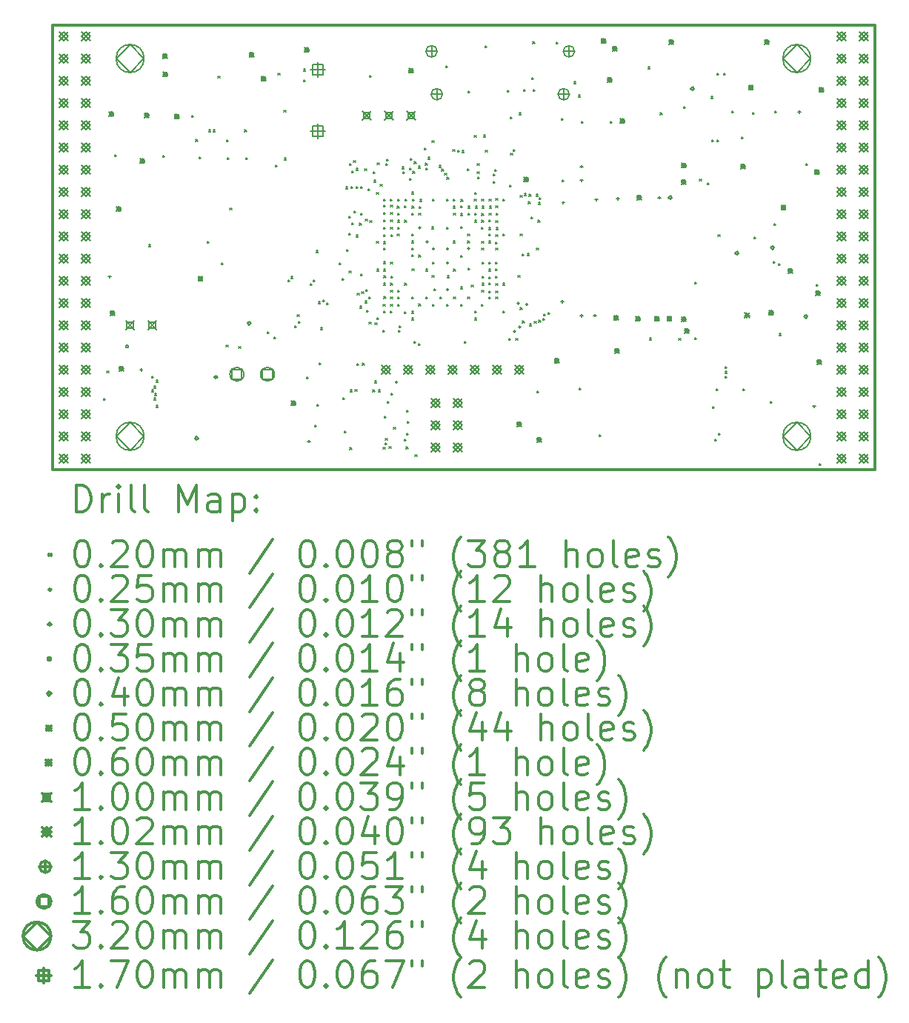
<source format=gbr>
%FSLAX45Y45*%
G04 Gerber Fmt 4.5, Leading zero omitted, Abs format (unit mm)*
G04 Created by KiCad (PCBNEW 5.0.0-rc2+dfsg1-3) date Fri Jul  6 00:40:01 2018*
%MOMM*%
%LPD*%
G01*
G04 APERTURE LIST*
%ADD10C,0.300000*%
%ADD11C,0.200000*%
G04 APERTURE END LIST*
D10*
X9410000Y-6142000D02*
X9410000Y-11222000D01*
X18808000Y-6142000D02*
X9410000Y-6142000D01*
X18808000Y-11222000D02*
X18808000Y-6142000D01*
X9410000Y-11222000D02*
X18808000Y-11222000D01*
D11*
X9998000Y-10410000D02*
X10018000Y-10430000D01*
X10018000Y-10410000D02*
X9998000Y-10430000D01*
X10035000Y-10094400D02*
X10055000Y-10114400D01*
X10055000Y-10094400D02*
X10035000Y-10114400D01*
X10125400Y-7619700D02*
X10145400Y-7639700D01*
X10145400Y-7619700D02*
X10125400Y-7639700D01*
X10514501Y-8649556D02*
X10534501Y-8669556D01*
X10534501Y-8649556D02*
X10514501Y-8669556D01*
X10545314Y-10310867D02*
X10565314Y-10330867D01*
X10565314Y-10310867D02*
X10545314Y-10330867D01*
X10547276Y-10151849D02*
X10567276Y-10171849D01*
X10567276Y-10151849D02*
X10547276Y-10171849D01*
X10574100Y-10266721D02*
X10594100Y-10286721D01*
X10594100Y-10266721D02*
X10574100Y-10286721D01*
X10574777Y-10403885D02*
X10594777Y-10423885D01*
X10594777Y-10403885D02*
X10574777Y-10423885D01*
X10579048Y-10351357D02*
X10599048Y-10371357D01*
X10599048Y-10351357D02*
X10579048Y-10371357D01*
X10597613Y-10199347D02*
X10617613Y-10219347D01*
X10617613Y-10199347D02*
X10597613Y-10219347D01*
X10598875Y-10487404D02*
X10618875Y-10507404D01*
X10618875Y-10487404D02*
X10598875Y-10507404D01*
X10671500Y-7632400D02*
X10691500Y-7652400D01*
X10691500Y-7632400D02*
X10671500Y-7652400D01*
X11001700Y-7175200D02*
X11021700Y-7195200D01*
X11021700Y-7175200D02*
X11001700Y-7195200D01*
X11049908Y-7448938D02*
X11069908Y-7468938D01*
X11069908Y-7448938D02*
X11049908Y-7468938D01*
X11090600Y-7645100D02*
X11110600Y-7665100D01*
X11110600Y-7645100D02*
X11090600Y-7665100D01*
X11179522Y-8615379D02*
X11199522Y-8635379D01*
X11199522Y-8615379D02*
X11179522Y-8635379D01*
X11197485Y-7337442D02*
X11217485Y-7357442D01*
X11217485Y-7337442D02*
X11197485Y-7357442D01*
X11251427Y-7337442D02*
X11271427Y-7357442D01*
X11271427Y-7337442D02*
X11251427Y-7357442D01*
X11305725Y-6724363D02*
X11325725Y-6744363D01*
X11325725Y-6724363D02*
X11305725Y-6744363D01*
X11344600Y-8857950D02*
X11364600Y-8877950D01*
X11364600Y-8857950D02*
X11344600Y-8877950D01*
X11397399Y-9798805D02*
X11417399Y-9818805D01*
X11417399Y-9798805D02*
X11397399Y-9818805D01*
X11400408Y-7451220D02*
X11420408Y-7471220D01*
X11420408Y-7451220D02*
X11400408Y-7471220D01*
X11408100Y-7657800D02*
X11428100Y-7677800D01*
X11428100Y-7657800D02*
X11408100Y-7677800D01*
X11441393Y-8230943D02*
X11461393Y-8250943D01*
X11461393Y-8230943D02*
X11441393Y-8250943D01*
X11541450Y-9816800D02*
X11561450Y-9836800D01*
X11561450Y-9816800D02*
X11541450Y-9836800D01*
X11609800Y-7337442D02*
X11629800Y-7357442D01*
X11629800Y-7337442D02*
X11609800Y-7357442D01*
X11624000Y-7657800D02*
X11644000Y-7677800D01*
X11644000Y-7657800D02*
X11624000Y-7677800D01*
X11869741Y-9643441D02*
X11889741Y-9663441D01*
X11889741Y-9643441D02*
X11869741Y-9663441D01*
X11941500Y-9702500D02*
X11961500Y-9722500D01*
X11961500Y-9702500D02*
X11941500Y-9722500D01*
X11959215Y-7739412D02*
X11979215Y-7759412D01*
X11979215Y-7739412D02*
X11959215Y-7759412D01*
X11990800Y-6690800D02*
X12010800Y-6710800D01*
X12010800Y-6690800D02*
X11990800Y-6710800D01*
X12056498Y-7112736D02*
X12076498Y-7132736D01*
X12076498Y-7112736D02*
X12056498Y-7132736D01*
X12063993Y-7659408D02*
X12083993Y-7679408D01*
X12083993Y-7659408D02*
X12063993Y-7679408D01*
X12106600Y-9054800D02*
X12126600Y-9074800D01*
X12126600Y-9054800D02*
X12106600Y-9074800D01*
X12139415Y-9013562D02*
X12159415Y-9033562D01*
X12159415Y-9013562D02*
X12139415Y-9033562D01*
X12182800Y-9575500D02*
X12202800Y-9595500D01*
X12202800Y-9575500D02*
X12182800Y-9595500D01*
X12210364Y-9448538D02*
X12230364Y-9468538D01*
X12230364Y-9448538D02*
X12210364Y-9468538D01*
X12220900Y-9524700D02*
X12240900Y-9544700D01*
X12240900Y-9524700D02*
X12220900Y-9544700D01*
X12282618Y-6643232D02*
X12302618Y-6663232D01*
X12302618Y-6643232D02*
X12282618Y-6663232D01*
X12284400Y-6768800D02*
X12304400Y-6788800D01*
X12304400Y-6768800D02*
X12284400Y-6788800D01*
X12317388Y-10161592D02*
X12337388Y-10181592D01*
X12337388Y-10161592D02*
X12317388Y-10181592D01*
X12360966Y-9096472D02*
X12380966Y-9116472D01*
X12380966Y-9096472D02*
X12360966Y-9116472D01*
X12391502Y-9053519D02*
X12411502Y-9073519D01*
X12411502Y-9053519D02*
X12391502Y-9073519D01*
X12410242Y-10710764D02*
X12430242Y-10730764D01*
X12430242Y-10710764D02*
X12410242Y-10730764D01*
X12426118Y-8717437D02*
X12446118Y-8737437D01*
X12446118Y-8717437D02*
X12426118Y-8737437D01*
X12426118Y-8717437D02*
X12446118Y-8737437D01*
X12446118Y-8717437D02*
X12426118Y-8737437D01*
X12434879Y-10477573D02*
X12454879Y-10497573D01*
X12454879Y-10477573D02*
X12434879Y-10497573D01*
X12453269Y-9302035D02*
X12473269Y-9322035D01*
X12473269Y-9302035D02*
X12453269Y-9322035D01*
X12460744Y-10002698D02*
X12480744Y-10022698D01*
X12480744Y-10002698D02*
X12460744Y-10022698D01*
X12474902Y-9600287D02*
X12494902Y-9620287D01*
X12494902Y-9600287D02*
X12474902Y-9620287D01*
X12501033Y-9279764D02*
X12521033Y-9299764D01*
X12521033Y-9279764D02*
X12501033Y-9299764D01*
X12542510Y-9313676D02*
X12562510Y-9333676D01*
X12562510Y-9313676D02*
X12542510Y-9333676D01*
X12687018Y-8855931D02*
X12707018Y-8875931D01*
X12707018Y-8855931D02*
X12687018Y-8875931D01*
X12720111Y-9035435D02*
X12740111Y-9055435D01*
X12740111Y-9035435D02*
X12720111Y-9055435D01*
X12731909Y-10397773D02*
X12751909Y-10417773D01*
X12751909Y-10397773D02*
X12731909Y-10417773D01*
X12748660Y-10777504D02*
X12768660Y-10797504D01*
X12768660Y-10777504D02*
X12748660Y-10797504D01*
X12764988Y-7989114D02*
X12784988Y-8009114D01*
X12784988Y-7989114D02*
X12764988Y-8009114D01*
X12771035Y-8708207D02*
X12791035Y-8728207D01*
X12791035Y-8708207D02*
X12771035Y-8728207D01*
X12796207Y-8322888D02*
X12816207Y-8342888D01*
X12816207Y-8322888D02*
X12796207Y-8342888D01*
X12799179Y-8517702D02*
X12819179Y-8537702D01*
X12819179Y-8517702D02*
X12799179Y-8537702D01*
X12803679Y-8951152D02*
X12823679Y-8971152D01*
X12823679Y-8951152D02*
X12803679Y-8971152D01*
X12805201Y-7723267D02*
X12825201Y-7743267D01*
X12825201Y-7723267D02*
X12805201Y-7743267D01*
X12811634Y-10971333D02*
X12831634Y-10991333D01*
X12831634Y-10971333D02*
X12811634Y-10991333D01*
X12814780Y-10310898D02*
X12834780Y-10330898D01*
X12834780Y-10310898D02*
X12814780Y-10330898D01*
X12822879Y-7985310D02*
X12842879Y-8005310D01*
X12842879Y-7985310D02*
X12822879Y-8005310D01*
X12834680Y-7807951D02*
X12854680Y-7827951D01*
X12854680Y-7807951D02*
X12834680Y-7827951D01*
X12835268Y-8401687D02*
X12855268Y-8421687D01*
X12855268Y-8401687D02*
X12835268Y-8421687D01*
X12854493Y-7691566D02*
X12874493Y-7711566D01*
X12874493Y-7691566D02*
X12854493Y-7711566D01*
X12859178Y-8263722D02*
X12879178Y-8283722D01*
X12879178Y-8263722D02*
X12859178Y-8283722D01*
X12870682Y-10308590D02*
X12890682Y-10328590D01*
X12890682Y-10308590D02*
X12870682Y-10328590D01*
X12880857Y-7988548D02*
X12900857Y-8008548D01*
X12900857Y-7988548D02*
X12880857Y-8008548D01*
X12881301Y-8540585D02*
X12901301Y-8560585D01*
X12901301Y-8540585D02*
X12881301Y-8560585D01*
X12886175Y-7777882D02*
X12906175Y-7797882D01*
X12906175Y-7777882D02*
X12886175Y-7797882D01*
X12890520Y-10007480D02*
X12910520Y-10027480D01*
X12910520Y-10007480D02*
X12890520Y-10027480D01*
X12895573Y-9206272D02*
X12915573Y-9226272D01*
X12915573Y-9206272D02*
X12895573Y-9226272D01*
X12920256Y-8405350D02*
X12940256Y-8425350D01*
X12940256Y-8405350D02*
X12920256Y-8425350D01*
X12926203Y-9354578D02*
X12946203Y-9374578D01*
X12946203Y-9354578D02*
X12926203Y-9374578D01*
X12933760Y-7984679D02*
X12953760Y-8004679D01*
X12953760Y-7984679D02*
X12933760Y-8004679D01*
X12934924Y-8983794D02*
X12954924Y-9003794D01*
X12954924Y-8983794D02*
X12934924Y-9003794D01*
X12935809Y-8290406D02*
X12955809Y-8310406D01*
X12955809Y-8290406D02*
X12935809Y-8310406D01*
X12946857Y-9190566D02*
X12966857Y-9210566D01*
X12966857Y-9190566D02*
X12946857Y-9210566D01*
X12956000Y-10005500D02*
X12976000Y-10025500D01*
X12976000Y-10005500D02*
X12956000Y-10025500D01*
X12982095Y-7781082D02*
X13002095Y-7801082D01*
X13002095Y-7781082D02*
X12982095Y-7801082D01*
X12987271Y-9293510D02*
X13007271Y-9313510D01*
X13007271Y-9293510D02*
X12987271Y-9313510D01*
X12989202Y-8359151D02*
X13009202Y-8379151D01*
X13009202Y-8359151D02*
X12989202Y-8379151D01*
X12991955Y-9163298D02*
X13011955Y-9183298D01*
X13011955Y-9163298D02*
X12991955Y-9183298D01*
X13002337Y-9402267D02*
X13022337Y-9422267D01*
X13022337Y-9402267D02*
X13002337Y-9422267D01*
X13017215Y-8013821D02*
X13037215Y-8033821D01*
X13037215Y-8013821D02*
X13017215Y-8033821D01*
X13028454Y-9248473D02*
X13048454Y-9268473D01*
X13048454Y-9248473D02*
X13028454Y-9268473D01*
X13032200Y-9535600D02*
X13052200Y-9555600D01*
X13052200Y-9535600D02*
X13032200Y-9555600D01*
X13033700Y-6718000D02*
X13053700Y-6738000D01*
X13053700Y-6718000D02*
X13033700Y-6738000D01*
X13038793Y-8376986D02*
X13058793Y-8396986D01*
X13058793Y-8376986D02*
X13038793Y-8396986D01*
X13073948Y-10310899D02*
X13093948Y-10330899D01*
X13093948Y-10310899D02*
X13073948Y-10330899D01*
X13077859Y-7815329D02*
X13097859Y-7835329D01*
X13097859Y-7815329D02*
X13077859Y-7835329D01*
X13085264Y-7914901D02*
X13105264Y-7934901D01*
X13105264Y-7914901D02*
X13085264Y-7934901D01*
X13093907Y-10208700D02*
X13113907Y-10228700D01*
X13113907Y-10208700D02*
X13093907Y-10228700D01*
X13098471Y-9546418D02*
X13118471Y-9566418D01*
X13118471Y-9546418D02*
X13098471Y-9566418D01*
X13116430Y-8612711D02*
X13136430Y-8632711D01*
X13136430Y-8612711D02*
X13116430Y-8632711D01*
X13116518Y-8052178D02*
X13136518Y-8072178D01*
X13136518Y-8052178D02*
X13116518Y-8072178D01*
X13117950Y-8930733D02*
X13137950Y-8950733D01*
X13137950Y-8930733D02*
X13117950Y-8950733D01*
X13121616Y-9485914D02*
X13141616Y-9505914D01*
X13141616Y-9485914D02*
X13121616Y-9505914D01*
X13125345Y-7716470D02*
X13145345Y-7736470D01*
X13145345Y-7716470D02*
X13125345Y-7736470D01*
X13135385Y-10310829D02*
X13155385Y-10330829D01*
X13155385Y-10310829D02*
X13135385Y-10330829D01*
X13157757Y-7959799D02*
X13177757Y-7979799D01*
X13177757Y-7959799D02*
X13157757Y-7979799D01*
X13188633Y-9630479D02*
X13208633Y-9650479D01*
X13208633Y-9630479D02*
X13188633Y-9650479D01*
X13192441Y-10966678D02*
X13212441Y-10986678D01*
X13212441Y-10966678D02*
X13192441Y-10986678D01*
X13193199Y-9330000D02*
X13213199Y-9350000D01*
X13213199Y-9330000D02*
X13193199Y-9350000D01*
X13197562Y-8931064D02*
X13217562Y-8951064D01*
X13217562Y-8931064D02*
X13197562Y-8951064D01*
X13197734Y-9090201D02*
X13217734Y-9110201D01*
X13217734Y-9090201D02*
X13197734Y-9110201D01*
X13197902Y-8284734D02*
X13217902Y-8304734D01*
X13217902Y-8284734D02*
X13197902Y-8304734D01*
X13197999Y-8200333D02*
X13217999Y-8220333D01*
X13217999Y-8200333D02*
X13197999Y-8220333D01*
X13198000Y-8690000D02*
X13218000Y-8710000D01*
X13218000Y-8690000D02*
X13198000Y-8710000D01*
X13198000Y-9410000D02*
X13218000Y-9430000D01*
X13218000Y-9410000D02*
X13198000Y-9430000D01*
X13198303Y-8616041D02*
X13218303Y-8636041D01*
X13218303Y-8616041D02*
X13198303Y-8636041D01*
X13198368Y-8369136D02*
X13218368Y-8389136D01*
X13218368Y-8369136D02*
X13198368Y-8389136D01*
X13198405Y-8845827D02*
X13218405Y-8865827D01*
X13218405Y-8845827D02*
X13198405Y-8865827D01*
X13198801Y-8130801D02*
X13218801Y-8150801D01*
X13218801Y-8130801D02*
X13198801Y-8150801D01*
X13198979Y-8537938D02*
X13218979Y-8557938D01*
X13218979Y-8537938D02*
X13198979Y-8557938D01*
X13199289Y-8453537D02*
X13219289Y-8473537D01*
X13219289Y-8453537D02*
X13199289Y-8473537D01*
X13200000Y-9005799D02*
X13220000Y-9025799D01*
X13220000Y-9005799D02*
X13200000Y-9025799D01*
X13201075Y-9242748D02*
X13221075Y-9262748D01*
X13221075Y-9242748D02*
X13201075Y-9262748D01*
X13206286Y-10608587D02*
X13226286Y-10628587D01*
X13226286Y-10608587D02*
X13206286Y-10628587D01*
X13211973Y-10917729D02*
X13231973Y-10937729D01*
X13231973Y-10917729D02*
X13211973Y-10937729D01*
X13218587Y-10865445D02*
X13238587Y-10885445D01*
X13238587Y-10865445D02*
X13218587Y-10885445D01*
X13220903Y-7724256D02*
X13240903Y-7744256D01*
X13240903Y-7724256D02*
X13220903Y-7744256D01*
X13232873Y-7672932D02*
X13252873Y-7692932D01*
X13252873Y-7672932D02*
X13232873Y-7692932D01*
X13236800Y-10440341D02*
X13256800Y-10460341D01*
X13256800Y-10440341D02*
X13236800Y-10460341D01*
X13260800Y-10958000D02*
X13280800Y-10978000D01*
X13280800Y-10958000D02*
X13260800Y-10978000D01*
X13272048Y-8130098D02*
X13292048Y-8150098D01*
X13292048Y-8130098D02*
X13272048Y-8150098D01*
X13274623Y-9409707D02*
X13294623Y-9429707D01*
X13294623Y-9409707D02*
X13274623Y-9429707D01*
X13277261Y-8284735D02*
X13297261Y-8304735D01*
X13297261Y-8284735D02*
X13277261Y-8304735D01*
X13278000Y-8200334D02*
X13298000Y-8220334D01*
X13298000Y-8200334D02*
X13278000Y-8220334D01*
X13278000Y-8850000D02*
X13298000Y-8870000D01*
X13298000Y-8850000D02*
X13278000Y-8870000D01*
X13278000Y-9090000D02*
X13298000Y-9110000D01*
X13298000Y-9090000D02*
X13278000Y-9110000D01*
X13278000Y-9170000D02*
X13298000Y-9190000D01*
X13298000Y-9170000D02*
X13278000Y-9190000D01*
X13278000Y-9250000D02*
X13298000Y-9270000D01*
X13298000Y-9250000D02*
X13278000Y-9270000D01*
X13278000Y-9330000D02*
X13298000Y-9350000D01*
X13298000Y-9330000D02*
X13278000Y-9350000D01*
X13278175Y-8369136D02*
X13298175Y-8389136D01*
X13298175Y-8369136D02*
X13278175Y-8389136D01*
X13278218Y-8453537D02*
X13298218Y-8473537D01*
X13298218Y-8453537D02*
X13278218Y-8473537D01*
X13279688Y-8536938D02*
X13299688Y-8556938D01*
X13299688Y-8536938D02*
X13279688Y-8556938D01*
X13280000Y-9008000D02*
X13300000Y-9028000D01*
X13300000Y-9008000D02*
X13280000Y-9028000D01*
X13282849Y-10350134D02*
X13302849Y-10370134D01*
X13302849Y-10350134D02*
X13282849Y-10370134D01*
X13311600Y-10736500D02*
X13331600Y-10756500D01*
X13331600Y-10736500D02*
X13311600Y-10756500D01*
X13352314Y-8526642D02*
X13372314Y-8546642D01*
X13372314Y-8526642D02*
X13352314Y-8546642D01*
X13354839Y-8209060D02*
X13374839Y-8229060D01*
X13374839Y-8209060D02*
X13354839Y-8229060D01*
X13356449Y-8131468D02*
X13376449Y-8151468D01*
X13376449Y-8131468D02*
X13356449Y-8151468D01*
X13357194Y-8449520D02*
X13377194Y-8469520D01*
X13377194Y-8449520D02*
X13357194Y-8469520D01*
X13358000Y-8290000D02*
X13378000Y-8310000D01*
X13378000Y-8290000D02*
X13358000Y-8310000D01*
X13358000Y-8370000D02*
X13378000Y-8390000D01*
X13378000Y-8370000D02*
X13358000Y-8390000D01*
X13358000Y-9170000D02*
X13378000Y-9190000D01*
X13378000Y-9170000D02*
X13358000Y-9190000D01*
X13358000Y-9250000D02*
X13378000Y-9270000D01*
X13378000Y-9250000D02*
X13358000Y-9270000D01*
X13358548Y-9330230D02*
X13378548Y-9350230D01*
X13378548Y-9330230D02*
X13358548Y-9350230D01*
X13366285Y-9629515D02*
X13386285Y-9649515D01*
X13386285Y-9629515D02*
X13366285Y-9649515D01*
X13375239Y-9577580D02*
X13395239Y-9597580D01*
X13395239Y-9577580D02*
X13375239Y-9597580D01*
X13407730Y-7762109D02*
X13427730Y-7782109D01*
X13427730Y-7762109D02*
X13407730Y-7782109D01*
X13415018Y-7815381D02*
X13435018Y-7835381D01*
X13435018Y-7815381D02*
X13415018Y-7835381D01*
X13433398Y-8208015D02*
X13453398Y-8228015D01*
X13453398Y-8208015D02*
X13433398Y-8228015D01*
X13435582Y-9416717D02*
X13455582Y-9436717D01*
X13455582Y-9416717D02*
X13435582Y-9436717D01*
X13436400Y-10874197D02*
X13456400Y-10894197D01*
X13456400Y-10874197D02*
X13436400Y-10894197D01*
X13438000Y-8370000D02*
X13458000Y-8390000D01*
X13458000Y-8370000D02*
X13438000Y-8390000D01*
X13438000Y-9090000D02*
X13458000Y-9110000D01*
X13458000Y-9090000D02*
X13438000Y-9110000D01*
X13440850Y-8130675D02*
X13460850Y-8150675D01*
X13460850Y-8130675D02*
X13440850Y-8150675D01*
X13453687Y-10961995D02*
X13473687Y-10981995D01*
X13473687Y-10961995D02*
X13453687Y-10981995D01*
X13457587Y-10803159D02*
X13477587Y-10823159D01*
X13477587Y-10803159D02*
X13457587Y-10823159D01*
X13460735Y-10540845D02*
X13480735Y-10560845D01*
X13480735Y-10540845D02*
X13460735Y-10560845D01*
X13465065Y-10671051D02*
X13485065Y-10691051D01*
X13485065Y-10671051D02*
X13465065Y-10691051D01*
X13492132Y-7892495D02*
X13512132Y-7912495D01*
X13512132Y-7892495D02*
X13492132Y-7912495D01*
X13493478Y-7773120D02*
X13513478Y-7793120D01*
X13513478Y-7773120D02*
X13493478Y-7793120D01*
X13502968Y-7663013D02*
X13522968Y-7683013D01*
X13522968Y-7663013D02*
X13502968Y-7683013D01*
X13516300Y-8762700D02*
X13536300Y-8782700D01*
X13536300Y-8762700D02*
X13516300Y-8782700D01*
X13518000Y-8292201D02*
X13538000Y-8312201D01*
X13538000Y-8292201D02*
X13518000Y-8312201D01*
X13518000Y-8530000D02*
X13538000Y-8550000D01*
X13538000Y-8530000D02*
X13518000Y-8550000D01*
X13518000Y-8610000D02*
X13538000Y-8630000D01*
X13538000Y-8610000D02*
X13518000Y-8630000D01*
X13518000Y-8690000D02*
X13538000Y-8710000D01*
X13538000Y-8690000D02*
X13518000Y-8710000D01*
X13518000Y-9250000D02*
X13538000Y-9270000D01*
X13538000Y-9250000D02*
X13518000Y-9270000D01*
X13518128Y-8048312D02*
X13538128Y-8068312D01*
X13538128Y-8048312D02*
X13518128Y-8068312D01*
X13518463Y-9488530D02*
X13538463Y-9508530D01*
X13538463Y-9488530D02*
X13518463Y-9508530D01*
X13518862Y-9412562D02*
X13538862Y-9432562D01*
X13538862Y-9412562D02*
X13518862Y-9432562D01*
X13521538Y-8209385D02*
X13541538Y-8229385D01*
X13541538Y-8209385D02*
X13521538Y-8229385D01*
X13524276Y-8928163D02*
X13544276Y-8948163D01*
X13544276Y-8928163D02*
X13524276Y-8948163D01*
X13525957Y-8129544D02*
X13545957Y-8149544D01*
X13545957Y-8129544D02*
X13525957Y-8149544D01*
X13531439Y-7812965D02*
X13551439Y-7832965D01*
X13551439Y-7812965D02*
X13531439Y-7832965D01*
X13541700Y-9753300D02*
X13561700Y-9773300D01*
X13561700Y-9753300D02*
X13541700Y-9773300D01*
X13548770Y-7704070D02*
X13568770Y-7724070D01*
X13568770Y-7704070D02*
X13548770Y-7724070D01*
X13555656Y-11051071D02*
X13575656Y-11071071D01*
X13575656Y-11051071D02*
X13555656Y-11071071D01*
X13594882Y-7754550D02*
X13614882Y-7774550D01*
X13614882Y-7754550D02*
X13594882Y-7774550D01*
X13595027Y-9781423D02*
X13615027Y-9801423D01*
X13615027Y-9781423D02*
X13595027Y-9801423D01*
X13598000Y-8290000D02*
X13618000Y-8310000D01*
X13618000Y-8290000D02*
X13598000Y-8310000D01*
X13598000Y-8770000D02*
X13618000Y-8790000D01*
X13618000Y-8770000D02*
X13598000Y-8790000D01*
X13599596Y-9326965D02*
X13619596Y-9346965D01*
X13619596Y-9326965D02*
X13599596Y-9346965D01*
X13602455Y-8216004D02*
X13622455Y-8236004D01*
X13622455Y-8216004D02*
X13602455Y-8236004D01*
X13613334Y-8133723D02*
X13633334Y-8153723D01*
X13633334Y-8133723D02*
X13613334Y-8153723D01*
X13664259Y-7547941D02*
X13684259Y-7567941D01*
X13684259Y-7547941D02*
X13664259Y-7567941D01*
X13676320Y-7718760D02*
X13696320Y-7738760D01*
X13696320Y-7718760D02*
X13676320Y-7738760D01*
X13678000Y-8930000D02*
X13698000Y-8950000D01*
X13698000Y-8930000D02*
X13678000Y-8950000D01*
X13678000Y-9250000D02*
X13698000Y-9270000D01*
X13698000Y-9250000D02*
X13678000Y-9270000D01*
X13679461Y-7776107D02*
X13699461Y-7796107D01*
X13699461Y-7776107D02*
X13679461Y-7796107D01*
X13707437Y-7652487D02*
X13727437Y-7672487D01*
X13727437Y-7652487D02*
X13707437Y-7672487D01*
X13745078Y-8447729D02*
X13765078Y-8467729D01*
X13765078Y-8447729D02*
X13745078Y-8467729D01*
X13752489Y-9002290D02*
X13772489Y-9022290D01*
X13772489Y-9002290D02*
X13752489Y-9022290D01*
X13752520Y-7459680D02*
X13772520Y-7479680D01*
X13772520Y-7459680D02*
X13752520Y-7479680D01*
X13758000Y-8130000D02*
X13778000Y-8150000D01*
X13778000Y-8130000D02*
X13758000Y-8150000D01*
X13758000Y-8850000D02*
X13778000Y-8870000D01*
X13778000Y-8850000D02*
X13758000Y-8870000D01*
X13758000Y-9330000D02*
X13778000Y-9350000D01*
X13778000Y-9330000D02*
X13758000Y-9350000D01*
X13770300Y-9156400D02*
X13790300Y-9176400D01*
X13790300Y-9156400D02*
X13770300Y-9176400D01*
X13830592Y-7745154D02*
X13850592Y-7765154D01*
X13850592Y-7745154D02*
X13830592Y-7765154D01*
X13838000Y-9250000D02*
X13858000Y-9270000D01*
X13858000Y-9250000D02*
X13838000Y-9270000D01*
X13862293Y-7788159D02*
X13882293Y-7808159D01*
X13882293Y-7788159D02*
X13862293Y-7808159D01*
X13893994Y-7831909D02*
X13913994Y-7851909D01*
X13913994Y-7831909D02*
X13893994Y-7851909D01*
X13910000Y-6603700D02*
X13930000Y-6623700D01*
X13930000Y-6603700D02*
X13910000Y-6623700D01*
X13917252Y-8451135D02*
X13937252Y-8471135D01*
X13937252Y-8451135D02*
X13917252Y-8471135D01*
X13918000Y-8130000D02*
X13938000Y-8150000D01*
X13938000Y-8130000D02*
X13918000Y-8150000D01*
X13918000Y-9330000D02*
X13938000Y-9350000D01*
X13938000Y-9330000D02*
X13918000Y-9350000D01*
X13921466Y-7881869D02*
X13941466Y-7901869D01*
X13941466Y-7881869D02*
X13921466Y-7901869D01*
X13922232Y-9006404D02*
X13942232Y-9026404D01*
X13942232Y-9006404D02*
X13922232Y-9026404D01*
X13989274Y-7564800D02*
X14009274Y-7584800D01*
X14009274Y-7564800D02*
X13989274Y-7584800D01*
X13991460Y-8609297D02*
X14011460Y-8629297D01*
X14011460Y-8609297D02*
X13991460Y-8629297D01*
X13992898Y-8130000D02*
X14012898Y-8150000D01*
X14012898Y-8130000D02*
X13992898Y-8150000D01*
X13992898Y-8210000D02*
X14012898Y-8230000D01*
X14012898Y-8210000D02*
X13992898Y-8230000D01*
X13996000Y-8292000D02*
X14016000Y-8312000D01*
X14016000Y-8292000D02*
X13996000Y-8312000D01*
X13998000Y-8930000D02*
X14018000Y-8950000D01*
X14018000Y-8930000D02*
X13998000Y-8950000D01*
X13998000Y-9250000D02*
X14018000Y-9270000D01*
X14018000Y-9250000D02*
X13998000Y-9270000D01*
X14041773Y-7569399D02*
X14061773Y-7589399D01*
X14061773Y-7569399D02*
X14041773Y-7589399D01*
X14076133Y-8294127D02*
X14096133Y-8314127D01*
X14096133Y-8294127D02*
X14076133Y-8314127D01*
X14077299Y-8207716D02*
X14097299Y-8227716D01*
X14097299Y-8207716D02*
X14077299Y-8227716D01*
X14077419Y-9133335D02*
X14097419Y-9153335D01*
X14097419Y-9133335D02*
X14077419Y-9153335D01*
X14077693Y-8445254D02*
X14097693Y-8465254D01*
X14097693Y-8445254D02*
X14077693Y-8465254D01*
X14078000Y-9330000D02*
X14098000Y-9350000D01*
X14098000Y-9330000D02*
X14078000Y-9350000D01*
X14079623Y-8771623D02*
X14099623Y-8791623D01*
X14099623Y-8771623D02*
X14079623Y-8791623D01*
X14082264Y-8134744D02*
X14102264Y-8154744D01*
X14102264Y-8134744D02*
X14082264Y-8154744D01*
X14094211Y-7574661D02*
X14114211Y-7594661D01*
X14114211Y-7574661D02*
X14094211Y-7594661D01*
X14118066Y-9754201D02*
X14138066Y-9774201D01*
X14138066Y-9754201D02*
X14118066Y-9774201D01*
X14152481Y-7781450D02*
X14172481Y-7801450D01*
X14172481Y-7781450D02*
X14152481Y-7801450D01*
X14158000Y-8530000D02*
X14178000Y-8550000D01*
X14178000Y-8530000D02*
X14158000Y-8550000D01*
X14158000Y-8610000D02*
X14178000Y-8630000D01*
X14178000Y-8610000D02*
X14158000Y-8630000D01*
X14158000Y-9250000D02*
X14178000Y-9270000D01*
X14178000Y-9250000D02*
X14158000Y-9270000D01*
X14162701Y-8209494D02*
X14182701Y-8229494D01*
X14182701Y-8209494D02*
X14162701Y-8229494D01*
X14162701Y-8289887D02*
X14182701Y-8309887D01*
X14182701Y-8289887D02*
X14162701Y-8309887D01*
X14164000Y-8915099D02*
X14184000Y-8935099D01*
X14184000Y-8915099D02*
X14164000Y-8935099D01*
X14164285Y-6893836D02*
X14184285Y-6913836D01*
X14184285Y-6893836D02*
X14164285Y-6913836D01*
X14200722Y-9110102D02*
X14220722Y-9130102D01*
X14220722Y-9110102D02*
X14200722Y-9130102D01*
X14233699Y-7403800D02*
X14253699Y-7423800D01*
X14253699Y-7403800D02*
X14233699Y-7423800D01*
X14235032Y-8132000D02*
X14255032Y-8152000D01*
X14255032Y-8132000D02*
X14235032Y-8152000D01*
X14236000Y-8052000D02*
X14256000Y-8072000D01*
X14256000Y-8052000D02*
X14236000Y-8072000D01*
X14236000Y-8292000D02*
X14256000Y-8312000D01*
X14256000Y-8292000D02*
X14236000Y-8312000D01*
X14238000Y-8370000D02*
X14258000Y-8390000D01*
X14258000Y-8370000D02*
X14238000Y-8390000D01*
X14238000Y-9410000D02*
X14258000Y-9430000D01*
X14258000Y-9410000D02*
X14238000Y-9430000D01*
X14238000Y-9490000D02*
X14258000Y-9510000D01*
X14258000Y-9490000D02*
X14238000Y-9510000D01*
X14247102Y-8210435D02*
X14267102Y-8230435D01*
X14267102Y-8210435D02*
X14247102Y-8230435D01*
X14268441Y-7818307D02*
X14288441Y-7838307D01*
X14288441Y-7818307D02*
X14268441Y-7838307D01*
X14268583Y-7724192D02*
X14288583Y-7744192D01*
X14288583Y-7724192D02*
X14268583Y-7744192D01*
X14271130Y-7874603D02*
X14291130Y-7894603D01*
X14291130Y-7874603D02*
X14271130Y-7894603D01*
X14316000Y-8452000D02*
X14336000Y-8472000D01*
X14336000Y-8452000D02*
X14316000Y-8472000D01*
X14316969Y-9331491D02*
X14336969Y-9351491D01*
X14336969Y-9331491D02*
X14316969Y-9351491D01*
X14318000Y-8370000D02*
X14338000Y-8390000D01*
X14338000Y-8370000D02*
X14318000Y-8390000D01*
X14318000Y-8690000D02*
X14338000Y-8710000D01*
X14338000Y-8690000D02*
X14318000Y-8710000D01*
X14318000Y-9170000D02*
X14338000Y-9190000D01*
X14338000Y-9170000D02*
X14318000Y-9190000D01*
X14318740Y-8294201D02*
X14338740Y-8314201D01*
X14338740Y-8294201D02*
X14318740Y-8314201D01*
X14319433Y-8127729D02*
X14339433Y-8147729D01*
X14339433Y-8127729D02*
X14319433Y-8147729D01*
X14320000Y-8612000D02*
X14340000Y-8632000D01*
X14340000Y-8612000D02*
X14320000Y-8632000D01*
X14322201Y-8849503D02*
X14342201Y-8869503D01*
X14342201Y-8849503D02*
X14322201Y-8869503D01*
X14322201Y-9010195D02*
X14342201Y-9030195D01*
X14342201Y-9010195D02*
X14322201Y-9030195D01*
X14322201Y-9090066D02*
X14342201Y-9110066D01*
X14342201Y-9090066D02*
X14322201Y-9110066D01*
X14323265Y-8209799D02*
X14343265Y-8229799D01*
X14343265Y-8209799D02*
X14323265Y-8229799D01*
X14341800Y-7397450D02*
X14361800Y-7417450D01*
X14361800Y-7397450D02*
X14341800Y-7417450D01*
X14355067Y-6376252D02*
X14375067Y-6396252D01*
X14375067Y-6376252D02*
X14355067Y-6396252D01*
X14360888Y-7571730D02*
X14380888Y-7591730D01*
X14380888Y-7571730D02*
X14360888Y-7591730D01*
X14396483Y-9177765D02*
X14416483Y-9197765D01*
X14416483Y-9177765D02*
X14396483Y-9197765D01*
X14397624Y-8929530D02*
X14417624Y-8949530D01*
X14417624Y-8929530D02*
X14397624Y-8949530D01*
X14397701Y-9016697D02*
X14417701Y-9036697D01*
X14417701Y-9016697D02*
X14397701Y-9036697D01*
X14398000Y-8610000D02*
X14418000Y-8630000D01*
X14418000Y-8610000D02*
X14398000Y-8630000D01*
X14398000Y-9085650D02*
X14418000Y-9105650D01*
X14418000Y-9085650D02*
X14398000Y-9105650D01*
X14398283Y-8848451D02*
X14418283Y-8868451D01*
X14418283Y-8848451D02*
X14398283Y-8868451D01*
X14400201Y-8529722D02*
X14420201Y-8549722D01*
X14420201Y-8529722D02*
X14400201Y-8549722D01*
X14400319Y-8367799D02*
X14420319Y-8387799D01*
X14420319Y-8367799D02*
X14400319Y-8387799D01*
X14400350Y-8456040D02*
X14420350Y-8476040D01*
X14420350Y-8456040D02*
X14400350Y-8476040D01*
X14401325Y-9248876D02*
X14421325Y-9268876D01*
X14421325Y-9248876D02*
X14401325Y-9268876D01*
X14403141Y-8290000D02*
X14423141Y-8310000D01*
X14423141Y-8290000D02*
X14403141Y-8310000D01*
X14403835Y-8128377D02*
X14423835Y-8148377D01*
X14423835Y-8128377D02*
X14403835Y-8148377D01*
X14407666Y-8210000D02*
X14427666Y-8230000D01*
X14427666Y-8210000D02*
X14407666Y-8230000D01*
X14450634Y-7841735D02*
X14470634Y-7861735D01*
X14470634Y-7841735D02*
X14450634Y-7861735D01*
X14450634Y-7926136D02*
X14470634Y-7946136D01*
X14470634Y-7926136D02*
X14450634Y-7946136D01*
X14469153Y-7792394D02*
X14489153Y-7812394D01*
X14489153Y-7792394D02*
X14469153Y-7812394D01*
X14475676Y-8924990D02*
X14495676Y-8944990D01*
X14495676Y-8924990D02*
X14475676Y-8944990D01*
X14476724Y-9009392D02*
X14496724Y-9029392D01*
X14496724Y-9009392D02*
X14476724Y-9029392D01*
X14477515Y-8619275D02*
X14497515Y-8639275D01*
X14497515Y-8619275D02*
X14477515Y-8639275D01*
X14477765Y-8852201D02*
X14497765Y-8872201D01*
X14497765Y-8852201D02*
X14477765Y-8872201D01*
X14478235Y-9247799D02*
X14498235Y-9267799D01*
X14498235Y-9247799D02*
X14478235Y-9267799D01*
X14478778Y-8123192D02*
X14498778Y-8143192D01*
X14498778Y-8123192D02*
X14478778Y-8143192D01*
X14478812Y-8207593D02*
X14498812Y-8227593D01*
X14498812Y-8207593D02*
X14478812Y-8227593D01*
X14478935Y-8534874D02*
X14498935Y-8554874D01*
X14498935Y-8534874D02*
X14478935Y-8554874D01*
X14479160Y-9178194D02*
X14499160Y-9198194D01*
X14499160Y-9178194D02*
X14479160Y-9198194D01*
X14479432Y-8687756D02*
X14499432Y-8707756D01*
X14499432Y-8687756D02*
X14479432Y-8707756D01*
X14479670Y-8376395D02*
X14499670Y-8396395D01*
X14499670Y-8376395D02*
X14479670Y-8396395D01*
X14480294Y-9093793D02*
X14500294Y-9113793D01*
X14500294Y-9093793D02*
X14480294Y-9113793D01*
X14481241Y-8455796D02*
X14501241Y-8475796D01*
X14501241Y-8455796D02*
X14481241Y-8475796D01*
X14481689Y-8291994D02*
X14501689Y-8311994D01*
X14501689Y-8291994D02*
X14481689Y-8311994D01*
X14557281Y-8529606D02*
X14577281Y-8549606D01*
X14577281Y-8529606D02*
X14557281Y-8549606D01*
X14558000Y-8130512D02*
X14578000Y-8150512D01*
X14578000Y-8130512D02*
X14558000Y-8150512D01*
X14558739Y-9089665D02*
X14578739Y-9109665D01*
X14578739Y-9089665D02*
X14558739Y-9109665D01*
X14559124Y-9406675D02*
X14579124Y-9426675D01*
X14579124Y-9406675D02*
X14559124Y-9426675D01*
X14613342Y-6884608D02*
X14633342Y-6904608D01*
X14633342Y-6884608D02*
X14613342Y-6904608D01*
X14629479Y-9723392D02*
X14649479Y-9743392D01*
X14649479Y-9723392D02*
X14629479Y-9743392D01*
X14638141Y-7971938D02*
X14658141Y-7991938D01*
X14658141Y-7971938D02*
X14638141Y-7991938D01*
X14646600Y-7187900D02*
X14666600Y-7207900D01*
X14666600Y-7187900D02*
X14646600Y-7207900D01*
X14648744Y-7607406D02*
X14668744Y-7627406D01*
X14668744Y-7607406D02*
X14648744Y-7627406D01*
X14680980Y-7560789D02*
X14700980Y-7580789D01*
X14700980Y-7560789D02*
X14680980Y-7580789D01*
X14707598Y-9723392D02*
X14727598Y-9743392D01*
X14727598Y-9723392D02*
X14707598Y-9743392D01*
X14733095Y-9001248D02*
X14753095Y-9021248D01*
X14753095Y-9001248D02*
X14733095Y-9021248D01*
X14748200Y-7143450D02*
X14768200Y-7163450D01*
X14768200Y-7143450D02*
X14748200Y-7163450D01*
X14758739Y-8527409D02*
X14778739Y-8547409D01*
X14778739Y-8527409D02*
X14758739Y-8547409D01*
X14758831Y-8088311D02*
X14778831Y-8108311D01*
X14778831Y-8088311D02*
X14758831Y-8108311D01*
X14760000Y-9372000D02*
X14780000Y-9392000D01*
X14780000Y-9372000D02*
X14760000Y-9392000D01*
X14781079Y-8758342D02*
X14801079Y-8778342D01*
X14801079Y-8758342D02*
X14781079Y-8778342D01*
X14782886Y-9523902D02*
X14802886Y-9543902D01*
X14802886Y-9523902D02*
X14782886Y-9543902D01*
X14799000Y-6876750D02*
X14819000Y-6896750D01*
X14819000Y-6876750D02*
X14799000Y-6896750D01*
X14807525Y-8068155D02*
X14827525Y-8088155D01*
X14827525Y-8068155D02*
X14807525Y-8088155D01*
X14838354Y-8752346D02*
X14858354Y-8772346D01*
X14858354Y-8752346D02*
X14838354Y-8772346D01*
X14851066Y-8160586D02*
X14871066Y-8180586D01*
X14871066Y-8160586D02*
X14851066Y-8180586D01*
X14859611Y-8076185D02*
X14879611Y-8096185D01*
X14879611Y-8076185D02*
X14859611Y-8096185D01*
X14864798Y-9556963D02*
X14884798Y-9576963D01*
X14884798Y-9556963D02*
X14864798Y-9576963D01*
X14882151Y-8334201D02*
X14902151Y-8354201D01*
X14902151Y-8334201D02*
X14882151Y-8354201D01*
X14887900Y-6742997D02*
X14907900Y-6762997D01*
X14907900Y-6742997D02*
X14887900Y-6762997D01*
X14903412Y-6332405D02*
X14923412Y-6352405D01*
X14923412Y-6332405D02*
X14903412Y-6352405D01*
X14906950Y-6876750D02*
X14926950Y-6896750D01*
X14926950Y-6876750D02*
X14906950Y-6896750D01*
X14918439Y-9527799D02*
X14938439Y-9547799D01*
X14938439Y-9527799D02*
X14918439Y-9547799D01*
X14942722Y-8073801D02*
X14962722Y-8093801D01*
X14962722Y-8073801D02*
X14942722Y-8093801D01*
X14945314Y-8688944D02*
X14965314Y-8708944D01*
X14965314Y-8688944D02*
X14945314Y-8708944D01*
X14947728Y-10322085D02*
X14967728Y-10342085D01*
X14967728Y-10322085D02*
X14947728Y-10342085D01*
X14963249Y-8370769D02*
X14983249Y-8390769D01*
X14983249Y-8370769D02*
X14963249Y-8390769D01*
X14968729Y-8167499D02*
X14988729Y-8187499D01*
X14988729Y-8167499D02*
X14968729Y-8187499D01*
X14969589Y-9515108D02*
X14989589Y-9535108D01*
X14989589Y-9515108D02*
X14969589Y-9535108D01*
X14975319Y-8115211D02*
X14995319Y-8135211D01*
X14995319Y-8115211D02*
X14975319Y-8135211D01*
X15017890Y-9494025D02*
X15037890Y-9514025D01*
X15037890Y-9494025D02*
X15017890Y-9514025D01*
X15024597Y-9441753D02*
X15044597Y-9461753D01*
X15044597Y-9441753D02*
X15024597Y-9461753D01*
X15078921Y-9423257D02*
X15098921Y-9443257D01*
X15098921Y-9423257D02*
X15078921Y-9443257D01*
X15167300Y-6337000D02*
X15187300Y-6357000D01*
X15187300Y-6337000D02*
X15167300Y-6357000D01*
X15230800Y-7206950D02*
X15250800Y-7226950D01*
X15250800Y-7206950D02*
X15230800Y-7226950D01*
X15239707Y-7909347D02*
X15259707Y-7929347D01*
X15259707Y-7909347D02*
X15239707Y-7929347D01*
X15370500Y-6789627D02*
X15390500Y-6809627D01*
X15390500Y-6789627D02*
X15370500Y-6809627D01*
X15421300Y-6940250D02*
X15441300Y-6960250D01*
X15441300Y-6940250D02*
X15421300Y-6960250D01*
X15432558Y-10288777D02*
X15452558Y-10308777D01*
X15452558Y-10288777D02*
X15432558Y-10308777D01*
X15459400Y-7238700D02*
X15479400Y-7258700D01*
X15479400Y-7238700D02*
X15459400Y-7258700D01*
X15662600Y-10820100D02*
X15682600Y-10840100D01*
X15682600Y-10820100D02*
X15662600Y-10840100D01*
X15789600Y-7238700D02*
X15809600Y-7258700D01*
X15809600Y-7238700D02*
X15789600Y-7258700D01*
X16217147Y-6618496D02*
X16237147Y-6638496D01*
X16237147Y-6618496D02*
X16217147Y-6638496D01*
X16234100Y-9717000D02*
X16254100Y-9737000D01*
X16254100Y-9717000D02*
X16234100Y-9737000D01*
X16360322Y-7144216D02*
X16380322Y-7164216D01*
X16380322Y-7144216D02*
X16360322Y-7164216D01*
X16570337Y-9724488D02*
X16590337Y-9744488D01*
X16590337Y-9724488D02*
X16570337Y-9744488D01*
X16625348Y-7073546D02*
X16645348Y-7093546D01*
X16645348Y-7073546D02*
X16625348Y-7093546D01*
X16754800Y-9080200D02*
X16774800Y-9100200D01*
X16774800Y-9080200D02*
X16754800Y-9100200D01*
X16754800Y-9715200D02*
X16774800Y-9735200D01*
X16774800Y-9715200D02*
X16754800Y-9735200D01*
X16806644Y-7900804D02*
X16826644Y-7920804D01*
X16826644Y-7900804D02*
X16806644Y-7920804D01*
X16894500Y-7943550D02*
X16914500Y-7963550D01*
X16914500Y-7943550D02*
X16894500Y-7963550D01*
X16941704Y-6958649D02*
X16961704Y-6978649D01*
X16961704Y-6958649D02*
X16941704Y-6978649D01*
X16945300Y-7454600D02*
X16965300Y-7474600D01*
X16965300Y-7454600D02*
X16945300Y-7474600D01*
X16958000Y-10502600D02*
X16978000Y-10522600D01*
X16978000Y-10502600D02*
X16958000Y-10522600D01*
X16983400Y-10870900D02*
X17003400Y-10890900D01*
X17003400Y-10870900D02*
X16983400Y-10890900D01*
X16996100Y-10299400D02*
X17016100Y-10319400D01*
X17016100Y-10299400D02*
X16996100Y-10319400D01*
X17008800Y-6692600D02*
X17028800Y-6712600D01*
X17028800Y-6692600D02*
X17008800Y-6712600D01*
X17008800Y-7454600D02*
X17028800Y-7474600D01*
X17028800Y-7454600D02*
X17008800Y-7474600D01*
X17020954Y-8534153D02*
X17040954Y-8554153D01*
X17040954Y-8534153D02*
X17020954Y-8554153D01*
X17021500Y-10807400D02*
X17041500Y-10827400D01*
X17041500Y-10807400D02*
X17021500Y-10827400D01*
X17085000Y-6692600D02*
X17105000Y-6712600D01*
X17105000Y-6692600D02*
X17085000Y-6712600D01*
X17098912Y-10045982D02*
X17118912Y-10065982D01*
X17118912Y-10045982D02*
X17098912Y-10065982D01*
X17098912Y-10098683D02*
X17118912Y-10118683D01*
X17118912Y-10098683D02*
X17098912Y-10118683D01*
X17098912Y-10155324D02*
X17118912Y-10175324D01*
X17118912Y-10155324D02*
X17098912Y-10175324D01*
X17173900Y-7124400D02*
X17193900Y-7144400D01*
X17193900Y-7124400D02*
X17173900Y-7144400D01*
X17288200Y-7416500D02*
X17308200Y-7436500D01*
X17308200Y-7416500D02*
X17288200Y-7436500D01*
X17300900Y-10299400D02*
X17320900Y-10319400D01*
X17320900Y-10299400D02*
X17300900Y-10319400D01*
X17415200Y-7137100D02*
X17435200Y-7157100D01*
X17435200Y-7137100D02*
X17415200Y-7157100D01*
X17427900Y-8564300D02*
X17447900Y-8584300D01*
X17447900Y-8564300D02*
X17427900Y-8584300D01*
X17618400Y-10439100D02*
X17638400Y-10459100D01*
X17638400Y-10439100D02*
X17618400Y-10459100D01*
X17650543Y-8840716D02*
X17670543Y-8860716D01*
X17670543Y-8840716D02*
X17650543Y-8860716D01*
X17660000Y-8412000D02*
X17680000Y-8432000D01*
X17680000Y-8412000D02*
X17660000Y-8432000D01*
X17669708Y-7124179D02*
X17689708Y-7144179D01*
X17689708Y-7124179D02*
X17669708Y-7144179D01*
X17711107Y-8866403D02*
X17731107Y-8886403D01*
X17731107Y-8866403D02*
X17711107Y-8886403D01*
X17718798Y-9667866D02*
X17738798Y-9687866D01*
X17738798Y-9667866D02*
X17718798Y-9687866D01*
X18024078Y-7721693D02*
X18044078Y-7741693D01*
X18044078Y-7721693D02*
X18024078Y-7741693D01*
X18139100Y-9105600D02*
X18159100Y-9125600D01*
X18159100Y-9105600D02*
X18139100Y-9125600D01*
X18177200Y-11150300D02*
X18197200Y-11170300D01*
X18197200Y-11150300D02*
X18177200Y-11170300D01*
X13357629Y-10223262D02*
G75*
G03X13357629Y-10223262I-12700J0D01*
G01*
X13620700Y-8460000D02*
G75*
G03X13620700Y-8460000I-12700J0D01*
G01*
X13706511Y-8619631D02*
G75*
G03X13706511Y-8619631I-12700J0D01*
G01*
X13780700Y-8700000D02*
G75*
G03X13780700Y-8700000I-12700J0D01*
G01*
X13939164Y-9161521D02*
G75*
G03X13939164Y-9161521I-12700J0D01*
G01*
X13940700Y-8700000D02*
G75*
G03X13940700Y-8700000I-12700J0D01*
G01*
X13940700Y-8860000D02*
G75*
G03X13940700Y-8860000I-12700J0D01*
G01*
X14180298Y-8698652D02*
G75*
G03X14180298Y-8698652I-12700J0D01*
G01*
X14706928Y-9645206D02*
G75*
G03X14706928Y-9645206I-12700J0D01*
G01*
X14747089Y-9321713D02*
G75*
G03X14747089Y-9321713I-12700J0D01*
G01*
X14766147Y-9591326D02*
G75*
G03X14766147Y-9591326I-12700J0D01*
G01*
X14847601Y-9332231D02*
G75*
G03X14847601Y-9332231I-12700J0D01*
G01*
X10065212Y-9001224D02*
X10065212Y-9031224D01*
X10050212Y-9016224D02*
X10080212Y-9016224D01*
X10426000Y-10064000D02*
X10426000Y-10094000D01*
X10411000Y-10079000D02*
X10441000Y-10079000D01*
X12343700Y-10882200D02*
X12343700Y-10912200D01*
X12328700Y-10897200D02*
X12358700Y-10897200D01*
X15240800Y-9284750D02*
X15240800Y-9314750D01*
X15225800Y-9299750D02*
X15255800Y-9299750D01*
X15251012Y-8154523D02*
X15251012Y-8184523D01*
X15236012Y-8169523D02*
X15266012Y-8169523D01*
X15456700Y-7741700D02*
X15456700Y-7771700D01*
X15441700Y-7756700D02*
X15471700Y-7756700D01*
X15456700Y-7900450D02*
X15456700Y-7930450D01*
X15441700Y-7915450D02*
X15471700Y-7915450D01*
X15459390Y-9445795D02*
X15459390Y-9475795D01*
X15444390Y-9460795D02*
X15474390Y-9460795D01*
X15609100Y-9443500D02*
X15609100Y-9473500D01*
X15594100Y-9458500D02*
X15624100Y-9458500D01*
X15626277Y-8119937D02*
X15626277Y-8149937D01*
X15611277Y-8134937D02*
X15641277Y-8134937D01*
X15875800Y-8110000D02*
X15875800Y-8140000D01*
X15860800Y-8125000D02*
X15890800Y-8125000D01*
X16345700Y-8097300D02*
X16345700Y-8127300D01*
X16330700Y-8112300D02*
X16360700Y-8112300D01*
X17945900Y-7119400D02*
X17945900Y-7149400D01*
X17930900Y-7134400D02*
X17960900Y-7134400D01*
X18115592Y-10483071D02*
X18115592Y-10513071D01*
X18100592Y-10498071D02*
X18130592Y-10498071D01*
X10274775Y-9826475D02*
X10274775Y-9801726D01*
X10250026Y-9801726D01*
X10250026Y-9826475D01*
X10274775Y-9826475D01*
X11059391Y-10883646D02*
X11079391Y-10863646D01*
X11059391Y-10843646D01*
X11039391Y-10863646D01*
X11059391Y-10883646D01*
X11278400Y-10183350D02*
X11298400Y-10163350D01*
X11278400Y-10143350D01*
X11258400Y-10163350D01*
X11278400Y-10183350D01*
X11659400Y-9567400D02*
X11679400Y-9547400D01*
X11659400Y-9527400D01*
X11639400Y-9547400D01*
X11659400Y-9567400D01*
X16472700Y-8132300D02*
X16492700Y-8112300D01*
X16472700Y-8092300D01*
X16452700Y-8112300D01*
X16472700Y-8132300D01*
X16726700Y-6887700D02*
X16746700Y-6867700D01*
X16726700Y-6847700D01*
X16706700Y-6867700D01*
X16726700Y-6887700D01*
X17234700Y-8767300D02*
X17254700Y-8747300D01*
X17234700Y-8727300D01*
X17214700Y-8747300D01*
X17234700Y-8767300D01*
X17641100Y-8703800D02*
X17661100Y-8683800D01*
X17641100Y-8663800D01*
X17621100Y-8683800D01*
X17641100Y-8703800D01*
X18022100Y-9491200D02*
X18042100Y-9471200D01*
X18022100Y-9451200D01*
X18002100Y-9471200D01*
X18022100Y-9491200D01*
X10060589Y-7132486D02*
X10110589Y-7182486D01*
X10110589Y-7132486D02*
X10060589Y-7182486D01*
X10110589Y-7157486D02*
G75*
G03X10110589Y-7157486I-25000J0D01*
G01*
X10072300Y-9408100D02*
X10122300Y-9458100D01*
X10122300Y-9408100D02*
X10072300Y-9458100D01*
X10122300Y-9433100D02*
G75*
G03X10122300Y-9433100I-25000J0D01*
G01*
X10145789Y-8217318D02*
X10195789Y-8267318D01*
X10195789Y-8217318D02*
X10145789Y-8267318D01*
X10195789Y-8242318D02*
G75*
G03X10195789Y-8242318I-25000J0D01*
G01*
X10173900Y-10043100D02*
X10223900Y-10093100D01*
X10223900Y-10043100D02*
X10173900Y-10093100D01*
X10223900Y-10068100D02*
G75*
G03X10223900Y-10068100I-25000J0D01*
G01*
X10415200Y-7668200D02*
X10465200Y-7718200D01*
X10465200Y-7668200D02*
X10415200Y-7718200D01*
X10465200Y-7693200D02*
G75*
G03X10465200Y-7693200I-25000J0D01*
G01*
X10466000Y-7147500D02*
X10516000Y-7197500D01*
X10516000Y-7147500D02*
X10466000Y-7197500D01*
X10516000Y-7172500D02*
G75*
G03X10516000Y-7172500I-25000J0D01*
G01*
X10672481Y-6470397D02*
X10722481Y-6520397D01*
X10722481Y-6470397D02*
X10672481Y-6520397D01*
X10722481Y-6495397D02*
G75*
G03X10722481Y-6495397I-25000J0D01*
G01*
X10677149Y-6679363D02*
X10727149Y-6729363D01*
X10727149Y-6679363D02*
X10677149Y-6729363D01*
X10727149Y-6704363D02*
G75*
G03X10727149Y-6704363I-25000J0D01*
G01*
X10808900Y-7160200D02*
X10858900Y-7210200D01*
X10858900Y-7160200D02*
X10808900Y-7210200D01*
X10858900Y-7185200D02*
G75*
G03X10858900Y-7185200I-25000J0D01*
G01*
X11077510Y-9016310D02*
X11127510Y-9066310D01*
X11127510Y-9016310D02*
X11077510Y-9066310D01*
X11127510Y-9041310D02*
G75*
G03X11127510Y-9041310I-25000J0D01*
G01*
X11663050Y-6455294D02*
X11713050Y-6505294D01*
X11713050Y-6455294D02*
X11663050Y-6505294D01*
X11713050Y-6480294D02*
G75*
G03X11713050Y-6480294I-25000J0D01*
G01*
X11799500Y-6728400D02*
X11849500Y-6778400D01*
X11849500Y-6728400D02*
X11799500Y-6778400D01*
X11849500Y-6753400D02*
G75*
G03X11849500Y-6753400I-25000J0D01*
G01*
X12142400Y-10436800D02*
X12192400Y-10486800D01*
X12192400Y-10436800D02*
X12142400Y-10486800D01*
X12192400Y-10461800D02*
G75*
G03X12192400Y-10461800I-25000J0D01*
G01*
X12294800Y-6398200D02*
X12344800Y-6448200D01*
X12344800Y-6398200D02*
X12294800Y-6448200D01*
X12344800Y-6423200D02*
G75*
G03X12344800Y-6423200I-25000J0D01*
G01*
X13485559Y-6636662D02*
X13535559Y-6686662D01*
X13535559Y-6636662D02*
X13485559Y-6686662D01*
X13535559Y-6661662D02*
G75*
G03X13535559Y-6661662I-25000J0D01*
G01*
X14720500Y-10678100D02*
X14770500Y-10728100D01*
X14770500Y-10678100D02*
X14720500Y-10728100D01*
X14770500Y-10703100D02*
G75*
G03X14770500Y-10703100I-25000J0D01*
G01*
X14801839Y-7880002D02*
X14851839Y-7930002D01*
X14851839Y-7880002D02*
X14801839Y-7930002D01*
X14851839Y-7905002D02*
G75*
G03X14851839Y-7905002I-25000J0D01*
G01*
X14949100Y-10855900D02*
X14999100Y-10905900D01*
X14999100Y-10855900D02*
X14949100Y-10905900D01*
X14999100Y-10880900D02*
G75*
G03X14999100Y-10880900I-25000J0D01*
G01*
X15150800Y-9952400D02*
X15200800Y-10002400D01*
X15200800Y-9952400D02*
X15150800Y-10002400D01*
X15200800Y-9977400D02*
G75*
G03X15200800Y-9977400I-25000J0D01*
G01*
X15685700Y-6296600D02*
X15735700Y-6346600D01*
X15735700Y-6296600D02*
X15685700Y-6346600D01*
X15735700Y-6321600D02*
G75*
G03X15735700Y-6321600I-25000J0D01*
G01*
X15755757Y-6741927D02*
X15805757Y-6791927D01*
X15805757Y-6741927D02*
X15755757Y-6791927D01*
X15805757Y-6766927D02*
G75*
G03X15805757Y-6766927I-25000J0D01*
G01*
X15812700Y-6385500D02*
X15862700Y-6435500D01*
X15862700Y-6385500D02*
X15812700Y-6435500D01*
X15862700Y-6410500D02*
G75*
G03X15862700Y-6410500I-25000J0D01*
G01*
X15828999Y-9461877D02*
X15878999Y-9511877D01*
X15878999Y-9461877D02*
X15828999Y-9511877D01*
X15878999Y-9486877D02*
G75*
G03X15878999Y-9486877I-25000J0D01*
G01*
X15839500Y-9838500D02*
X15889500Y-9888500D01*
X15889500Y-9838500D02*
X15839500Y-9888500D01*
X15889500Y-9863500D02*
G75*
G03X15889500Y-9863500I-25000J0D01*
G01*
X15901600Y-7211000D02*
X15951600Y-7261000D01*
X15951600Y-7211000D02*
X15901600Y-7261000D01*
X15951600Y-7236000D02*
G75*
G03X15951600Y-7236000I-25000J0D01*
G01*
X16079400Y-9471600D02*
X16129400Y-9521600D01*
X16129400Y-9471600D02*
X16079400Y-9521600D01*
X16129400Y-9496600D02*
G75*
G03X16129400Y-9496600I-25000J0D01*
G01*
X16092100Y-8087300D02*
X16142100Y-8137300D01*
X16142100Y-8087300D02*
X16092100Y-8137300D01*
X16142100Y-8112300D02*
G75*
G03X16142100Y-8112300I-25000J0D01*
G01*
X16295300Y-9471600D02*
X16345300Y-9521600D01*
X16345300Y-9471600D02*
X16295300Y-9521600D01*
X16345300Y-9496600D02*
G75*
G03X16345300Y-9496600I-25000J0D01*
G01*
X16437573Y-9473247D02*
X16487573Y-9523247D01*
X16487573Y-9473247D02*
X16437573Y-9523247D01*
X16487573Y-9498247D02*
G75*
G03X16487573Y-9498247I-25000J0D01*
G01*
X16460400Y-6309300D02*
X16510400Y-6359300D01*
X16510400Y-6309300D02*
X16460400Y-6359300D01*
X16510400Y-6334300D02*
G75*
G03X16510400Y-6334300I-25000J0D01*
G01*
X16600554Y-7910074D02*
X16650554Y-7960074D01*
X16650554Y-7910074D02*
X16600554Y-7960074D01*
X16650554Y-7935074D02*
G75*
G03X16650554Y-7935074I-25000J0D01*
G01*
X16602543Y-7720953D02*
X16652543Y-7770953D01*
X16652543Y-7720953D02*
X16602543Y-7770953D01*
X16652543Y-7745953D02*
G75*
G03X16652543Y-7745953I-25000J0D01*
G01*
X16603469Y-9477515D02*
X16653469Y-9527515D01*
X16653469Y-9477515D02*
X16603469Y-9527515D01*
X16653469Y-9502515D02*
G75*
G03X16653469Y-9502515I-25000J0D01*
G01*
X16638200Y-9611300D02*
X16688200Y-9661300D01*
X16688200Y-9611300D02*
X16638200Y-9661300D01*
X16688200Y-9636300D02*
G75*
G03X16688200Y-9636300I-25000J0D01*
G01*
X17279550Y-7731700D02*
X17329550Y-7781700D01*
X17329550Y-7731700D02*
X17279550Y-7781700D01*
X17329550Y-7756700D02*
G75*
G03X17329550Y-7756700I-25000J0D01*
G01*
X17368450Y-6830000D02*
X17418450Y-6880000D01*
X17418450Y-6830000D02*
X17368450Y-6880000D01*
X17418450Y-6855000D02*
G75*
G03X17418450Y-6855000I-25000J0D01*
G01*
X17552600Y-6309300D02*
X17602600Y-6359300D01*
X17602600Y-6309300D02*
X17552600Y-6359300D01*
X17602600Y-6334300D02*
G75*
G03X17602600Y-6334300I-25000J0D01*
G01*
X17600494Y-9403846D02*
X17650494Y-9453846D01*
X17650494Y-9403846D02*
X17600494Y-9453846D01*
X17650494Y-9428846D02*
G75*
G03X17650494Y-9428846I-25000J0D01*
G01*
X17740844Y-8203135D02*
X17790844Y-8253135D01*
X17790844Y-8203135D02*
X17740844Y-8253135D01*
X17790844Y-8228135D02*
G75*
G03X17790844Y-8228135I-25000J0D01*
G01*
X17819300Y-8925500D02*
X17869300Y-8975500D01*
X17869300Y-8925500D02*
X17819300Y-8975500D01*
X17869300Y-8950500D02*
G75*
G03X17869300Y-8950500I-25000J0D01*
G01*
X18124100Y-7795200D02*
X18174100Y-7845200D01*
X18174100Y-7795200D02*
X18124100Y-7845200D01*
X18174100Y-7820200D02*
G75*
G03X18174100Y-7820200I-25000J0D01*
G01*
X18136800Y-9179500D02*
X18186800Y-9229500D01*
X18186800Y-9179500D02*
X18136800Y-9229500D01*
X18186800Y-9204500D02*
G75*
G03X18186800Y-9204500I-25000J0D01*
G01*
X18149500Y-9966900D02*
X18199500Y-10016900D01*
X18199500Y-9966900D02*
X18149500Y-10016900D01*
X18199500Y-9991900D02*
G75*
G03X18199500Y-9991900I-25000J0D01*
G01*
X18174900Y-6855400D02*
X18224900Y-6905400D01*
X18224900Y-6855400D02*
X18174900Y-6905400D01*
X18224900Y-6880400D02*
G75*
G03X18224900Y-6880400I-25000J0D01*
G01*
X17319000Y-9428500D02*
X17379000Y-9488500D01*
X17379000Y-9428500D02*
X17319000Y-9488500D01*
X17349000Y-9428500D02*
X17349000Y-9488500D01*
X17319000Y-9458500D02*
X17379000Y-9458500D01*
X10249000Y-9521000D02*
X10349000Y-9621000D01*
X10349000Y-9521000D02*
X10249000Y-9621000D01*
X10334356Y-9606356D02*
X10334356Y-9535644D01*
X10263644Y-9535644D01*
X10263644Y-9606356D01*
X10334356Y-9606356D01*
X10503000Y-9521000D02*
X10603000Y-9621000D01*
X10603000Y-9521000D02*
X10503000Y-9621000D01*
X10588356Y-9606356D02*
X10588356Y-9535644D01*
X10517644Y-9535644D01*
X10517644Y-9606356D01*
X10588356Y-9606356D01*
X12955600Y-7122500D02*
X13055600Y-7222500D01*
X13055600Y-7122500D02*
X12955600Y-7222500D01*
X13040956Y-7207856D02*
X13040956Y-7137144D01*
X12970244Y-7137144D01*
X12970244Y-7207856D01*
X13040956Y-7207856D01*
X13209600Y-7122500D02*
X13309600Y-7222500D01*
X13309600Y-7122500D02*
X13209600Y-7222500D01*
X13294956Y-7207856D02*
X13294956Y-7137144D01*
X13224244Y-7137144D01*
X13224244Y-7207856D01*
X13294956Y-7207856D01*
X13463600Y-7122500D02*
X13563600Y-7222500D01*
X13563600Y-7122500D02*
X13463600Y-7222500D01*
X13548956Y-7207856D02*
X13548956Y-7137144D01*
X13478244Y-7137144D01*
X13478244Y-7207856D01*
X13548956Y-7207856D01*
X13740700Y-10409200D02*
X13842300Y-10510800D01*
X13842300Y-10409200D02*
X13740700Y-10510800D01*
X13791500Y-10510800D02*
X13842300Y-10460000D01*
X13791500Y-10409200D01*
X13740700Y-10460000D01*
X13791500Y-10510800D01*
X13740700Y-10663200D02*
X13842300Y-10764800D01*
X13842300Y-10663200D02*
X13740700Y-10764800D01*
X13791500Y-10764800D02*
X13842300Y-10714000D01*
X13791500Y-10663200D01*
X13740700Y-10714000D01*
X13791500Y-10764800D01*
X13740700Y-10917200D02*
X13842300Y-11018800D01*
X13842300Y-10917200D02*
X13740700Y-11018800D01*
X13791500Y-11018800D02*
X13842300Y-10968000D01*
X13791500Y-10917200D01*
X13740700Y-10968000D01*
X13791500Y-11018800D01*
X13994700Y-10409200D02*
X14096300Y-10510800D01*
X14096300Y-10409200D02*
X13994700Y-10510800D01*
X14045500Y-10510800D02*
X14096300Y-10460000D01*
X14045500Y-10409200D01*
X13994700Y-10460000D01*
X14045500Y-10510800D01*
X13994700Y-10663200D02*
X14096300Y-10764800D01*
X14096300Y-10663200D02*
X13994700Y-10764800D01*
X14045500Y-10764800D02*
X14096300Y-10714000D01*
X14045500Y-10663200D01*
X13994700Y-10714000D01*
X14045500Y-10764800D01*
X13994700Y-10917200D02*
X14096300Y-11018800D01*
X14096300Y-10917200D02*
X13994700Y-11018800D01*
X14045500Y-11018800D02*
X14096300Y-10968000D01*
X14045500Y-10917200D01*
X13994700Y-10968000D01*
X14045500Y-11018800D01*
X13169200Y-10028200D02*
X13270800Y-10129800D01*
X13270800Y-10028200D02*
X13169200Y-10129800D01*
X13220000Y-10129800D02*
X13270800Y-10079000D01*
X13220000Y-10028200D01*
X13169200Y-10079000D01*
X13220000Y-10129800D01*
X13423200Y-10028200D02*
X13524800Y-10129800D01*
X13524800Y-10028200D02*
X13423200Y-10129800D01*
X13474000Y-10129800D02*
X13524800Y-10079000D01*
X13474000Y-10028200D01*
X13423200Y-10079000D01*
X13474000Y-10129800D01*
X13677200Y-10028200D02*
X13778800Y-10129800D01*
X13778800Y-10028200D02*
X13677200Y-10129800D01*
X13728000Y-10129800D02*
X13778800Y-10079000D01*
X13728000Y-10028200D01*
X13677200Y-10079000D01*
X13728000Y-10129800D01*
X13931200Y-10028200D02*
X14032800Y-10129800D01*
X14032800Y-10028200D02*
X13931200Y-10129800D01*
X13982000Y-10129800D02*
X14032800Y-10079000D01*
X13982000Y-10028200D01*
X13931200Y-10079000D01*
X13982000Y-10129800D01*
X14185200Y-10028200D02*
X14286800Y-10129800D01*
X14286800Y-10028200D02*
X14185200Y-10129800D01*
X14236000Y-10129800D02*
X14286800Y-10079000D01*
X14236000Y-10028200D01*
X14185200Y-10079000D01*
X14236000Y-10129800D01*
X14439200Y-10028200D02*
X14540800Y-10129800D01*
X14540800Y-10028200D02*
X14439200Y-10129800D01*
X14490000Y-10129800D02*
X14540800Y-10079000D01*
X14490000Y-10028200D01*
X14439200Y-10079000D01*
X14490000Y-10129800D01*
X14693200Y-10028200D02*
X14794800Y-10129800D01*
X14794800Y-10028200D02*
X14693200Y-10129800D01*
X14744000Y-10129800D02*
X14794800Y-10079000D01*
X14744000Y-10028200D01*
X14693200Y-10079000D01*
X14744000Y-10129800D01*
X18376200Y-6218200D02*
X18477800Y-6319800D01*
X18477800Y-6218200D02*
X18376200Y-6319800D01*
X18427000Y-6319800D02*
X18477800Y-6269000D01*
X18427000Y-6218200D01*
X18376200Y-6269000D01*
X18427000Y-6319800D01*
X18376200Y-6472200D02*
X18477800Y-6573800D01*
X18477800Y-6472200D02*
X18376200Y-6573800D01*
X18427000Y-6573800D02*
X18477800Y-6523000D01*
X18427000Y-6472200D01*
X18376200Y-6523000D01*
X18427000Y-6573800D01*
X18376200Y-6726200D02*
X18477800Y-6827800D01*
X18477800Y-6726200D02*
X18376200Y-6827800D01*
X18427000Y-6827800D02*
X18477800Y-6777000D01*
X18427000Y-6726200D01*
X18376200Y-6777000D01*
X18427000Y-6827800D01*
X18376200Y-6980200D02*
X18477800Y-7081800D01*
X18477800Y-6980200D02*
X18376200Y-7081800D01*
X18427000Y-7081800D02*
X18477800Y-7031000D01*
X18427000Y-6980200D01*
X18376200Y-7031000D01*
X18427000Y-7081800D01*
X18376200Y-7234200D02*
X18477800Y-7335800D01*
X18477800Y-7234200D02*
X18376200Y-7335800D01*
X18427000Y-7335800D02*
X18477800Y-7285000D01*
X18427000Y-7234200D01*
X18376200Y-7285000D01*
X18427000Y-7335800D01*
X18376200Y-7488200D02*
X18477800Y-7589800D01*
X18477800Y-7488200D02*
X18376200Y-7589800D01*
X18427000Y-7589800D02*
X18477800Y-7539000D01*
X18427000Y-7488200D01*
X18376200Y-7539000D01*
X18427000Y-7589800D01*
X18376200Y-7742200D02*
X18477800Y-7843800D01*
X18477800Y-7742200D02*
X18376200Y-7843800D01*
X18427000Y-7843800D02*
X18477800Y-7793000D01*
X18427000Y-7742200D01*
X18376200Y-7793000D01*
X18427000Y-7843800D01*
X18376200Y-7996200D02*
X18477800Y-8097800D01*
X18477800Y-7996200D02*
X18376200Y-8097800D01*
X18427000Y-8097800D02*
X18477800Y-8047000D01*
X18427000Y-7996200D01*
X18376200Y-8047000D01*
X18427000Y-8097800D01*
X18376200Y-8250200D02*
X18477800Y-8351800D01*
X18477800Y-8250200D02*
X18376200Y-8351800D01*
X18427000Y-8351800D02*
X18477800Y-8301000D01*
X18427000Y-8250200D01*
X18376200Y-8301000D01*
X18427000Y-8351800D01*
X18376200Y-8504200D02*
X18477800Y-8605800D01*
X18477800Y-8504200D02*
X18376200Y-8605800D01*
X18427000Y-8605800D02*
X18477800Y-8555000D01*
X18427000Y-8504200D01*
X18376200Y-8555000D01*
X18427000Y-8605800D01*
X18376200Y-8758200D02*
X18477800Y-8859800D01*
X18477800Y-8758200D02*
X18376200Y-8859800D01*
X18427000Y-8859800D02*
X18477800Y-8809000D01*
X18427000Y-8758200D01*
X18376200Y-8809000D01*
X18427000Y-8859800D01*
X18376200Y-9012200D02*
X18477800Y-9113800D01*
X18477800Y-9012200D02*
X18376200Y-9113800D01*
X18427000Y-9113800D02*
X18477800Y-9063000D01*
X18427000Y-9012200D01*
X18376200Y-9063000D01*
X18427000Y-9113800D01*
X18376200Y-9266200D02*
X18477800Y-9367800D01*
X18477800Y-9266200D02*
X18376200Y-9367800D01*
X18427000Y-9367800D02*
X18477800Y-9317000D01*
X18427000Y-9266200D01*
X18376200Y-9317000D01*
X18427000Y-9367800D01*
X18376200Y-9520200D02*
X18477800Y-9621800D01*
X18477800Y-9520200D02*
X18376200Y-9621800D01*
X18427000Y-9621800D02*
X18477800Y-9571000D01*
X18427000Y-9520200D01*
X18376200Y-9571000D01*
X18427000Y-9621800D01*
X18376200Y-9774200D02*
X18477800Y-9875800D01*
X18477800Y-9774200D02*
X18376200Y-9875800D01*
X18427000Y-9875800D02*
X18477800Y-9825000D01*
X18427000Y-9774200D01*
X18376200Y-9825000D01*
X18427000Y-9875800D01*
X18376200Y-10028200D02*
X18477800Y-10129800D01*
X18477800Y-10028200D02*
X18376200Y-10129800D01*
X18427000Y-10129800D02*
X18477800Y-10079000D01*
X18427000Y-10028200D01*
X18376200Y-10079000D01*
X18427000Y-10129800D01*
X18376200Y-10282200D02*
X18477800Y-10383800D01*
X18477800Y-10282200D02*
X18376200Y-10383800D01*
X18427000Y-10383800D02*
X18477800Y-10333000D01*
X18427000Y-10282200D01*
X18376200Y-10333000D01*
X18427000Y-10383800D01*
X18376200Y-10536200D02*
X18477800Y-10637800D01*
X18477800Y-10536200D02*
X18376200Y-10637800D01*
X18427000Y-10637800D02*
X18477800Y-10587000D01*
X18427000Y-10536200D01*
X18376200Y-10587000D01*
X18427000Y-10637800D01*
X18376200Y-10790200D02*
X18477800Y-10891800D01*
X18477800Y-10790200D02*
X18376200Y-10891800D01*
X18427000Y-10891800D02*
X18477800Y-10841000D01*
X18427000Y-10790200D01*
X18376200Y-10841000D01*
X18427000Y-10891800D01*
X18376200Y-11044200D02*
X18477800Y-11145800D01*
X18477800Y-11044200D02*
X18376200Y-11145800D01*
X18427000Y-11145800D02*
X18477800Y-11095000D01*
X18427000Y-11044200D01*
X18376200Y-11095000D01*
X18427000Y-11145800D01*
X18630200Y-6218200D02*
X18731800Y-6319800D01*
X18731800Y-6218200D02*
X18630200Y-6319800D01*
X18681000Y-6319800D02*
X18731800Y-6269000D01*
X18681000Y-6218200D01*
X18630200Y-6269000D01*
X18681000Y-6319800D01*
X18630200Y-6472200D02*
X18731800Y-6573800D01*
X18731800Y-6472200D02*
X18630200Y-6573800D01*
X18681000Y-6573800D02*
X18731800Y-6523000D01*
X18681000Y-6472200D01*
X18630200Y-6523000D01*
X18681000Y-6573800D01*
X18630200Y-6726200D02*
X18731800Y-6827800D01*
X18731800Y-6726200D02*
X18630200Y-6827800D01*
X18681000Y-6827800D02*
X18731800Y-6777000D01*
X18681000Y-6726200D01*
X18630200Y-6777000D01*
X18681000Y-6827800D01*
X18630200Y-6980200D02*
X18731800Y-7081800D01*
X18731800Y-6980200D02*
X18630200Y-7081800D01*
X18681000Y-7081800D02*
X18731800Y-7031000D01*
X18681000Y-6980200D01*
X18630200Y-7031000D01*
X18681000Y-7081800D01*
X18630200Y-7234200D02*
X18731800Y-7335800D01*
X18731800Y-7234200D02*
X18630200Y-7335800D01*
X18681000Y-7335800D02*
X18731800Y-7285000D01*
X18681000Y-7234200D01*
X18630200Y-7285000D01*
X18681000Y-7335800D01*
X18630200Y-7488200D02*
X18731800Y-7589800D01*
X18731800Y-7488200D02*
X18630200Y-7589800D01*
X18681000Y-7589800D02*
X18731800Y-7539000D01*
X18681000Y-7488200D01*
X18630200Y-7539000D01*
X18681000Y-7589800D01*
X18630200Y-7742200D02*
X18731800Y-7843800D01*
X18731800Y-7742200D02*
X18630200Y-7843800D01*
X18681000Y-7843800D02*
X18731800Y-7793000D01*
X18681000Y-7742200D01*
X18630200Y-7793000D01*
X18681000Y-7843800D01*
X18630200Y-7996200D02*
X18731800Y-8097800D01*
X18731800Y-7996200D02*
X18630200Y-8097800D01*
X18681000Y-8097800D02*
X18731800Y-8047000D01*
X18681000Y-7996200D01*
X18630200Y-8047000D01*
X18681000Y-8097800D01*
X18630200Y-8250200D02*
X18731800Y-8351800D01*
X18731800Y-8250200D02*
X18630200Y-8351800D01*
X18681000Y-8351800D02*
X18731800Y-8301000D01*
X18681000Y-8250200D01*
X18630200Y-8301000D01*
X18681000Y-8351800D01*
X18630200Y-8504200D02*
X18731800Y-8605800D01*
X18731800Y-8504200D02*
X18630200Y-8605800D01*
X18681000Y-8605800D02*
X18731800Y-8555000D01*
X18681000Y-8504200D01*
X18630200Y-8555000D01*
X18681000Y-8605800D01*
X18630200Y-8758200D02*
X18731800Y-8859800D01*
X18731800Y-8758200D02*
X18630200Y-8859800D01*
X18681000Y-8859800D02*
X18731800Y-8809000D01*
X18681000Y-8758200D01*
X18630200Y-8809000D01*
X18681000Y-8859800D01*
X18630200Y-9012200D02*
X18731800Y-9113800D01*
X18731800Y-9012200D02*
X18630200Y-9113800D01*
X18681000Y-9113800D02*
X18731800Y-9063000D01*
X18681000Y-9012200D01*
X18630200Y-9063000D01*
X18681000Y-9113800D01*
X18630200Y-9266200D02*
X18731800Y-9367800D01*
X18731800Y-9266200D02*
X18630200Y-9367800D01*
X18681000Y-9367800D02*
X18731800Y-9317000D01*
X18681000Y-9266200D01*
X18630200Y-9317000D01*
X18681000Y-9367800D01*
X18630200Y-9520200D02*
X18731800Y-9621800D01*
X18731800Y-9520200D02*
X18630200Y-9621800D01*
X18681000Y-9621800D02*
X18731800Y-9571000D01*
X18681000Y-9520200D01*
X18630200Y-9571000D01*
X18681000Y-9621800D01*
X18630200Y-9774200D02*
X18731800Y-9875800D01*
X18731800Y-9774200D02*
X18630200Y-9875800D01*
X18681000Y-9875800D02*
X18731800Y-9825000D01*
X18681000Y-9774200D01*
X18630200Y-9825000D01*
X18681000Y-9875800D01*
X18630200Y-10028200D02*
X18731800Y-10129800D01*
X18731800Y-10028200D02*
X18630200Y-10129800D01*
X18681000Y-10129800D02*
X18731800Y-10079000D01*
X18681000Y-10028200D01*
X18630200Y-10079000D01*
X18681000Y-10129800D01*
X18630200Y-10282200D02*
X18731800Y-10383800D01*
X18731800Y-10282200D02*
X18630200Y-10383800D01*
X18681000Y-10383800D02*
X18731800Y-10333000D01*
X18681000Y-10282200D01*
X18630200Y-10333000D01*
X18681000Y-10383800D01*
X18630200Y-10536200D02*
X18731800Y-10637800D01*
X18731800Y-10536200D02*
X18630200Y-10637800D01*
X18681000Y-10637800D02*
X18731800Y-10587000D01*
X18681000Y-10536200D01*
X18630200Y-10587000D01*
X18681000Y-10637800D01*
X18630200Y-10790200D02*
X18731800Y-10891800D01*
X18731800Y-10790200D02*
X18630200Y-10891800D01*
X18681000Y-10891800D02*
X18731800Y-10841000D01*
X18681000Y-10790200D01*
X18630200Y-10841000D01*
X18681000Y-10891800D01*
X18630200Y-11044200D02*
X18731800Y-11145800D01*
X18731800Y-11044200D02*
X18630200Y-11145800D01*
X18681000Y-11145800D02*
X18731800Y-11095000D01*
X18681000Y-11044200D01*
X18630200Y-11095000D01*
X18681000Y-11145800D01*
X9486200Y-6218200D02*
X9587800Y-6319800D01*
X9587800Y-6218200D02*
X9486200Y-6319800D01*
X9537000Y-6319800D02*
X9587800Y-6269000D01*
X9537000Y-6218200D01*
X9486200Y-6269000D01*
X9537000Y-6319800D01*
X9486200Y-6472200D02*
X9587800Y-6573800D01*
X9587800Y-6472200D02*
X9486200Y-6573800D01*
X9537000Y-6573800D02*
X9587800Y-6523000D01*
X9537000Y-6472200D01*
X9486200Y-6523000D01*
X9537000Y-6573800D01*
X9486200Y-6726200D02*
X9587800Y-6827800D01*
X9587800Y-6726200D02*
X9486200Y-6827800D01*
X9537000Y-6827800D02*
X9587800Y-6777000D01*
X9537000Y-6726200D01*
X9486200Y-6777000D01*
X9537000Y-6827800D01*
X9486200Y-6980200D02*
X9587800Y-7081800D01*
X9587800Y-6980200D02*
X9486200Y-7081800D01*
X9537000Y-7081800D02*
X9587800Y-7031000D01*
X9537000Y-6980200D01*
X9486200Y-7031000D01*
X9537000Y-7081800D01*
X9486200Y-7234200D02*
X9587800Y-7335800D01*
X9587800Y-7234200D02*
X9486200Y-7335800D01*
X9537000Y-7335800D02*
X9587800Y-7285000D01*
X9537000Y-7234200D01*
X9486200Y-7285000D01*
X9537000Y-7335800D01*
X9486200Y-7488200D02*
X9587800Y-7589800D01*
X9587800Y-7488200D02*
X9486200Y-7589800D01*
X9537000Y-7589800D02*
X9587800Y-7539000D01*
X9537000Y-7488200D01*
X9486200Y-7539000D01*
X9537000Y-7589800D01*
X9486200Y-7742200D02*
X9587800Y-7843800D01*
X9587800Y-7742200D02*
X9486200Y-7843800D01*
X9537000Y-7843800D02*
X9587800Y-7793000D01*
X9537000Y-7742200D01*
X9486200Y-7793000D01*
X9537000Y-7843800D01*
X9486200Y-7996200D02*
X9587800Y-8097800D01*
X9587800Y-7996200D02*
X9486200Y-8097800D01*
X9537000Y-8097800D02*
X9587800Y-8047000D01*
X9537000Y-7996200D01*
X9486200Y-8047000D01*
X9537000Y-8097800D01*
X9486200Y-8250200D02*
X9587800Y-8351800D01*
X9587800Y-8250200D02*
X9486200Y-8351800D01*
X9537000Y-8351800D02*
X9587800Y-8301000D01*
X9537000Y-8250200D01*
X9486200Y-8301000D01*
X9537000Y-8351800D01*
X9486200Y-8504200D02*
X9587800Y-8605800D01*
X9587800Y-8504200D02*
X9486200Y-8605800D01*
X9537000Y-8605800D02*
X9587800Y-8555000D01*
X9537000Y-8504200D01*
X9486200Y-8555000D01*
X9537000Y-8605800D01*
X9486200Y-8758200D02*
X9587800Y-8859800D01*
X9587800Y-8758200D02*
X9486200Y-8859800D01*
X9537000Y-8859800D02*
X9587800Y-8809000D01*
X9537000Y-8758200D01*
X9486200Y-8809000D01*
X9537000Y-8859800D01*
X9486200Y-9012200D02*
X9587800Y-9113800D01*
X9587800Y-9012200D02*
X9486200Y-9113800D01*
X9537000Y-9113800D02*
X9587800Y-9063000D01*
X9537000Y-9012200D01*
X9486200Y-9063000D01*
X9537000Y-9113800D01*
X9486200Y-9266200D02*
X9587800Y-9367800D01*
X9587800Y-9266200D02*
X9486200Y-9367800D01*
X9537000Y-9367800D02*
X9587800Y-9317000D01*
X9537000Y-9266200D01*
X9486200Y-9317000D01*
X9537000Y-9367800D01*
X9486200Y-9520200D02*
X9587800Y-9621800D01*
X9587800Y-9520200D02*
X9486200Y-9621800D01*
X9537000Y-9621800D02*
X9587800Y-9571000D01*
X9537000Y-9520200D01*
X9486200Y-9571000D01*
X9537000Y-9621800D01*
X9486200Y-9774200D02*
X9587800Y-9875800D01*
X9587800Y-9774200D02*
X9486200Y-9875800D01*
X9537000Y-9875800D02*
X9587800Y-9825000D01*
X9537000Y-9774200D01*
X9486200Y-9825000D01*
X9537000Y-9875800D01*
X9486200Y-10028200D02*
X9587800Y-10129800D01*
X9587800Y-10028200D02*
X9486200Y-10129800D01*
X9537000Y-10129800D02*
X9587800Y-10079000D01*
X9537000Y-10028200D01*
X9486200Y-10079000D01*
X9537000Y-10129800D01*
X9486200Y-10282200D02*
X9587800Y-10383800D01*
X9587800Y-10282200D02*
X9486200Y-10383800D01*
X9537000Y-10383800D02*
X9587800Y-10333000D01*
X9537000Y-10282200D01*
X9486200Y-10333000D01*
X9537000Y-10383800D01*
X9486200Y-10536200D02*
X9587800Y-10637800D01*
X9587800Y-10536200D02*
X9486200Y-10637800D01*
X9537000Y-10637800D02*
X9587800Y-10587000D01*
X9537000Y-10536200D01*
X9486200Y-10587000D01*
X9537000Y-10637800D01*
X9486200Y-10790200D02*
X9587800Y-10891800D01*
X9587800Y-10790200D02*
X9486200Y-10891800D01*
X9537000Y-10891800D02*
X9587800Y-10841000D01*
X9537000Y-10790200D01*
X9486200Y-10841000D01*
X9537000Y-10891800D01*
X9486200Y-11044200D02*
X9587800Y-11145800D01*
X9587800Y-11044200D02*
X9486200Y-11145800D01*
X9537000Y-11145800D02*
X9587800Y-11095000D01*
X9537000Y-11044200D01*
X9486200Y-11095000D01*
X9537000Y-11145800D01*
X9740200Y-6218200D02*
X9841800Y-6319800D01*
X9841800Y-6218200D02*
X9740200Y-6319800D01*
X9791000Y-6319800D02*
X9841800Y-6269000D01*
X9791000Y-6218200D01*
X9740200Y-6269000D01*
X9791000Y-6319800D01*
X9740200Y-6472200D02*
X9841800Y-6573800D01*
X9841800Y-6472200D02*
X9740200Y-6573800D01*
X9791000Y-6573800D02*
X9841800Y-6523000D01*
X9791000Y-6472200D01*
X9740200Y-6523000D01*
X9791000Y-6573800D01*
X9740200Y-6726200D02*
X9841800Y-6827800D01*
X9841800Y-6726200D02*
X9740200Y-6827800D01*
X9791000Y-6827800D02*
X9841800Y-6777000D01*
X9791000Y-6726200D01*
X9740200Y-6777000D01*
X9791000Y-6827800D01*
X9740200Y-6980200D02*
X9841800Y-7081800D01*
X9841800Y-6980200D02*
X9740200Y-7081800D01*
X9791000Y-7081800D02*
X9841800Y-7031000D01*
X9791000Y-6980200D01*
X9740200Y-7031000D01*
X9791000Y-7081800D01*
X9740200Y-7234200D02*
X9841800Y-7335800D01*
X9841800Y-7234200D02*
X9740200Y-7335800D01*
X9791000Y-7335800D02*
X9841800Y-7285000D01*
X9791000Y-7234200D01*
X9740200Y-7285000D01*
X9791000Y-7335800D01*
X9740200Y-7488200D02*
X9841800Y-7589800D01*
X9841800Y-7488200D02*
X9740200Y-7589800D01*
X9791000Y-7589800D02*
X9841800Y-7539000D01*
X9791000Y-7488200D01*
X9740200Y-7539000D01*
X9791000Y-7589800D01*
X9740200Y-7742200D02*
X9841800Y-7843800D01*
X9841800Y-7742200D02*
X9740200Y-7843800D01*
X9791000Y-7843800D02*
X9841800Y-7793000D01*
X9791000Y-7742200D01*
X9740200Y-7793000D01*
X9791000Y-7843800D01*
X9740200Y-7996200D02*
X9841800Y-8097800D01*
X9841800Y-7996200D02*
X9740200Y-8097800D01*
X9791000Y-8097800D02*
X9841800Y-8047000D01*
X9791000Y-7996200D01*
X9740200Y-8047000D01*
X9791000Y-8097800D01*
X9740200Y-8250200D02*
X9841800Y-8351800D01*
X9841800Y-8250200D02*
X9740200Y-8351800D01*
X9791000Y-8351800D02*
X9841800Y-8301000D01*
X9791000Y-8250200D01*
X9740200Y-8301000D01*
X9791000Y-8351800D01*
X9740200Y-8504200D02*
X9841800Y-8605800D01*
X9841800Y-8504200D02*
X9740200Y-8605800D01*
X9791000Y-8605800D02*
X9841800Y-8555000D01*
X9791000Y-8504200D01*
X9740200Y-8555000D01*
X9791000Y-8605800D01*
X9740200Y-8758200D02*
X9841800Y-8859800D01*
X9841800Y-8758200D02*
X9740200Y-8859800D01*
X9791000Y-8859800D02*
X9841800Y-8809000D01*
X9791000Y-8758200D01*
X9740200Y-8809000D01*
X9791000Y-8859800D01*
X9740200Y-9012200D02*
X9841800Y-9113800D01*
X9841800Y-9012200D02*
X9740200Y-9113800D01*
X9791000Y-9113800D02*
X9841800Y-9063000D01*
X9791000Y-9012200D01*
X9740200Y-9063000D01*
X9791000Y-9113800D01*
X9740200Y-9266200D02*
X9841800Y-9367800D01*
X9841800Y-9266200D02*
X9740200Y-9367800D01*
X9791000Y-9367800D02*
X9841800Y-9317000D01*
X9791000Y-9266200D01*
X9740200Y-9317000D01*
X9791000Y-9367800D01*
X9740200Y-9520200D02*
X9841800Y-9621800D01*
X9841800Y-9520200D02*
X9740200Y-9621800D01*
X9791000Y-9621800D02*
X9841800Y-9571000D01*
X9791000Y-9520200D01*
X9740200Y-9571000D01*
X9791000Y-9621800D01*
X9740200Y-9774200D02*
X9841800Y-9875800D01*
X9841800Y-9774200D02*
X9740200Y-9875800D01*
X9791000Y-9875800D02*
X9841800Y-9825000D01*
X9791000Y-9774200D01*
X9740200Y-9825000D01*
X9791000Y-9875800D01*
X9740200Y-10028200D02*
X9841800Y-10129800D01*
X9841800Y-10028200D02*
X9740200Y-10129800D01*
X9791000Y-10129800D02*
X9841800Y-10079000D01*
X9791000Y-10028200D01*
X9740200Y-10079000D01*
X9791000Y-10129800D01*
X9740200Y-10282200D02*
X9841800Y-10383800D01*
X9841800Y-10282200D02*
X9740200Y-10383800D01*
X9791000Y-10383800D02*
X9841800Y-10333000D01*
X9791000Y-10282200D01*
X9740200Y-10333000D01*
X9791000Y-10383800D01*
X9740200Y-10536200D02*
X9841800Y-10637800D01*
X9841800Y-10536200D02*
X9740200Y-10637800D01*
X9791000Y-10637800D02*
X9841800Y-10587000D01*
X9791000Y-10536200D01*
X9740200Y-10587000D01*
X9791000Y-10637800D01*
X9740200Y-10790200D02*
X9841800Y-10891800D01*
X9841800Y-10790200D02*
X9740200Y-10891800D01*
X9791000Y-10891800D02*
X9841800Y-10841000D01*
X9791000Y-10790200D01*
X9740200Y-10841000D01*
X9791000Y-10891800D01*
X9740200Y-11044200D02*
X9841800Y-11145800D01*
X9841800Y-11044200D02*
X9740200Y-11145800D01*
X9791000Y-11145800D02*
X9841800Y-11095000D01*
X9791000Y-11044200D01*
X9740200Y-11095000D01*
X9791000Y-11145800D01*
X13744600Y-6376200D02*
X13744600Y-6506200D01*
X13679600Y-6441200D02*
X13809600Y-6441200D01*
X13809600Y-6441200D02*
G75*
G03X13809600Y-6441200I-65000J0D01*
G01*
X13804600Y-6866200D02*
X13804600Y-6996200D01*
X13739600Y-6931200D02*
X13869600Y-6931200D01*
X13869600Y-6931200D02*
G75*
G03X13869600Y-6931200I-65000J0D01*
G01*
X15254600Y-6866200D02*
X15254600Y-6996200D01*
X15189600Y-6931200D02*
X15319600Y-6931200D01*
X15319600Y-6931200D02*
G75*
G03X15319600Y-6931200I-65000J0D01*
G01*
X15314600Y-6376200D02*
X15314600Y-6506200D01*
X15249600Y-6441200D02*
X15379600Y-6441200D01*
X15379600Y-6441200D02*
G75*
G03X15379600Y-6441200I-65000J0D01*
G01*
X11576269Y-10188169D02*
X11576269Y-10075031D01*
X11463131Y-10075031D01*
X11463131Y-10188169D01*
X11576269Y-10188169D01*
X11599700Y-10131600D02*
G75*
G03X11599700Y-10131600I-80000J0D01*
G01*
X11925519Y-10188169D02*
X11925519Y-10075031D01*
X11812381Y-10075031D01*
X11812381Y-10188169D01*
X11925519Y-10188169D01*
X11948950Y-10131600D02*
G75*
G03X11948950Y-10131600I-80000J0D01*
G01*
X10299000Y-11001000D02*
X10459000Y-10841000D01*
X10299000Y-10681000D01*
X10139000Y-10841000D01*
X10299000Y-11001000D01*
X10459000Y-10841000D02*
G75*
G03X10459000Y-10841000I-160000J0D01*
G01*
X17919000Y-11001000D02*
X18079000Y-10841000D01*
X17919000Y-10681000D01*
X17759000Y-10841000D01*
X17919000Y-11001000D01*
X18079000Y-10841000D02*
G75*
G03X18079000Y-10841000I-160000J0D01*
G01*
X10299000Y-6683000D02*
X10459000Y-6523000D01*
X10299000Y-6363000D01*
X10139000Y-6523000D01*
X10299000Y-6683000D01*
X10459000Y-6523000D02*
G75*
G03X10459000Y-6523000I-160000J0D01*
G01*
X17919000Y-6683000D02*
X18079000Y-6523000D01*
X17919000Y-6363000D01*
X17759000Y-6523000D01*
X17919000Y-6683000D01*
X18079000Y-6523000D02*
G75*
G03X18079000Y-6523000I-160000J0D01*
G01*
X12446800Y-6566800D02*
X12446800Y-6736800D01*
X12361800Y-6651800D02*
X12531800Y-6651800D01*
X12506905Y-6711905D02*
X12506905Y-6591695D01*
X12386695Y-6591695D01*
X12386695Y-6711905D01*
X12506905Y-6711905D01*
X12446800Y-7266800D02*
X12446800Y-7436800D01*
X12361800Y-7351800D02*
X12531800Y-7351800D01*
X12506905Y-7411905D02*
X12506905Y-7291695D01*
X12386695Y-7291695D01*
X12386695Y-7411905D01*
X12506905Y-7411905D01*
D10*
X9681428Y-11702714D02*
X9681428Y-11402714D01*
X9752857Y-11402714D01*
X9795714Y-11417000D01*
X9824286Y-11445571D01*
X9838571Y-11474143D01*
X9852857Y-11531286D01*
X9852857Y-11574143D01*
X9838571Y-11631286D01*
X9824286Y-11659857D01*
X9795714Y-11688429D01*
X9752857Y-11702714D01*
X9681428Y-11702714D01*
X9981428Y-11702714D02*
X9981428Y-11502714D01*
X9981428Y-11559857D02*
X9995714Y-11531286D01*
X10010000Y-11517000D01*
X10038571Y-11502714D01*
X10067143Y-11502714D01*
X10167143Y-11702714D02*
X10167143Y-11502714D01*
X10167143Y-11402714D02*
X10152857Y-11417000D01*
X10167143Y-11431286D01*
X10181428Y-11417000D01*
X10167143Y-11402714D01*
X10167143Y-11431286D01*
X10352857Y-11702714D02*
X10324286Y-11688429D01*
X10310000Y-11659857D01*
X10310000Y-11402714D01*
X10510000Y-11702714D02*
X10481428Y-11688429D01*
X10467143Y-11659857D01*
X10467143Y-11402714D01*
X10852857Y-11702714D02*
X10852857Y-11402714D01*
X10952857Y-11617000D01*
X11052857Y-11402714D01*
X11052857Y-11702714D01*
X11324286Y-11702714D02*
X11324286Y-11545571D01*
X11310000Y-11517000D01*
X11281428Y-11502714D01*
X11224286Y-11502714D01*
X11195714Y-11517000D01*
X11324286Y-11688429D02*
X11295714Y-11702714D01*
X11224286Y-11702714D01*
X11195714Y-11688429D01*
X11181428Y-11659857D01*
X11181428Y-11631286D01*
X11195714Y-11602714D01*
X11224286Y-11588429D01*
X11295714Y-11588429D01*
X11324286Y-11574143D01*
X11467143Y-11502714D02*
X11467143Y-11802714D01*
X11467143Y-11517000D02*
X11495714Y-11502714D01*
X11552857Y-11502714D01*
X11581428Y-11517000D01*
X11595714Y-11531286D01*
X11610000Y-11559857D01*
X11610000Y-11645571D01*
X11595714Y-11674143D01*
X11581428Y-11688429D01*
X11552857Y-11702714D01*
X11495714Y-11702714D01*
X11467143Y-11688429D01*
X11738571Y-11674143D02*
X11752857Y-11688429D01*
X11738571Y-11702714D01*
X11724286Y-11688429D01*
X11738571Y-11674143D01*
X11738571Y-11702714D01*
X11738571Y-11517000D02*
X11752857Y-11531286D01*
X11738571Y-11545571D01*
X11724286Y-11531286D01*
X11738571Y-11517000D01*
X11738571Y-11545571D01*
X9375000Y-12187000D02*
X9395000Y-12207000D01*
X9395000Y-12187000D02*
X9375000Y-12207000D01*
X9738571Y-12032714D02*
X9767143Y-12032714D01*
X9795714Y-12047000D01*
X9810000Y-12061286D01*
X9824286Y-12089857D01*
X9838571Y-12147000D01*
X9838571Y-12218429D01*
X9824286Y-12275571D01*
X9810000Y-12304143D01*
X9795714Y-12318429D01*
X9767143Y-12332714D01*
X9738571Y-12332714D01*
X9710000Y-12318429D01*
X9695714Y-12304143D01*
X9681428Y-12275571D01*
X9667143Y-12218429D01*
X9667143Y-12147000D01*
X9681428Y-12089857D01*
X9695714Y-12061286D01*
X9710000Y-12047000D01*
X9738571Y-12032714D01*
X9967143Y-12304143D02*
X9981428Y-12318429D01*
X9967143Y-12332714D01*
X9952857Y-12318429D01*
X9967143Y-12304143D01*
X9967143Y-12332714D01*
X10095714Y-12061286D02*
X10110000Y-12047000D01*
X10138571Y-12032714D01*
X10210000Y-12032714D01*
X10238571Y-12047000D01*
X10252857Y-12061286D01*
X10267143Y-12089857D01*
X10267143Y-12118429D01*
X10252857Y-12161286D01*
X10081428Y-12332714D01*
X10267143Y-12332714D01*
X10452857Y-12032714D02*
X10481428Y-12032714D01*
X10510000Y-12047000D01*
X10524286Y-12061286D01*
X10538571Y-12089857D01*
X10552857Y-12147000D01*
X10552857Y-12218429D01*
X10538571Y-12275571D01*
X10524286Y-12304143D01*
X10510000Y-12318429D01*
X10481428Y-12332714D01*
X10452857Y-12332714D01*
X10424286Y-12318429D01*
X10410000Y-12304143D01*
X10395714Y-12275571D01*
X10381428Y-12218429D01*
X10381428Y-12147000D01*
X10395714Y-12089857D01*
X10410000Y-12061286D01*
X10424286Y-12047000D01*
X10452857Y-12032714D01*
X10681428Y-12332714D02*
X10681428Y-12132714D01*
X10681428Y-12161286D02*
X10695714Y-12147000D01*
X10724286Y-12132714D01*
X10767143Y-12132714D01*
X10795714Y-12147000D01*
X10810000Y-12175571D01*
X10810000Y-12332714D01*
X10810000Y-12175571D02*
X10824286Y-12147000D01*
X10852857Y-12132714D01*
X10895714Y-12132714D01*
X10924286Y-12147000D01*
X10938571Y-12175571D01*
X10938571Y-12332714D01*
X11081428Y-12332714D02*
X11081428Y-12132714D01*
X11081428Y-12161286D02*
X11095714Y-12147000D01*
X11124286Y-12132714D01*
X11167143Y-12132714D01*
X11195714Y-12147000D01*
X11210000Y-12175571D01*
X11210000Y-12332714D01*
X11210000Y-12175571D02*
X11224286Y-12147000D01*
X11252857Y-12132714D01*
X11295714Y-12132714D01*
X11324286Y-12147000D01*
X11338571Y-12175571D01*
X11338571Y-12332714D01*
X11924286Y-12018429D02*
X11667143Y-12404143D01*
X12310000Y-12032714D02*
X12338571Y-12032714D01*
X12367143Y-12047000D01*
X12381428Y-12061286D01*
X12395714Y-12089857D01*
X12410000Y-12147000D01*
X12410000Y-12218429D01*
X12395714Y-12275571D01*
X12381428Y-12304143D01*
X12367143Y-12318429D01*
X12338571Y-12332714D01*
X12310000Y-12332714D01*
X12281428Y-12318429D01*
X12267143Y-12304143D01*
X12252857Y-12275571D01*
X12238571Y-12218429D01*
X12238571Y-12147000D01*
X12252857Y-12089857D01*
X12267143Y-12061286D01*
X12281428Y-12047000D01*
X12310000Y-12032714D01*
X12538571Y-12304143D02*
X12552857Y-12318429D01*
X12538571Y-12332714D01*
X12524286Y-12318429D01*
X12538571Y-12304143D01*
X12538571Y-12332714D01*
X12738571Y-12032714D02*
X12767143Y-12032714D01*
X12795714Y-12047000D01*
X12810000Y-12061286D01*
X12824286Y-12089857D01*
X12838571Y-12147000D01*
X12838571Y-12218429D01*
X12824286Y-12275571D01*
X12810000Y-12304143D01*
X12795714Y-12318429D01*
X12767143Y-12332714D01*
X12738571Y-12332714D01*
X12710000Y-12318429D01*
X12695714Y-12304143D01*
X12681428Y-12275571D01*
X12667143Y-12218429D01*
X12667143Y-12147000D01*
X12681428Y-12089857D01*
X12695714Y-12061286D01*
X12710000Y-12047000D01*
X12738571Y-12032714D01*
X13024286Y-12032714D02*
X13052857Y-12032714D01*
X13081428Y-12047000D01*
X13095714Y-12061286D01*
X13110000Y-12089857D01*
X13124286Y-12147000D01*
X13124286Y-12218429D01*
X13110000Y-12275571D01*
X13095714Y-12304143D01*
X13081428Y-12318429D01*
X13052857Y-12332714D01*
X13024286Y-12332714D01*
X12995714Y-12318429D01*
X12981428Y-12304143D01*
X12967143Y-12275571D01*
X12952857Y-12218429D01*
X12952857Y-12147000D01*
X12967143Y-12089857D01*
X12981428Y-12061286D01*
X12995714Y-12047000D01*
X13024286Y-12032714D01*
X13295714Y-12161286D02*
X13267143Y-12147000D01*
X13252857Y-12132714D01*
X13238571Y-12104143D01*
X13238571Y-12089857D01*
X13252857Y-12061286D01*
X13267143Y-12047000D01*
X13295714Y-12032714D01*
X13352857Y-12032714D01*
X13381428Y-12047000D01*
X13395714Y-12061286D01*
X13410000Y-12089857D01*
X13410000Y-12104143D01*
X13395714Y-12132714D01*
X13381428Y-12147000D01*
X13352857Y-12161286D01*
X13295714Y-12161286D01*
X13267143Y-12175571D01*
X13252857Y-12189857D01*
X13238571Y-12218429D01*
X13238571Y-12275571D01*
X13252857Y-12304143D01*
X13267143Y-12318429D01*
X13295714Y-12332714D01*
X13352857Y-12332714D01*
X13381428Y-12318429D01*
X13395714Y-12304143D01*
X13410000Y-12275571D01*
X13410000Y-12218429D01*
X13395714Y-12189857D01*
X13381428Y-12175571D01*
X13352857Y-12161286D01*
X13524286Y-12032714D02*
X13524286Y-12089857D01*
X13638571Y-12032714D02*
X13638571Y-12089857D01*
X14081428Y-12447000D02*
X14067143Y-12432714D01*
X14038571Y-12389857D01*
X14024286Y-12361286D01*
X14010000Y-12318429D01*
X13995714Y-12247000D01*
X13995714Y-12189857D01*
X14010000Y-12118429D01*
X14024286Y-12075571D01*
X14038571Y-12047000D01*
X14067143Y-12004143D01*
X14081428Y-11989857D01*
X14167143Y-12032714D02*
X14352857Y-12032714D01*
X14252857Y-12147000D01*
X14295714Y-12147000D01*
X14324286Y-12161286D01*
X14338571Y-12175571D01*
X14352857Y-12204143D01*
X14352857Y-12275571D01*
X14338571Y-12304143D01*
X14324286Y-12318429D01*
X14295714Y-12332714D01*
X14210000Y-12332714D01*
X14181428Y-12318429D01*
X14167143Y-12304143D01*
X14524286Y-12161286D02*
X14495714Y-12147000D01*
X14481428Y-12132714D01*
X14467143Y-12104143D01*
X14467143Y-12089857D01*
X14481428Y-12061286D01*
X14495714Y-12047000D01*
X14524286Y-12032714D01*
X14581428Y-12032714D01*
X14610000Y-12047000D01*
X14624286Y-12061286D01*
X14638571Y-12089857D01*
X14638571Y-12104143D01*
X14624286Y-12132714D01*
X14610000Y-12147000D01*
X14581428Y-12161286D01*
X14524286Y-12161286D01*
X14495714Y-12175571D01*
X14481428Y-12189857D01*
X14467143Y-12218429D01*
X14467143Y-12275571D01*
X14481428Y-12304143D01*
X14495714Y-12318429D01*
X14524286Y-12332714D01*
X14581428Y-12332714D01*
X14610000Y-12318429D01*
X14624286Y-12304143D01*
X14638571Y-12275571D01*
X14638571Y-12218429D01*
X14624286Y-12189857D01*
X14610000Y-12175571D01*
X14581428Y-12161286D01*
X14924286Y-12332714D02*
X14752857Y-12332714D01*
X14838571Y-12332714D02*
X14838571Y-12032714D01*
X14810000Y-12075571D01*
X14781428Y-12104143D01*
X14752857Y-12118429D01*
X15281428Y-12332714D02*
X15281428Y-12032714D01*
X15410000Y-12332714D02*
X15410000Y-12175571D01*
X15395714Y-12147000D01*
X15367143Y-12132714D01*
X15324286Y-12132714D01*
X15295714Y-12147000D01*
X15281428Y-12161286D01*
X15595714Y-12332714D02*
X15567143Y-12318429D01*
X15552857Y-12304143D01*
X15538571Y-12275571D01*
X15538571Y-12189857D01*
X15552857Y-12161286D01*
X15567143Y-12147000D01*
X15595714Y-12132714D01*
X15638571Y-12132714D01*
X15667143Y-12147000D01*
X15681428Y-12161286D01*
X15695714Y-12189857D01*
X15695714Y-12275571D01*
X15681428Y-12304143D01*
X15667143Y-12318429D01*
X15638571Y-12332714D01*
X15595714Y-12332714D01*
X15867143Y-12332714D02*
X15838571Y-12318429D01*
X15824286Y-12289857D01*
X15824286Y-12032714D01*
X16095714Y-12318429D02*
X16067143Y-12332714D01*
X16010000Y-12332714D01*
X15981428Y-12318429D01*
X15967143Y-12289857D01*
X15967143Y-12175571D01*
X15981428Y-12147000D01*
X16010000Y-12132714D01*
X16067143Y-12132714D01*
X16095714Y-12147000D01*
X16110000Y-12175571D01*
X16110000Y-12204143D01*
X15967143Y-12232714D01*
X16224286Y-12318429D02*
X16252857Y-12332714D01*
X16310000Y-12332714D01*
X16338571Y-12318429D01*
X16352857Y-12289857D01*
X16352857Y-12275571D01*
X16338571Y-12247000D01*
X16310000Y-12232714D01*
X16267143Y-12232714D01*
X16238571Y-12218429D01*
X16224286Y-12189857D01*
X16224286Y-12175571D01*
X16238571Y-12147000D01*
X16267143Y-12132714D01*
X16310000Y-12132714D01*
X16338571Y-12147000D01*
X16452857Y-12447000D02*
X16467143Y-12432714D01*
X16495714Y-12389857D01*
X16510000Y-12361286D01*
X16524286Y-12318429D01*
X16538571Y-12247000D01*
X16538571Y-12189857D01*
X16524286Y-12118429D01*
X16510000Y-12075571D01*
X16495714Y-12047000D01*
X16467143Y-12004143D01*
X16452857Y-11989857D01*
X9395000Y-12593000D02*
G75*
G03X9395000Y-12593000I-12700J0D01*
G01*
X9738571Y-12428714D02*
X9767143Y-12428714D01*
X9795714Y-12443000D01*
X9810000Y-12457286D01*
X9824286Y-12485857D01*
X9838571Y-12543000D01*
X9838571Y-12614429D01*
X9824286Y-12671571D01*
X9810000Y-12700143D01*
X9795714Y-12714429D01*
X9767143Y-12728714D01*
X9738571Y-12728714D01*
X9710000Y-12714429D01*
X9695714Y-12700143D01*
X9681428Y-12671571D01*
X9667143Y-12614429D01*
X9667143Y-12543000D01*
X9681428Y-12485857D01*
X9695714Y-12457286D01*
X9710000Y-12443000D01*
X9738571Y-12428714D01*
X9967143Y-12700143D02*
X9981428Y-12714429D01*
X9967143Y-12728714D01*
X9952857Y-12714429D01*
X9967143Y-12700143D01*
X9967143Y-12728714D01*
X10095714Y-12457286D02*
X10110000Y-12443000D01*
X10138571Y-12428714D01*
X10210000Y-12428714D01*
X10238571Y-12443000D01*
X10252857Y-12457286D01*
X10267143Y-12485857D01*
X10267143Y-12514429D01*
X10252857Y-12557286D01*
X10081428Y-12728714D01*
X10267143Y-12728714D01*
X10538571Y-12428714D02*
X10395714Y-12428714D01*
X10381428Y-12571571D01*
X10395714Y-12557286D01*
X10424286Y-12543000D01*
X10495714Y-12543000D01*
X10524286Y-12557286D01*
X10538571Y-12571571D01*
X10552857Y-12600143D01*
X10552857Y-12671571D01*
X10538571Y-12700143D01*
X10524286Y-12714429D01*
X10495714Y-12728714D01*
X10424286Y-12728714D01*
X10395714Y-12714429D01*
X10381428Y-12700143D01*
X10681428Y-12728714D02*
X10681428Y-12528714D01*
X10681428Y-12557286D02*
X10695714Y-12543000D01*
X10724286Y-12528714D01*
X10767143Y-12528714D01*
X10795714Y-12543000D01*
X10810000Y-12571571D01*
X10810000Y-12728714D01*
X10810000Y-12571571D02*
X10824286Y-12543000D01*
X10852857Y-12528714D01*
X10895714Y-12528714D01*
X10924286Y-12543000D01*
X10938571Y-12571571D01*
X10938571Y-12728714D01*
X11081428Y-12728714D02*
X11081428Y-12528714D01*
X11081428Y-12557286D02*
X11095714Y-12543000D01*
X11124286Y-12528714D01*
X11167143Y-12528714D01*
X11195714Y-12543000D01*
X11210000Y-12571571D01*
X11210000Y-12728714D01*
X11210000Y-12571571D02*
X11224286Y-12543000D01*
X11252857Y-12528714D01*
X11295714Y-12528714D01*
X11324286Y-12543000D01*
X11338571Y-12571571D01*
X11338571Y-12728714D01*
X11924286Y-12414429D02*
X11667143Y-12800143D01*
X12310000Y-12428714D02*
X12338571Y-12428714D01*
X12367143Y-12443000D01*
X12381428Y-12457286D01*
X12395714Y-12485857D01*
X12410000Y-12543000D01*
X12410000Y-12614429D01*
X12395714Y-12671571D01*
X12381428Y-12700143D01*
X12367143Y-12714429D01*
X12338571Y-12728714D01*
X12310000Y-12728714D01*
X12281428Y-12714429D01*
X12267143Y-12700143D01*
X12252857Y-12671571D01*
X12238571Y-12614429D01*
X12238571Y-12543000D01*
X12252857Y-12485857D01*
X12267143Y-12457286D01*
X12281428Y-12443000D01*
X12310000Y-12428714D01*
X12538571Y-12700143D02*
X12552857Y-12714429D01*
X12538571Y-12728714D01*
X12524286Y-12714429D01*
X12538571Y-12700143D01*
X12538571Y-12728714D01*
X12738571Y-12428714D02*
X12767143Y-12428714D01*
X12795714Y-12443000D01*
X12810000Y-12457286D01*
X12824286Y-12485857D01*
X12838571Y-12543000D01*
X12838571Y-12614429D01*
X12824286Y-12671571D01*
X12810000Y-12700143D01*
X12795714Y-12714429D01*
X12767143Y-12728714D01*
X12738571Y-12728714D01*
X12710000Y-12714429D01*
X12695714Y-12700143D01*
X12681428Y-12671571D01*
X12667143Y-12614429D01*
X12667143Y-12543000D01*
X12681428Y-12485857D01*
X12695714Y-12457286D01*
X12710000Y-12443000D01*
X12738571Y-12428714D01*
X13124286Y-12728714D02*
X12952857Y-12728714D01*
X13038571Y-12728714D02*
X13038571Y-12428714D01*
X13010000Y-12471571D01*
X12981428Y-12500143D01*
X12952857Y-12514429D01*
X13310000Y-12428714D02*
X13338571Y-12428714D01*
X13367143Y-12443000D01*
X13381428Y-12457286D01*
X13395714Y-12485857D01*
X13410000Y-12543000D01*
X13410000Y-12614429D01*
X13395714Y-12671571D01*
X13381428Y-12700143D01*
X13367143Y-12714429D01*
X13338571Y-12728714D01*
X13310000Y-12728714D01*
X13281428Y-12714429D01*
X13267143Y-12700143D01*
X13252857Y-12671571D01*
X13238571Y-12614429D01*
X13238571Y-12543000D01*
X13252857Y-12485857D01*
X13267143Y-12457286D01*
X13281428Y-12443000D01*
X13310000Y-12428714D01*
X13524286Y-12428714D02*
X13524286Y-12485857D01*
X13638571Y-12428714D02*
X13638571Y-12485857D01*
X14081428Y-12843000D02*
X14067143Y-12828714D01*
X14038571Y-12785857D01*
X14024286Y-12757286D01*
X14010000Y-12714429D01*
X13995714Y-12643000D01*
X13995714Y-12585857D01*
X14010000Y-12514429D01*
X14024286Y-12471571D01*
X14038571Y-12443000D01*
X14067143Y-12400143D01*
X14081428Y-12385857D01*
X14352857Y-12728714D02*
X14181428Y-12728714D01*
X14267143Y-12728714D02*
X14267143Y-12428714D01*
X14238571Y-12471571D01*
X14210000Y-12500143D01*
X14181428Y-12514429D01*
X14467143Y-12457286D02*
X14481428Y-12443000D01*
X14510000Y-12428714D01*
X14581428Y-12428714D01*
X14610000Y-12443000D01*
X14624286Y-12457286D01*
X14638571Y-12485857D01*
X14638571Y-12514429D01*
X14624286Y-12557286D01*
X14452857Y-12728714D01*
X14638571Y-12728714D01*
X14995714Y-12728714D02*
X14995714Y-12428714D01*
X15124286Y-12728714D02*
X15124286Y-12571571D01*
X15110000Y-12543000D01*
X15081428Y-12528714D01*
X15038571Y-12528714D01*
X15010000Y-12543000D01*
X14995714Y-12557286D01*
X15310000Y-12728714D02*
X15281428Y-12714429D01*
X15267143Y-12700143D01*
X15252857Y-12671571D01*
X15252857Y-12585857D01*
X15267143Y-12557286D01*
X15281428Y-12543000D01*
X15310000Y-12528714D01*
X15352857Y-12528714D01*
X15381428Y-12543000D01*
X15395714Y-12557286D01*
X15410000Y-12585857D01*
X15410000Y-12671571D01*
X15395714Y-12700143D01*
X15381428Y-12714429D01*
X15352857Y-12728714D01*
X15310000Y-12728714D01*
X15581428Y-12728714D02*
X15552857Y-12714429D01*
X15538571Y-12685857D01*
X15538571Y-12428714D01*
X15810000Y-12714429D02*
X15781428Y-12728714D01*
X15724286Y-12728714D01*
X15695714Y-12714429D01*
X15681428Y-12685857D01*
X15681428Y-12571571D01*
X15695714Y-12543000D01*
X15724286Y-12528714D01*
X15781428Y-12528714D01*
X15810000Y-12543000D01*
X15824286Y-12571571D01*
X15824286Y-12600143D01*
X15681428Y-12628714D01*
X15938571Y-12714429D02*
X15967143Y-12728714D01*
X16024286Y-12728714D01*
X16052857Y-12714429D01*
X16067143Y-12685857D01*
X16067143Y-12671571D01*
X16052857Y-12643000D01*
X16024286Y-12628714D01*
X15981428Y-12628714D01*
X15952857Y-12614429D01*
X15938571Y-12585857D01*
X15938571Y-12571571D01*
X15952857Y-12543000D01*
X15981428Y-12528714D01*
X16024286Y-12528714D01*
X16052857Y-12543000D01*
X16167143Y-12843000D02*
X16181428Y-12828714D01*
X16210000Y-12785857D01*
X16224286Y-12757286D01*
X16238571Y-12714429D01*
X16252857Y-12643000D01*
X16252857Y-12585857D01*
X16238571Y-12514429D01*
X16224286Y-12471571D01*
X16210000Y-12443000D01*
X16181428Y-12400143D01*
X16167143Y-12385857D01*
X9380000Y-12974000D02*
X9380000Y-13004000D01*
X9365000Y-12989000D02*
X9395000Y-12989000D01*
X9738571Y-12824714D02*
X9767143Y-12824714D01*
X9795714Y-12839000D01*
X9810000Y-12853286D01*
X9824286Y-12881857D01*
X9838571Y-12939000D01*
X9838571Y-13010429D01*
X9824286Y-13067571D01*
X9810000Y-13096143D01*
X9795714Y-13110429D01*
X9767143Y-13124714D01*
X9738571Y-13124714D01*
X9710000Y-13110429D01*
X9695714Y-13096143D01*
X9681428Y-13067571D01*
X9667143Y-13010429D01*
X9667143Y-12939000D01*
X9681428Y-12881857D01*
X9695714Y-12853286D01*
X9710000Y-12839000D01*
X9738571Y-12824714D01*
X9967143Y-13096143D02*
X9981428Y-13110429D01*
X9967143Y-13124714D01*
X9952857Y-13110429D01*
X9967143Y-13096143D01*
X9967143Y-13124714D01*
X10081428Y-12824714D02*
X10267143Y-12824714D01*
X10167143Y-12939000D01*
X10210000Y-12939000D01*
X10238571Y-12953286D01*
X10252857Y-12967571D01*
X10267143Y-12996143D01*
X10267143Y-13067571D01*
X10252857Y-13096143D01*
X10238571Y-13110429D01*
X10210000Y-13124714D01*
X10124286Y-13124714D01*
X10095714Y-13110429D01*
X10081428Y-13096143D01*
X10452857Y-12824714D02*
X10481428Y-12824714D01*
X10510000Y-12839000D01*
X10524286Y-12853286D01*
X10538571Y-12881857D01*
X10552857Y-12939000D01*
X10552857Y-13010429D01*
X10538571Y-13067571D01*
X10524286Y-13096143D01*
X10510000Y-13110429D01*
X10481428Y-13124714D01*
X10452857Y-13124714D01*
X10424286Y-13110429D01*
X10410000Y-13096143D01*
X10395714Y-13067571D01*
X10381428Y-13010429D01*
X10381428Y-12939000D01*
X10395714Y-12881857D01*
X10410000Y-12853286D01*
X10424286Y-12839000D01*
X10452857Y-12824714D01*
X10681428Y-13124714D02*
X10681428Y-12924714D01*
X10681428Y-12953286D02*
X10695714Y-12939000D01*
X10724286Y-12924714D01*
X10767143Y-12924714D01*
X10795714Y-12939000D01*
X10810000Y-12967571D01*
X10810000Y-13124714D01*
X10810000Y-12967571D02*
X10824286Y-12939000D01*
X10852857Y-12924714D01*
X10895714Y-12924714D01*
X10924286Y-12939000D01*
X10938571Y-12967571D01*
X10938571Y-13124714D01*
X11081428Y-13124714D02*
X11081428Y-12924714D01*
X11081428Y-12953286D02*
X11095714Y-12939000D01*
X11124286Y-12924714D01*
X11167143Y-12924714D01*
X11195714Y-12939000D01*
X11210000Y-12967571D01*
X11210000Y-13124714D01*
X11210000Y-12967571D02*
X11224286Y-12939000D01*
X11252857Y-12924714D01*
X11295714Y-12924714D01*
X11324286Y-12939000D01*
X11338571Y-12967571D01*
X11338571Y-13124714D01*
X11924286Y-12810429D02*
X11667143Y-13196143D01*
X12310000Y-12824714D02*
X12338571Y-12824714D01*
X12367143Y-12839000D01*
X12381428Y-12853286D01*
X12395714Y-12881857D01*
X12410000Y-12939000D01*
X12410000Y-13010429D01*
X12395714Y-13067571D01*
X12381428Y-13096143D01*
X12367143Y-13110429D01*
X12338571Y-13124714D01*
X12310000Y-13124714D01*
X12281428Y-13110429D01*
X12267143Y-13096143D01*
X12252857Y-13067571D01*
X12238571Y-13010429D01*
X12238571Y-12939000D01*
X12252857Y-12881857D01*
X12267143Y-12853286D01*
X12281428Y-12839000D01*
X12310000Y-12824714D01*
X12538571Y-13096143D02*
X12552857Y-13110429D01*
X12538571Y-13124714D01*
X12524286Y-13110429D01*
X12538571Y-13096143D01*
X12538571Y-13124714D01*
X12738571Y-12824714D02*
X12767143Y-12824714D01*
X12795714Y-12839000D01*
X12810000Y-12853286D01*
X12824286Y-12881857D01*
X12838571Y-12939000D01*
X12838571Y-13010429D01*
X12824286Y-13067571D01*
X12810000Y-13096143D01*
X12795714Y-13110429D01*
X12767143Y-13124714D01*
X12738571Y-13124714D01*
X12710000Y-13110429D01*
X12695714Y-13096143D01*
X12681428Y-13067571D01*
X12667143Y-13010429D01*
X12667143Y-12939000D01*
X12681428Y-12881857D01*
X12695714Y-12853286D01*
X12710000Y-12839000D01*
X12738571Y-12824714D01*
X13124286Y-13124714D02*
X12952857Y-13124714D01*
X13038571Y-13124714D02*
X13038571Y-12824714D01*
X13010000Y-12867571D01*
X12981428Y-12896143D01*
X12952857Y-12910429D01*
X13238571Y-12853286D02*
X13252857Y-12839000D01*
X13281428Y-12824714D01*
X13352857Y-12824714D01*
X13381428Y-12839000D01*
X13395714Y-12853286D01*
X13410000Y-12881857D01*
X13410000Y-12910429D01*
X13395714Y-12953286D01*
X13224286Y-13124714D01*
X13410000Y-13124714D01*
X13524286Y-12824714D02*
X13524286Y-12881857D01*
X13638571Y-12824714D02*
X13638571Y-12881857D01*
X14081428Y-13239000D02*
X14067143Y-13224714D01*
X14038571Y-13181857D01*
X14024286Y-13153286D01*
X14010000Y-13110429D01*
X13995714Y-13039000D01*
X13995714Y-12981857D01*
X14010000Y-12910429D01*
X14024286Y-12867571D01*
X14038571Y-12839000D01*
X14067143Y-12796143D01*
X14081428Y-12781857D01*
X14352857Y-13124714D02*
X14181428Y-13124714D01*
X14267143Y-13124714D02*
X14267143Y-12824714D01*
X14238571Y-12867571D01*
X14210000Y-12896143D01*
X14181428Y-12910429D01*
X14610000Y-12924714D02*
X14610000Y-13124714D01*
X14538571Y-12810429D02*
X14467143Y-13024714D01*
X14652857Y-13024714D01*
X14995714Y-13124714D02*
X14995714Y-12824714D01*
X15124286Y-13124714D02*
X15124286Y-12967571D01*
X15110000Y-12939000D01*
X15081428Y-12924714D01*
X15038571Y-12924714D01*
X15010000Y-12939000D01*
X14995714Y-12953286D01*
X15310000Y-13124714D02*
X15281428Y-13110429D01*
X15267143Y-13096143D01*
X15252857Y-13067571D01*
X15252857Y-12981857D01*
X15267143Y-12953286D01*
X15281428Y-12939000D01*
X15310000Y-12924714D01*
X15352857Y-12924714D01*
X15381428Y-12939000D01*
X15395714Y-12953286D01*
X15410000Y-12981857D01*
X15410000Y-13067571D01*
X15395714Y-13096143D01*
X15381428Y-13110429D01*
X15352857Y-13124714D01*
X15310000Y-13124714D01*
X15581428Y-13124714D02*
X15552857Y-13110429D01*
X15538571Y-13081857D01*
X15538571Y-12824714D01*
X15810000Y-13110429D02*
X15781428Y-13124714D01*
X15724286Y-13124714D01*
X15695714Y-13110429D01*
X15681428Y-13081857D01*
X15681428Y-12967571D01*
X15695714Y-12939000D01*
X15724286Y-12924714D01*
X15781428Y-12924714D01*
X15810000Y-12939000D01*
X15824286Y-12967571D01*
X15824286Y-12996143D01*
X15681428Y-13024714D01*
X15938571Y-13110429D02*
X15967143Y-13124714D01*
X16024286Y-13124714D01*
X16052857Y-13110429D01*
X16067143Y-13081857D01*
X16067143Y-13067571D01*
X16052857Y-13039000D01*
X16024286Y-13024714D01*
X15981428Y-13024714D01*
X15952857Y-13010429D01*
X15938571Y-12981857D01*
X15938571Y-12967571D01*
X15952857Y-12939000D01*
X15981428Y-12924714D01*
X16024286Y-12924714D01*
X16052857Y-12939000D01*
X16167143Y-13239000D02*
X16181428Y-13224714D01*
X16210000Y-13181857D01*
X16224286Y-13153286D01*
X16238571Y-13110429D01*
X16252857Y-13039000D01*
X16252857Y-12981857D01*
X16238571Y-12910429D01*
X16224286Y-12867571D01*
X16210000Y-12839000D01*
X16181428Y-12796143D01*
X16167143Y-12781857D01*
X9389874Y-13397375D02*
X9389874Y-13372626D01*
X9365125Y-13372626D01*
X9365125Y-13397375D01*
X9389874Y-13397375D01*
X9738571Y-13220714D02*
X9767143Y-13220714D01*
X9795714Y-13235000D01*
X9810000Y-13249286D01*
X9824286Y-13277857D01*
X9838571Y-13335000D01*
X9838571Y-13406429D01*
X9824286Y-13463571D01*
X9810000Y-13492143D01*
X9795714Y-13506429D01*
X9767143Y-13520714D01*
X9738571Y-13520714D01*
X9710000Y-13506429D01*
X9695714Y-13492143D01*
X9681428Y-13463571D01*
X9667143Y-13406429D01*
X9667143Y-13335000D01*
X9681428Y-13277857D01*
X9695714Y-13249286D01*
X9710000Y-13235000D01*
X9738571Y-13220714D01*
X9967143Y-13492143D02*
X9981428Y-13506429D01*
X9967143Y-13520714D01*
X9952857Y-13506429D01*
X9967143Y-13492143D01*
X9967143Y-13520714D01*
X10081428Y-13220714D02*
X10267143Y-13220714D01*
X10167143Y-13335000D01*
X10210000Y-13335000D01*
X10238571Y-13349286D01*
X10252857Y-13363571D01*
X10267143Y-13392143D01*
X10267143Y-13463571D01*
X10252857Y-13492143D01*
X10238571Y-13506429D01*
X10210000Y-13520714D01*
X10124286Y-13520714D01*
X10095714Y-13506429D01*
X10081428Y-13492143D01*
X10538571Y-13220714D02*
X10395714Y-13220714D01*
X10381428Y-13363571D01*
X10395714Y-13349286D01*
X10424286Y-13335000D01*
X10495714Y-13335000D01*
X10524286Y-13349286D01*
X10538571Y-13363571D01*
X10552857Y-13392143D01*
X10552857Y-13463571D01*
X10538571Y-13492143D01*
X10524286Y-13506429D01*
X10495714Y-13520714D01*
X10424286Y-13520714D01*
X10395714Y-13506429D01*
X10381428Y-13492143D01*
X10681428Y-13520714D02*
X10681428Y-13320714D01*
X10681428Y-13349286D02*
X10695714Y-13335000D01*
X10724286Y-13320714D01*
X10767143Y-13320714D01*
X10795714Y-13335000D01*
X10810000Y-13363571D01*
X10810000Y-13520714D01*
X10810000Y-13363571D02*
X10824286Y-13335000D01*
X10852857Y-13320714D01*
X10895714Y-13320714D01*
X10924286Y-13335000D01*
X10938571Y-13363571D01*
X10938571Y-13520714D01*
X11081428Y-13520714D02*
X11081428Y-13320714D01*
X11081428Y-13349286D02*
X11095714Y-13335000D01*
X11124286Y-13320714D01*
X11167143Y-13320714D01*
X11195714Y-13335000D01*
X11210000Y-13363571D01*
X11210000Y-13520714D01*
X11210000Y-13363571D02*
X11224286Y-13335000D01*
X11252857Y-13320714D01*
X11295714Y-13320714D01*
X11324286Y-13335000D01*
X11338571Y-13363571D01*
X11338571Y-13520714D01*
X11924286Y-13206429D02*
X11667143Y-13592143D01*
X12310000Y-13220714D02*
X12338571Y-13220714D01*
X12367143Y-13235000D01*
X12381428Y-13249286D01*
X12395714Y-13277857D01*
X12410000Y-13335000D01*
X12410000Y-13406429D01*
X12395714Y-13463571D01*
X12381428Y-13492143D01*
X12367143Y-13506429D01*
X12338571Y-13520714D01*
X12310000Y-13520714D01*
X12281428Y-13506429D01*
X12267143Y-13492143D01*
X12252857Y-13463571D01*
X12238571Y-13406429D01*
X12238571Y-13335000D01*
X12252857Y-13277857D01*
X12267143Y-13249286D01*
X12281428Y-13235000D01*
X12310000Y-13220714D01*
X12538571Y-13492143D02*
X12552857Y-13506429D01*
X12538571Y-13520714D01*
X12524286Y-13506429D01*
X12538571Y-13492143D01*
X12538571Y-13520714D01*
X12738571Y-13220714D02*
X12767143Y-13220714D01*
X12795714Y-13235000D01*
X12810000Y-13249286D01*
X12824286Y-13277857D01*
X12838571Y-13335000D01*
X12838571Y-13406429D01*
X12824286Y-13463571D01*
X12810000Y-13492143D01*
X12795714Y-13506429D01*
X12767143Y-13520714D01*
X12738571Y-13520714D01*
X12710000Y-13506429D01*
X12695714Y-13492143D01*
X12681428Y-13463571D01*
X12667143Y-13406429D01*
X12667143Y-13335000D01*
X12681428Y-13277857D01*
X12695714Y-13249286D01*
X12710000Y-13235000D01*
X12738571Y-13220714D01*
X13124286Y-13520714D02*
X12952857Y-13520714D01*
X13038571Y-13520714D02*
X13038571Y-13220714D01*
X13010000Y-13263571D01*
X12981428Y-13292143D01*
X12952857Y-13306429D01*
X13381428Y-13320714D02*
X13381428Y-13520714D01*
X13310000Y-13206429D02*
X13238571Y-13420714D01*
X13424286Y-13420714D01*
X13524286Y-13220714D02*
X13524286Y-13277857D01*
X13638571Y-13220714D02*
X13638571Y-13277857D01*
X14081428Y-13635000D02*
X14067143Y-13620714D01*
X14038571Y-13577857D01*
X14024286Y-13549286D01*
X14010000Y-13506429D01*
X13995714Y-13435000D01*
X13995714Y-13377857D01*
X14010000Y-13306429D01*
X14024286Y-13263571D01*
X14038571Y-13235000D01*
X14067143Y-13192143D01*
X14081428Y-13177857D01*
X14352857Y-13520714D02*
X14181428Y-13520714D01*
X14267143Y-13520714D02*
X14267143Y-13220714D01*
X14238571Y-13263571D01*
X14210000Y-13292143D01*
X14181428Y-13306429D01*
X14710000Y-13520714D02*
X14710000Y-13220714D01*
X14838571Y-13520714D02*
X14838571Y-13363571D01*
X14824286Y-13335000D01*
X14795714Y-13320714D01*
X14752857Y-13320714D01*
X14724286Y-13335000D01*
X14710000Y-13349286D01*
X15024286Y-13520714D02*
X14995714Y-13506429D01*
X14981428Y-13492143D01*
X14967143Y-13463571D01*
X14967143Y-13377857D01*
X14981428Y-13349286D01*
X14995714Y-13335000D01*
X15024286Y-13320714D01*
X15067143Y-13320714D01*
X15095714Y-13335000D01*
X15110000Y-13349286D01*
X15124286Y-13377857D01*
X15124286Y-13463571D01*
X15110000Y-13492143D01*
X15095714Y-13506429D01*
X15067143Y-13520714D01*
X15024286Y-13520714D01*
X15295714Y-13520714D02*
X15267143Y-13506429D01*
X15252857Y-13477857D01*
X15252857Y-13220714D01*
X15524286Y-13506429D02*
X15495714Y-13520714D01*
X15438571Y-13520714D01*
X15410000Y-13506429D01*
X15395714Y-13477857D01*
X15395714Y-13363571D01*
X15410000Y-13335000D01*
X15438571Y-13320714D01*
X15495714Y-13320714D01*
X15524286Y-13335000D01*
X15538571Y-13363571D01*
X15538571Y-13392143D01*
X15395714Y-13420714D01*
X15638571Y-13635000D02*
X15652857Y-13620714D01*
X15681428Y-13577857D01*
X15695714Y-13549286D01*
X15710000Y-13506429D01*
X15724286Y-13435000D01*
X15724286Y-13377857D01*
X15710000Y-13306429D01*
X15695714Y-13263571D01*
X15681428Y-13235000D01*
X15652857Y-13192143D01*
X15638571Y-13177857D01*
X9375000Y-13801000D02*
X9395000Y-13781000D01*
X9375000Y-13761000D01*
X9355000Y-13781000D01*
X9375000Y-13801000D01*
X9738571Y-13616714D02*
X9767143Y-13616714D01*
X9795714Y-13631000D01*
X9810000Y-13645286D01*
X9824286Y-13673857D01*
X9838571Y-13731000D01*
X9838571Y-13802429D01*
X9824286Y-13859571D01*
X9810000Y-13888143D01*
X9795714Y-13902429D01*
X9767143Y-13916714D01*
X9738571Y-13916714D01*
X9710000Y-13902429D01*
X9695714Y-13888143D01*
X9681428Y-13859571D01*
X9667143Y-13802429D01*
X9667143Y-13731000D01*
X9681428Y-13673857D01*
X9695714Y-13645286D01*
X9710000Y-13631000D01*
X9738571Y-13616714D01*
X9967143Y-13888143D02*
X9981428Y-13902429D01*
X9967143Y-13916714D01*
X9952857Y-13902429D01*
X9967143Y-13888143D01*
X9967143Y-13916714D01*
X10238571Y-13716714D02*
X10238571Y-13916714D01*
X10167143Y-13602429D02*
X10095714Y-13816714D01*
X10281428Y-13816714D01*
X10452857Y-13616714D02*
X10481428Y-13616714D01*
X10510000Y-13631000D01*
X10524286Y-13645286D01*
X10538571Y-13673857D01*
X10552857Y-13731000D01*
X10552857Y-13802429D01*
X10538571Y-13859571D01*
X10524286Y-13888143D01*
X10510000Y-13902429D01*
X10481428Y-13916714D01*
X10452857Y-13916714D01*
X10424286Y-13902429D01*
X10410000Y-13888143D01*
X10395714Y-13859571D01*
X10381428Y-13802429D01*
X10381428Y-13731000D01*
X10395714Y-13673857D01*
X10410000Y-13645286D01*
X10424286Y-13631000D01*
X10452857Y-13616714D01*
X10681428Y-13916714D02*
X10681428Y-13716714D01*
X10681428Y-13745286D02*
X10695714Y-13731000D01*
X10724286Y-13716714D01*
X10767143Y-13716714D01*
X10795714Y-13731000D01*
X10810000Y-13759571D01*
X10810000Y-13916714D01*
X10810000Y-13759571D02*
X10824286Y-13731000D01*
X10852857Y-13716714D01*
X10895714Y-13716714D01*
X10924286Y-13731000D01*
X10938571Y-13759571D01*
X10938571Y-13916714D01*
X11081428Y-13916714D02*
X11081428Y-13716714D01*
X11081428Y-13745286D02*
X11095714Y-13731000D01*
X11124286Y-13716714D01*
X11167143Y-13716714D01*
X11195714Y-13731000D01*
X11210000Y-13759571D01*
X11210000Y-13916714D01*
X11210000Y-13759571D02*
X11224286Y-13731000D01*
X11252857Y-13716714D01*
X11295714Y-13716714D01*
X11324286Y-13731000D01*
X11338571Y-13759571D01*
X11338571Y-13916714D01*
X11924286Y-13602429D02*
X11667143Y-13988143D01*
X12310000Y-13616714D02*
X12338571Y-13616714D01*
X12367143Y-13631000D01*
X12381428Y-13645286D01*
X12395714Y-13673857D01*
X12410000Y-13731000D01*
X12410000Y-13802429D01*
X12395714Y-13859571D01*
X12381428Y-13888143D01*
X12367143Y-13902429D01*
X12338571Y-13916714D01*
X12310000Y-13916714D01*
X12281428Y-13902429D01*
X12267143Y-13888143D01*
X12252857Y-13859571D01*
X12238571Y-13802429D01*
X12238571Y-13731000D01*
X12252857Y-13673857D01*
X12267143Y-13645286D01*
X12281428Y-13631000D01*
X12310000Y-13616714D01*
X12538571Y-13888143D02*
X12552857Y-13902429D01*
X12538571Y-13916714D01*
X12524286Y-13902429D01*
X12538571Y-13888143D01*
X12538571Y-13916714D01*
X12738571Y-13616714D02*
X12767143Y-13616714D01*
X12795714Y-13631000D01*
X12810000Y-13645286D01*
X12824286Y-13673857D01*
X12838571Y-13731000D01*
X12838571Y-13802429D01*
X12824286Y-13859571D01*
X12810000Y-13888143D01*
X12795714Y-13902429D01*
X12767143Y-13916714D01*
X12738571Y-13916714D01*
X12710000Y-13902429D01*
X12695714Y-13888143D01*
X12681428Y-13859571D01*
X12667143Y-13802429D01*
X12667143Y-13731000D01*
X12681428Y-13673857D01*
X12695714Y-13645286D01*
X12710000Y-13631000D01*
X12738571Y-13616714D01*
X13124286Y-13916714D02*
X12952857Y-13916714D01*
X13038571Y-13916714D02*
X13038571Y-13616714D01*
X13010000Y-13659571D01*
X12981428Y-13688143D01*
X12952857Y-13702429D01*
X13381428Y-13616714D02*
X13324286Y-13616714D01*
X13295714Y-13631000D01*
X13281428Y-13645286D01*
X13252857Y-13688143D01*
X13238571Y-13745286D01*
X13238571Y-13859571D01*
X13252857Y-13888143D01*
X13267143Y-13902429D01*
X13295714Y-13916714D01*
X13352857Y-13916714D01*
X13381428Y-13902429D01*
X13395714Y-13888143D01*
X13410000Y-13859571D01*
X13410000Y-13788143D01*
X13395714Y-13759571D01*
X13381428Y-13745286D01*
X13352857Y-13731000D01*
X13295714Y-13731000D01*
X13267143Y-13745286D01*
X13252857Y-13759571D01*
X13238571Y-13788143D01*
X13524286Y-13616714D02*
X13524286Y-13673857D01*
X13638571Y-13616714D02*
X13638571Y-13673857D01*
X14081428Y-14031000D02*
X14067143Y-14016714D01*
X14038571Y-13973857D01*
X14024286Y-13945286D01*
X14010000Y-13902429D01*
X13995714Y-13831000D01*
X13995714Y-13773857D01*
X14010000Y-13702429D01*
X14024286Y-13659571D01*
X14038571Y-13631000D01*
X14067143Y-13588143D01*
X14081428Y-13573857D01*
X14238571Y-13745286D02*
X14210000Y-13731000D01*
X14195714Y-13716714D01*
X14181428Y-13688143D01*
X14181428Y-13673857D01*
X14195714Y-13645286D01*
X14210000Y-13631000D01*
X14238571Y-13616714D01*
X14295714Y-13616714D01*
X14324286Y-13631000D01*
X14338571Y-13645286D01*
X14352857Y-13673857D01*
X14352857Y-13688143D01*
X14338571Y-13716714D01*
X14324286Y-13731000D01*
X14295714Y-13745286D01*
X14238571Y-13745286D01*
X14210000Y-13759571D01*
X14195714Y-13773857D01*
X14181428Y-13802429D01*
X14181428Y-13859571D01*
X14195714Y-13888143D01*
X14210000Y-13902429D01*
X14238571Y-13916714D01*
X14295714Y-13916714D01*
X14324286Y-13902429D01*
X14338571Y-13888143D01*
X14352857Y-13859571D01*
X14352857Y-13802429D01*
X14338571Y-13773857D01*
X14324286Y-13759571D01*
X14295714Y-13745286D01*
X14710000Y-13916714D02*
X14710000Y-13616714D01*
X14838571Y-13916714D02*
X14838571Y-13759571D01*
X14824286Y-13731000D01*
X14795714Y-13716714D01*
X14752857Y-13716714D01*
X14724286Y-13731000D01*
X14710000Y-13745286D01*
X15024286Y-13916714D02*
X14995714Y-13902429D01*
X14981428Y-13888143D01*
X14967143Y-13859571D01*
X14967143Y-13773857D01*
X14981428Y-13745286D01*
X14995714Y-13731000D01*
X15024286Y-13716714D01*
X15067143Y-13716714D01*
X15095714Y-13731000D01*
X15110000Y-13745286D01*
X15124286Y-13773857D01*
X15124286Y-13859571D01*
X15110000Y-13888143D01*
X15095714Y-13902429D01*
X15067143Y-13916714D01*
X15024286Y-13916714D01*
X15295714Y-13916714D02*
X15267143Y-13902429D01*
X15252857Y-13873857D01*
X15252857Y-13616714D01*
X15524286Y-13902429D02*
X15495714Y-13916714D01*
X15438571Y-13916714D01*
X15410000Y-13902429D01*
X15395714Y-13873857D01*
X15395714Y-13759571D01*
X15410000Y-13731000D01*
X15438571Y-13716714D01*
X15495714Y-13716714D01*
X15524286Y-13731000D01*
X15538571Y-13759571D01*
X15538571Y-13788143D01*
X15395714Y-13816714D01*
X15652857Y-13902429D02*
X15681428Y-13916714D01*
X15738571Y-13916714D01*
X15767143Y-13902429D01*
X15781428Y-13873857D01*
X15781428Y-13859571D01*
X15767143Y-13831000D01*
X15738571Y-13816714D01*
X15695714Y-13816714D01*
X15667143Y-13802429D01*
X15652857Y-13773857D01*
X15652857Y-13759571D01*
X15667143Y-13731000D01*
X15695714Y-13716714D01*
X15738571Y-13716714D01*
X15767143Y-13731000D01*
X15881428Y-14031000D02*
X15895714Y-14016714D01*
X15924286Y-13973857D01*
X15938571Y-13945286D01*
X15952857Y-13902429D01*
X15967143Y-13831000D01*
X15967143Y-13773857D01*
X15952857Y-13702429D01*
X15938571Y-13659571D01*
X15924286Y-13631000D01*
X15895714Y-13588143D01*
X15881428Y-13573857D01*
X9345000Y-14152000D02*
X9395000Y-14202000D01*
X9395000Y-14152000D02*
X9345000Y-14202000D01*
X9395000Y-14177000D02*
G75*
G03X9395000Y-14177000I-25000J0D01*
G01*
X9738571Y-14012714D02*
X9767143Y-14012714D01*
X9795714Y-14027000D01*
X9810000Y-14041286D01*
X9824286Y-14069857D01*
X9838571Y-14127000D01*
X9838571Y-14198429D01*
X9824286Y-14255571D01*
X9810000Y-14284143D01*
X9795714Y-14298429D01*
X9767143Y-14312714D01*
X9738571Y-14312714D01*
X9710000Y-14298429D01*
X9695714Y-14284143D01*
X9681428Y-14255571D01*
X9667143Y-14198429D01*
X9667143Y-14127000D01*
X9681428Y-14069857D01*
X9695714Y-14041286D01*
X9710000Y-14027000D01*
X9738571Y-14012714D01*
X9967143Y-14284143D02*
X9981428Y-14298429D01*
X9967143Y-14312714D01*
X9952857Y-14298429D01*
X9967143Y-14284143D01*
X9967143Y-14312714D01*
X10252857Y-14012714D02*
X10110000Y-14012714D01*
X10095714Y-14155571D01*
X10110000Y-14141286D01*
X10138571Y-14127000D01*
X10210000Y-14127000D01*
X10238571Y-14141286D01*
X10252857Y-14155571D01*
X10267143Y-14184143D01*
X10267143Y-14255571D01*
X10252857Y-14284143D01*
X10238571Y-14298429D01*
X10210000Y-14312714D01*
X10138571Y-14312714D01*
X10110000Y-14298429D01*
X10095714Y-14284143D01*
X10452857Y-14012714D02*
X10481428Y-14012714D01*
X10510000Y-14027000D01*
X10524286Y-14041286D01*
X10538571Y-14069857D01*
X10552857Y-14127000D01*
X10552857Y-14198429D01*
X10538571Y-14255571D01*
X10524286Y-14284143D01*
X10510000Y-14298429D01*
X10481428Y-14312714D01*
X10452857Y-14312714D01*
X10424286Y-14298429D01*
X10410000Y-14284143D01*
X10395714Y-14255571D01*
X10381428Y-14198429D01*
X10381428Y-14127000D01*
X10395714Y-14069857D01*
X10410000Y-14041286D01*
X10424286Y-14027000D01*
X10452857Y-14012714D01*
X10681428Y-14312714D02*
X10681428Y-14112714D01*
X10681428Y-14141286D02*
X10695714Y-14127000D01*
X10724286Y-14112714D01*
X10767143Y-14112714D01*
X10795714Y-14127000D01*
X10810000Y-14155571D01*
X10810000Y-14312714D01*
X10810000Y-14155571D02*
X10824286Y-14127000D01*
X10852857Y-14112714D01*
X10895714Y-14112714D01*
X10924286Y-14127000D01*
X10938571Y-14155571D01*
X10938571Y-14312714D01*
X11081428Y-14312714D02*
X11081428Y-14112714D01*
X11081428Y-14141286D02*
X11095714Y-14127000D01*
X11124286Y-14112714D01*
X11167143Y-14112714D01*
X11195714Y-14127000D01*
X11210000Y-14155571D01*
X11210000Y-14312714D01*
X11210000Y-14155571D02*
X11224286Y-14127000D01*
X11252857Y-14112714D01*
X11295714Y-14112714D01*
X11324286Y-14127000D01*
X11338571Y-14155571D01*
X11338571Y-14312714D01*
X11924286Y-13998429D02*
X11667143Y-14384143D01*
X12310000Y-14012714D02*
X12338571Y-14012714D01*
X12367143Y-14027000D01*
X12381428Y-14041286D01*
X12395714Y-14069857D01*
X12410000Y-14127000D01*
X12410000Y-14198429D01*
X12395714Y-14255571D01*
X12381428Y-14284143D01*
X12367143Y-14298429D01*
X12338571Y-14312714D01*
X12310000Y-14312714D01*
X12281428Y-14298429D01*
X12267143Y-14284143D01*
X12252857Y-14255571D01*
X12238571Y-14198429D01*
X12238571Y-14127000D01*
X12252857Y-14069857D01*
X12267143Y-14041286D01*
X12281428Y-14027000D01*
X12310000Y-14012714D01*
X12538571Y-14284143D02*
X12552857Y-14298429D01*
X12538571Y-14312714D01*
X12524286Y-14298429D01*
X12538571Y-14284143D01*
X12538571Y-14312714D01*
X12738571Y-14012714D02*
X12767143Y-14012714D01*
X12795714Y-14027000D01*
X12810000Y-14041286D01*
X12824286Y-14069857D01*
X12838571Y-14127000D01*
X12838571Y-14198429D01*
X12824286Y-14255571D01*
X12810000Y-14284143D01*
X12795714Y-14298429D01*
X12767143Y-14312714D01*
X12738571Y-14312714D01*
X12710000Y-14298429D01*
X12695714Y-14284143D01*
X12681428Y-14255571D01*
X12667143Y-14198429D01*
X12667143Y-14127000D01*
X12681428Y-14069857D01*
X12695714Y-14041286D01*
X12710000Y-14027000D01*
X12738571Y-14012714D01*
X12952857Y-14041286D02*
X12967143Y-14027000D01*
X12995714Y-14012714D01*
X13067143Y-14012714D01*
X13095714Y-14027000D01*
X13110000Y-14041286D01*
X13124286Y-14069857D01*
X13124286Y-14098429D01*
X13110000Y-14141286D01*
X12938571Y-14312714D01*
X13124286Y-14312714D01*
X13310000Y-14012714D02*
X13338571Y-14012714D01*
X13367143Y-14027000D01*
X13381428Y-14041286D01*
X13395714Y-14069857D01*
X13410000Y-14127000D01*
X13410000Y-14198429D01*
X13395714Y-14255571D01*
X13381428Y-14284143D01*
X13367143Y-14298429D01*
X13338571Y-14312714D01*
X13310000Y-14312714D01*
X13281428Y-14298429D01*
X13267143Y-14284143D01*
X13252857Y-14255571D01*
X13238571Y-14198429D01*
X13238571Y-14127000D01*
X13252857Y-14069857D01*
X13267143Y-14041286D01*
X13281428Y-14027000D01*
X13310000Y-14012714D01*
X13524286Y-14012714D02*
X13524286Y-14069857D01*
X13638571Y-14012714D02*
X13638571Y-14069857D01*
X14081428Y-14427000D02*
X14067143Y-14412714D01*
X14038571Y-14369857D01*
X14024286Y-14341286D01*
X14010000Y-14298429D01*
X13995714Y-14227000D01*
X13995714Y-14169857D01*
X14010000Y-14098429D01*
X14024286Y-14055571D01*
X14038571Y-14027000D01*
X14067143Y-13984143D01*
X14081428Y-13969857D01*
X14324286Y-14112714D02*
X14324286Y-14312714D01*
X14252857Y-13998429D02*
X14181428Y-14212714D01*
X14367143Y-14212714D01*
X14610000Y-14112714D02*
X14610000Y-14312714D01*
X14538571Y-13998429D02*
X14467143Y-14212714D01*
X14652857Y-14212714D01*
X14995714Y-14312714D02*
X14995714Y-14012714D01*
X15124286Y-14312714D02*
X15124286Y-14155571D01*
X15110000Y-14127000D01*
X15081428Y-14112714D01*
X15038571Y-14112714D01*
X15010000Y-14127000D01*
X14995714Y-14141286D01*
X15310000Y-14312714D02*
X15281428Y-14298429D01*
X15267143Y-14284143D01*
X15252857Y-14255571D01*
X15252857Y-14169857D01*
X15267143Y-14141286D01*
X15281428Y-14127000D01*
X15310000Y-14112714D01*
X15352857Y-14112714D01*
X15381428Y-14127000D01*
X15395714Y-14141286D01*
X15410000Y-14169857D01*
X15410000Y-14255571D01*
X15395714Y-14284143D01*
X15381428Y-14298429D01*
X15352857Y-14312714D01*
X15310000Y-14312714D01*
X15581428Y-14312714D02*
X15552857Y-14298429D01*
X15538571Y-14269857D01*
X15538571Y-14012714D01*
X15810000Y-14298429D02*
X15781428Y-14312714D01*
X15724286Y-14312714D01*
X15695714Y-14298429D01*
X15681428Y-14269857D01*
X15681428Y-14155571D01*
X15695714Y-14127000D01*
X15724286Y-14112714D01*
X15781428Y-14112714D01*
X15810000Y-14127000D01*
X15824286Y-14155571D01*
X15824286Y-14184143D01*
X15681428Y-14212714D01*
X15938571Y-14298429D02*
X15967143Y-14312714D01*
X16024286Y-14312714D01*
X16052857Y-14298429D01*
X16067143Y-14269857D01*
X16067143Y-14255571D01*
X16052857Y-14227000D01*
X16024286Y-14212714D01*
X15981428Y-14212714D01*
X15952857Y-14198429D01*
X15938571Y-14169857D01*
X15938571Y-14155571D01*
X15952857Y-14127000D01*
X15981428Y-14112714D01*
X16024286Y-14112714D01*
X16052857Y-14127000D01*
X16167143Y-14427000D02*
X16181428Y-14412714D01*
X16210000Y-14369857D01*
X16224286Y-14341286D01*
X16238571Y-14298429D01*
X16252857Y-14227000D01*
X16252857Y-14169857D01*
X16238571Y-14098429D01*
X16224286Y-14055571D01*
X16210000Y-14027000D01*
X16181428Y-13984143D01*
X16167143Y-13969857D01*
X9335000Y-14543000D02*
X9395000Y-14603000D01*
X9395000Y-14543000D02*
X9335000Y-14603000D01*
X9365000Y-14543000D02*
X9365000Y-14603000D01*
X9335000Y-14573000D02*
X9395000Y-14573000D01*
X9738571Y-14408714D02*
X9767143Y-14408714D01*
X9795714Y-14423000D01*
X9810000Y-14437286D01*
X9824286Y-14465857D01*
X9838571Y-14523000D01*
X9838571Y-14594429D01*
X9824286Y-14651571D01*
X9810000Y-14680143D01*
X9795714Y-14694429D01*
X9767143Y-14708714D01*
X9738571Y-14708714D01*
X9710000Y-14694429D01*
X9695714Y-14680143D01*
X9681428Y-14651571D01*
X9667143Y-14594429D01*
X9667143Y-14523000D01*
X9681428Y-14465857D01*
X9695714Y-14437286D01*
X9710000Y-14423000D01*
X9738571Y-14408714D01*
X9967143Y-14680143D02*
X9981428Y-14694429D01*
X9967143Y-14708714D01*
X9952857Y-14694429D01*
X9967143Y-14680143D01*
X9967143Y-14708714D01*
X10238571Y-14408714D02*
X10181428Y-14408714D01*
X10152857Y-14423000D01*
X10138571Y-14437286D01*
X10110000Y-14480143D01*
X10095714Y-14537286D01*
X10095714Y-14651571D01*
X10110000Y-14680143D01*
X10124286Y-14694429D01*
X10152857Y-14708714D01*
X10210000Y-14708714D01*
X10238571Y-14694429D01*
X10252857Y-14680143D01*
X10267143Y-14651571D01*
X10267143Y-14580143D01*
X10252857Y-14551571D01*
X10238571Y-14537286D01*
X10210000Y-14523000D01*
X10152857Y-14523000D01*
X10124286Y-14537286D01*
X10110000Y-14551571D01*
X10095714Y-14580143D01*
X10452857Y-14408714D02*
X10481428Y-14408714D01*
X10510000Y-14423000D01*
X10524286Y-14437286D01*
X10538571Y-14465857D01*
X10552857Y-14523000D01*
X10552857Y-14594429D01*
X10538571Y-14651571D01*
X10524286Y-14680143D01*
X10510000Y-14694429D01*
X10481428Y-14708714D01*
X10452857Y-14708714D01*
X10424286Y-14694429D01*
X10410000Y-14680143D01*
X10395714Y-14651571D01*
X10381428Y-14594429D01*
X10381428Y-14523000D01*
X10395714Y-14465857D01*
X10410000Y-14437286D01*
X10424286Y-14423000D01*
X10452857Y-14408714D01*
X10681428Y-14708714D02*
X10681428Y-14508714D01*
X10681428Y-14537286D02*
X10695714Y-14523000D01*
X10724286Y-14508714D01*
X10767143Y-14508714D01*
X10795714Y-14523000D01*
X10810000Y-14551571D01*
X10810000Y-14708714D01*
X10810000Y-14551571D02*
X10824286Y-14523000D01*
X10852857Y-14508714D01*
X10895714Y-14508714D01*
X10924286Y-14523000D01*
X10938571Y-14551571D01*
X10938571Y-14708714D01*
X11081428Y-14708714D02*
X11081428Y-14508714D01*
X11081428Y-14537286D02*
X11095714Y-14523000D01*
X11124286Y-14508714D01*
X11167143Y-14508714D01*
X11195714Y-14523000D01*
X11210000Y-14551571D01*
X11210000Y-14708714D01*
X11210000Y-14551571D02*
X11224286Y-14523000D01*
X11252857Y-14508714D01*
X11295714Y-14508714D01*
X11324286Y-14523000D01*
X11338571Y-14551571D01*
X11338571Y-14708714D01*
X11924286Y-14394429D02*
X11667143Y-14780143D01*
X12310000Y-14408714D02*
X12338571Y-14408714D01*
X12367143Y-14423000D01*
X12381428Y-14437286D01*
X12395714Y-14465857D01*
X12410000Y-14523000D01*
X12410000Y-14594429D01*
X12395714Y-14651571D01*
X12381428Y-14680143D01*
X12367143Y-14694429D01*
X12338571Y-14708714D01*
X12310000Y-14708714D01*
X12281428Y-14694429D01*
X12267143Y-14680143D01*
X12252857Y-14651571D01*
X12238571Y-14594429D01*
X12238571Y-14523000D01*
X12252857Y-14465857D01*
X12267143Y-14437286D01*
X12281428Y-14423000D01*
X12310000Y-14408714D01*
X12538571Y-14680143D02*
X12552857Y-14694429D01*
X12538571Y-14708714D01*
X12524286Y-14694429D01*
X12538571Y-14680143D01*
X12538571Y-14708714D01*
X12738571Y-14408714D02*
X12767143Y-14408714D01*
X12795714Y-14423000D01*
X12810000Y-14437286D01*
X12824286Y-14465857D01*
X12838571Y-14523000D01*
X12838571Y-14594429D01*
X12824286Y-14651571D01*
X12810000Y-14680143D01*
X12795714Y-14694429D01*
X12767143Y-14708714D01*
X12738571Y-14708714D01*
X12710000Y-14694429D01*
X12695714Y-14680143D01*
X12681428Y-14651571D01*
X12667143Y-14594429D01*
X12667143Y-14523000D01*
X12681428Y-14465857D01*
X12695714Y-14437286D01*
X12710000Y-14423000D01*
X12738571Y-14408714D01*
X12952857Y-14437286D02*
X12967143Y-14423000D01*
X12995714Y-14408714D01*
X13067143Y-14408714D01*
X13095714Y-14423000D01*
X13110000Y-14437286D01*
X13124286Y-14465857D01*
X13124286Y-14494429D01*
X13110000Y-14537286D01*
X12938571Y-14708714D01*
X13124286Y-14708714D01*
X13381428Y-14508714D02*
X13381428Y-14708714D01*
X13310000Y-14394429D02*
X13238571Y-14608714D01*
X13424286Y-14608714D01*
X13524286Y-14408714D02*
X13524286Y-14465857D01*
X13638571Y-14408714D02*
X13638571Y-14465857D01*
X14081428Y-14823000D02*
X14067143Y-14808714D01*
X14038571Y-14765857D01*
X14024286Y-14737286D01*
X14010000Y-14694429D01*
X13995714Y-14623000D01*
X13995714Y-14565857D01*
X14010000Y-14494429D01*
X14024286Y-14451571D01*
X14038571Y-14423000D01*
X14067143Y-14380143D01*
X14081428Y-14365857D01*
X14352857Y-14708714D02*
X14181428Y-14708714D01*
X14267143Y-14708714D02*
X14267143Y-14408714D01*
X14238571Y-14451571D01*
X14210000Y-14480143D01*
X14181428Y-14494429D01*
X14710000Y-14708714D02*
X14710000Y-14408714D01*
X14838571Y-14708714D02*
X14838571Y-14551571D01*
X14824286Y-14523000D01*
X14795714Y-14508714D01*
X14752857Y-14508714D01*
X14724286Y-14523000D01*
X14710000Y-14537286D01*
X15024286Y-14708714D02*
X14995714Y-14694429D01*
X14981428Y-14680143D01*
X14967143Y-14651571D01*
X14967143Y-14565857D01*
X14981428Y-14537286D01*
X14995714Y-14523000D01*
X15024286Y-14508714D01*
X15067143Y-14508714D01*
X15095714Y-14523000D01*
X15110000Y-14537286D01*
X15124286Y-14565857D01*
X15124286Y-14651571D01*
X15110000Y-14680143D01*
X15095714Y-14694429D01*
X15067143Y-14708714D01*
X15024286Y-14708714D01*
X15295714Y-14708714D02*
X15267143Y-14694429D01*
X15252857Y-14665857D01*
X15252857Y-14408714D01*
X15524286Y-14694429D02*
X15495714Y-14708714D01*
X15438571Y-14708714D01*
X15410000Y-14694429D01*
X15395714Y-14665857D01*
X15395714Y-14551571D01*
X15410000Y-14523000D01*
X15438571Y-14508714D01*
X15495714Y-14508714D01*
X15524286Y-14523000D01*
X15538571Y-14551571D01*
X15538571Y-14580143D01*
X15395714Y-14608714D01*
X15638571Y-14823000D02*
X15652857Y-14808714D01*
X15681428Y-14765857D01*
X15695714Y-14737286D01*
X15710000Y-14694429D01*
X15724286Y-14623000D01*
X15724286Y-14565857D01*
X15710000Y-14494429D01*
X15695714Y-14451571D01*
X15681428Y-14423000D01*
X15652857Y-14380143D01*
X15638571Y-14365857D01*
X9295000Y-14919000D02*
X9395000Y-15019000D01*
X9395000Y-14919000D02*
X9295000Y-15019000D01*
X9380356Y-15004356D02*
X9380356Y-14933644D01*
X9309644Y-14933644D01*
X9309644Y-15004356D01*
X9380356Y-15004356D01*
X9838571Y-15104714D02*
X9667143Y-15104714D01*
X9752857Y-15104714D02*
X9752857Y-14804714D01*
X9724286Y-14847571D01*
X9695714Y-14876143D01*
X9667143Y-14890429D01*
X9967143Y-15076143D02*
X9981428Y-15090429D01*
X9967143Y-15104714D01*
X9952857Y-15090429D01*
X9967143Y-15076143D01*
X9967143Y-15104714D01*
X10167143Y-14804714D02*
X10195714Y-14804714D01*
X10224286Y-14819000D01*
X10238571Y-14833286D01*
X10252857Y-14861857D01*
X10267143Y-14919000D01*
X10267143Y-14990429D01*
X10252857Y-15047571D01*
X10238571Y-15076143D01*
X10224286Y-15090429D01*
X10195714Y-15104714D01*
X10167143Y-15104714D01*
X10138571Y-15090429D01*
X10124286Y-15076143D01*
X10110000Y-15047571D01*
X10095714Y-14990429D01*
X10095714Y-14919000D01*
X10110000Y-14861857D01*
X10124286Y-14833286D01*
X10138571Y-14819000D01*
X10167143Y-14804714D01*
X10452857Y-14804714D02*
X10481428Y-14804714D01*
X10510000Y-14819000D01*
X10524286Y-14833286D01*
X10538571Y-14861857D01*
X10552857Y-14919000D01*
X10552857Y-14990429D01*
X10538571Y-15047571D01*
X10524286Y-15076143D01*
X10510000Y-15090429D01*
X10481428Y-15104714D01*
X10452857Y-15104714D01*
X10424286Y-15090429D01*
X10410000Y-15076143D01*
X10395714Y-15047571D01*
X10381428Y-14990429D01*
X10381428Y-14919000D01*
X10395714Y-14861857D01*
X10410000Y-14833286D01*
X10424286Y-14819000D01*
X10452857Y-14804714D01*
X10681428Y-15104714D02*
X10681428Y-14904714D01*
X10681428Y-14933286D02*
X10695714Y-14919000D01*
X10724286Y-14904714D01*
X10767143Y-14904714D01*
X10795714Y-14919000D01*
X10810000Y-14947571D01*
X10810000Y-15104714D01*
X10810000Y-14947571D02*
X10824286Y-14919000D01*
X10852857Y-14904714D01*
X10895714Y-14904714D01*
X10924286Y-14919000D01*
X10938571Y-14947571D01*
X10938571Y-15104714D01*
X11081428Y-15104714D02*
X11081428Y-14904714D01*
X11081428Y-14933286D02*
X11095714Y-14919000D01*
X11124286Y-14904714D01*
X11167143Y-14904714D01*
X11195714Y-14919000D01*
X11210000Y-14947571D01*
X11210000Y-15104714D01*
X11210000Y-14947571D02*
X11224286Y-14919000D01*
X11252857Y-14904714D01*
X11295714Y-14904714D01*
X11324286Y-14919000D01*
X11338571Y-14947571D01*
X11338571Y-15104714D01*
X11924286Y-14790429D02*
X11667143Y-15176143D01*
X12310000Y-14804714D02*
X12338571Y-14804714D01*
X12367143Y-14819000D01*
X12381428Y-14833286D01*
X12395714Y-14861857D01*
X12410000Y-14919000D01*
X12410000Y-14990429D01*
X12395714Y-15047571D01*
X12381428Y-15076143D01*
X12367143Y-15090429D01*
X12338571Y-15104714D01*
X12310000Y-15104714D01*
X12281428Y-15090429D01*
X12267143Y-15076143D01*
X12252857Y-15047571D01*
X12238571Y-14990429D01*
X12238571Y-14919000D01*
X12252857Y-14861857D01*
X12267143Y-14833286D01*
X12281428Y-14819000D01*
X12310000Y-14804714D01*
X12538571Y-15076143D02*
X12552857Y-15090429D01*
X12538571Y-15104714D01*
X12524286Y-15090429D01*
X12538571Y-15076143D01*
X12538571Y-15104714D01*
X12738571Y-14804714D02*
X12767143Y-14804714D01*
X12795714Y-14819000D01*
X12810000Y-14833286D01*
X12824286Y-14861857D01*
X12838571Y-14919000D01*
X12838571Y-14990429D01*
X12824286Y-15047571D01*
X12810000Y-15076143D01*
X12795714Y-15090429D01*
X12767143Y-15104714D01*
X12738571Y-15104714D01*
X12710000Y-15090429D01*
X12695714Y-15076143D01*
X12681428Y-15047571D01*
X12667143Y-14990429D01*
X12667143Y-14919000D01*
X12681428Y-14861857D01*
X12695714Y-14833286D01*
X12710000Y-14819000D01*
X12738571Y-14804714D01*
X12938571Y-14804714D02*
X13124286Y-14804714D01*
X13024286Y-14919000D01*
X13067143Y-14919000D01*
X13095714Y-14933286D01*
X13110000Y-14947571D01*
X13124286Y-14976143D01*
X13124286Y-15047571D01*
X13110000Y-15076143D01*
X13095714Y-15090429D01*
X13067143Y-15104714D01*
X12981428Y-15104714D01*
X12952857Y-15090429D01*
X12938571Y-15076143D01*
X13267143Y-15104714D02*
X13324286Y-15104714D01*
X13352857Y-15090429D01*
X13367143Y-15076143D01*
X13395714Y-15033286D01*
X13410000Y-14976143D01*
X13410000Y-14861857D01*
X13395714Y-14833286D01*
X13381428Y-14819000D01*
X13352857Y-14804714D01*
X13295714Y-14804714D01*
X13267143Y-14819000D01*
X13252857Y-14833286D01*
X13238571Y-14861857D01*
X13238571Y-14933286D01*
X13252857Y-14961857D01*
X13267143Y-14976143D01*
X13295714Y-14990429D01*
X13352857Y-14990429D01*
X13381428Y-14976143D01*
X13395714Y-14961857D01*
X13410000Y-14933286D01*
X13524286Y-14804714D02*
X13524286Y-14861857D01*
X13638571Y-14804714D02*
X13638571Y-14861857D01*
X14081428Y-15219000D02*
X14067143Y-15204714D01*
X14038571Y-15161857D01*
X14024286Y-15133286D01*
X14010000Y-15090429D01*
X13995714Y-15019000D01*
X13995714Y-14961857D01*
X14010000Y-14890429D01*
X14024286Y-14847571D01*
X14038571Y-14819000D01*
X14067143Y-14776143D01*
X14081428Y-14761857D01*
X14338571Y-14804714D02*
X14195714Y-14804714D01*
X14181428Y-14947571D01*
X14195714Y-14933286D01*
X14224286Y-14919000D01*
X14295714Y-14919000D01*
X14324286Y-14933286D01*
X14338571Y-14947571D01*
X14352857Y-14976143D01*
X14352857Y-15047571D01*
X14338571Y-15076143D01*
X14324286Y-15090429D01*
X14295714Y-15104714D01*
X14224286Y-15104714D01*
X14195714Y-15090429D01*
X14181428Y-15076143D01*
X14710000Y-15104714D02*
X14710000Y-14804714D01*
X14838571Y-15104714D02*
X14838571Y-14947571D01*
X14824286Y-14919000D01*
X14795714Y-14904714D01*
X14752857Y-14904714D01*
X14724286Y-14919000D01*
X14710000Y-14933286D01*
X15024286Y-15104714D02*
X14995714Y-15090429D01*
X14981428Y-15076143D01*
X14967143Y-15047571D01*
X14967143Y-14961857D01*
X14981428Y-14933286D01*
X14995714Y-14919000D01*
X15024286Y-14904714D01*
X15067143Y-14904714D01*
X15095714Y-14919000D01*
X15110000Y-14933286D01*
X15124286Y-14961857D01*
X15124286Y-15047571D01*
X15110000Y-15076143D01*
X15095714Y-15090429D01*
X15067143Y-15104714D01*
X15024286Y-15104714D01*
X15295714Y-15104714D02*
X15267143Y-15090429D01*
X15252857Y-15061857D01*
X15252857Y-14804714D01*
X15524286Y-15090429D02*
X15495714Y-15104714D01*
X15438571Y-15104714D01*
X15410000Y-15090429D01*
X15395714Y-15061857D01*
X15395714Y-14947571D01*
X15410000Y-14919000D01*
X15438571Y-14904714D01*
X15495714Y-14904714D01*
X15524286Y-14919000D01*
X15538571Y-14947571D01*
X15538571Y-14976143D01*
X15395714Y-15004714D01*
X15652857Y-15090429D02*
X15681428Y-15104714D01*
X15738571Y-15104714D01*
X15767143Y-15090429D01*
X15781428Y-15061857D01*
X15781428Y-15047571D01*
X15767143Y-15019000D01*
X15738571Y-15004714D01*
X15695714Y-15004714D01*
X15667143Y-14990429D01*
X15652857Y-14961857D01*
X15652857Y-14947571D01*
X15667143Y-14919000D01*
X15695714Y-14904714D01*
X15738571Y-14904714D01*
X15767143Y-14919000D01*
X15881428Y-15219000D02*
X15895714Y-15204714D01*
X15924286Y-15161857D01*
X15938571Y-15133286D01*
X15952857Y-15090429D01*
X15967143Y-15019000D01*
X15967143Y-14961857D01*
X15952857Y-14890429D01*
X15938571Y-14847571D01*
X15924286Y-14819000D01*
X15895714Y-14776143D01*
X15881428Y-14761857D01*
X9293400Y-15314200D02*
X9395000Y-15415800D01*
X9395000Y-15314200D02*
X9293400Y-15415800D01*
X9344200Y-15415800D02*
X9395000Y-15365000D01*
X9344200Y-15314200D01*
X9293400Y-15365000D01*
X9344200Y-15415800D01*
X9838571Y-15500714D02*
X9667143Y-15500714D01*
X9752857Y-15500714D02*
X9752857Y-15200714D01*
X9724286Y-15243571D01*
X9695714Y-15272143D01*
X9667143Y-15286429D01*
X9967143Y-15472143D02*
X9981428Y-15486429D01*
X9967143Y-15500714D01*
X9952857Y-15486429D01*
X9967143Y-15472143D01*
X9967143Y-15500714D01*
X10167143Y-15200714D02*
X10195714Y-15200714D01*
X10224286Y-15215000D01*
X10238571Y-15229286D01*
X10252857Y-15257857D01*
X10267143Y-15315000D01*
X10267143Y-15386429D01*
X10252857Y-15443571D01*
X10238571Y-15472143D01*
X10224286Y-15486429D01*
X10195714Y-15500714D01*
X10167143Y-15500714D01*
X10138571Y-15486429D01*
X10124286Y-15472143D01*
X10110000Y-15443571D01*
X10095714Y-15386429D01*
X10095714Y-15315000D01*
X10110000Y-15257857D01*
X10124286Y-15229286D01*
X10138571Y-15215000D01*
X10167143Y-15200714D01*
X10381428Y-15229286D02*
X10395714Y-15215000D01*
X10424286Y-15200714D01*
X10495714Y-15200714D01*
X10524286Y-15215000D01*
X10538571Y-15229286D01*
X10552857Y-15257857D01*
X10552857Y-15286429D01*
X10538571Y-15329286D01*
X10367143Y-15500714D01*
X10552857Y-15500714D01*
X10681428Y-15500714D02*
X10681428Y-15300714D01*
X10681428Y-15329286D02*
X10695714Y-15315000D01*
X10724286Y-15300714D01*
X10767143Y-15300714D01*
X10795714Y-15315000D01*
X10810000Y-15343571D01*
X10810000Y-15500714D01*
X10810000Y-15343571D02*
X10824286Y-15315000D01*
X10852857Y-15300714D01*
X10895714Y-15300714D01*
X10924286Y-15315000D01*
X10938571Y-15343571D01*
X10938571Y-15500714D01*
X11081428Y-15500714D02*
X11081428Y-15300714D01*
X11081428Y-15329286D02*
X11095714Y-15315000D01*
X11124286Y-15300714D01*
X11167143Y-15300714D01*
X11195714Y-15315000D01*
X11210000Y-15343571D01*
X11210000Y-15500714D01*
X11210000Y-15343571D02*
X11224286Y-15315000D01*
X11252857Y-15300714D01*
X11295714Y-15300714D01*
X11324286Y-15315000D01*
X11338571Y-15343571D01*
X11338571Y-15500714D01*
X11924286Y-15186429D02*
X11667143Y-15572143D01*
X12310000Y-15200714D02*
X12338571Y-15200714D01*
X12367143Y-15215000D01*
X12381428Y-15229286D01*
X12395714Y-15257857D01*
X12410000Y-15315000D01*
X12410000Y-15386429D01*
X12395714Y-15443571D01*
X12381428Y-15472143D01*
X12367143Y-15486429D01*
X12338571Y-15500714D01*
X12310000Y-15500714D01*
X12281428Y-15486429D01*
X12267143Y-15472143D01*
X12252857Y-15443571D01*
X12238571Y-15386429D01*
X12238571Y-15315000D01*
X12252857Y-15257857D01*
X12267143Y-15229286D01*
X12281428Y-15215000D01*
X12310000Y-15200714D01*
X12538571Y-15472143D02*
X12552857Y-15486429D01*
X12538571Y-15500714D01*
X12524286Y-15486429D01*
X12538571Y-15472143D01*
X12538571Y-15500714D01*
X12738571Y-15200714D02*
X12767143Y-15200714D01*
X12795714Y-15215000D01*
X12810000Y-15229286D01*
X12824286Y-15257857D01*
X12838571Y-15315000D01*
X12838571Y-15386429D01*
X12824286Y-15443571D01*
X12810000Y-15472143D01*
X12795714Y-15486429D01*
X12767143Y-15500714D01*
X12738571Y-15500714D01*
X12710000Y-15486429D01*
X12695714Y-15472143D01*
X12681428Y-15443571D01*
X12667143Y-15386429D01*
X12667143Y-15315000D01*
X12681428Y-15257857D01*
X12695714Y-15229286D01*
X12710000Y-15215000D01*
X12738571Y-15200714D01*
X13095714Y-15300714D02*
X13095714Y-15500714D01*
X13024286Y-15186429D02*
X12952857Y-15400714D01*
X13138571Y-15400714D01*
X13310000Y-15200714D02*
X13338571Y-15200714D01*
X13367143Y-15215000D01*
X13381428Y-15229286D01*
X13395714Y-15257857D01*
X13410000Y-15315000D01*
X13410000Y-15386429D01*
X13395714Y-15443571D01*
X13381428Y-15472143D01*
X13367143Y-15486429D01*
X13338571Y-15500714D01*
X13310000Y-15500714D01*
X13281428Y-15486429D01*
X13267143Y-15472143D01*
X13252857Y-15443571D01*
X13238571Y-15386429D01*
X13238571Y-15315000D01*
X13252857Y-15257857D01*
X13267143Y-15229286D01*
X13281428Y-15215000D01*
X13310000Y-15200714D01*
X13524286Y-15200714D02*
X13524286Y-15257857D01*
X13638571Y-15200714D02*
X13638571Y-15257857D01*
X14081428Y-15615000D02*
X14067143Y-15600714D01*
X14038571Y-15557857D01*
X14024286Y-15529286D01*
X14010000Y-15486429D01*
X13995714Y-15415000D01*
X13995714Y-15357857D01*
X14010000Y-15286429D01*
X14024286Y-15243571D01*
X14038571Y-15215000D01*
X14067143Y-15172143D01*
X14081428Y-15157857D01*
X14210000Y-15500714D02*
X14267143Y-15500714D01*
X14295714Y-15486429D01*
X14310000Y-15472143D01*
X14338571Y-15429286D01*
X14352857Y-15372143D01*
X14352857Y-15257857D01*
X14338571Y-15229286D01*
X14324286Y-15215000D01*
X14295714Y-15200714D01*
X14238571Y-15200714D01*
X14210000Y-15215000D01*
X14195714Y-15229286D01*
X14181428Y-15257857D01*
X14181428Y-15329286D01*
X14195714Y-15357857D01*
X14210000Y-15372143D01*
X14238571Y-15386429D01*
X14295714Y-15386429D01*
X14324286Y-15372143D01*
X14338571Y-15357857D01*
X14352857Y-15329286D01*
X14452857Y-15200714D02*
X14638571Y-15200714D01*
X14538571Y-15315000D01*
X14581428Y-15315000D01*
X14610000Y-15329286D01*
X14624286Y-15343571D01*
X14638571Y-15372143D01*
X14638571Y-15443571D01*
X14624286Y-15472143D01*
X14610000Y-15486429D01*
X14581428Y-15500714D01*
X14495714Y-15500714D01*
X14467143Y-15486429D01*
X14452857Y-15472143D01*
X14995714Y-15500714D02*
X14995714Y-15200714D01*
X15124286Y-15500714D02*
X15124286Y-15343571D01*
X15110000Y-15315000D01*
X15081428Y-15300714D01*
X15038571Y-15300714D01*
X15010000Y-15315000D01*
X14995714Y-15329286D01*
X15310000Y-15500714D02*
X15281428Y-15486429D01*
X15267143Y-15472143D01*
X15252857Y-15443571D01*
X15252857Y-15357857D01*
X15267143Y-15329286D01*
X15281428Y-15315000D01*
X15310000Y-15300714D01*
X15352857Y-15300714D01*
X15381428Y-15315000D01*
X15395714Y-15329286D01*
X15410000Y-15357857D01*
X15410000Y-15443571D01*
X15395714Y-15472143D01*
X15381428Y-15486429D01*
X15352857Y-15500714D01*
X15310000Y-15500714D01*
X15581428Y-15500714D02*
X15552857Y-15486429D01*
X15538571Y-15457857D01*
X15538571Y-15200714D01*
X15810000Y-15486429D02*
X15781428Y-15500714D01*
X15724286Y-15500714D01*
X15695714Y-15486429D01*
X15681428Y-15457857D01*
X15681428Y-15343571D01*
X15695714Y-15315000D01*
X15724286Y-15300714D01*
X15781428Y-15300714D01*
X15810000Y-15315000D01*
X15824286Y-15343571D01*
X15824286Y-15372143D01*
X15681428Y-15400714D01*
X15938571Y-15486429D02*
X15967143Y-15500714D01*
X16024286Y-15500714D01*
X16052857Y-15486429D01*
X16067143Y-15457857D01*
X16067143Y-15443571D01*
X16052857Y-15415000D01*
X16024286Y-15400714D01*
X15981428Y-15400714D01*
X15952857Y-15386429D01*
X15938571Y-15357857D01*
X15938571Y-15343571D01*
X15952857Y-15315000D01*
X15981428Y-15300714D01*
X16024286Y-15300714D01*
X16052857Y-15315000D01*
X16167143Y-15615000D02*
X16181428Y-15600714D01*
X16210000Y-15557857D01*
X16224286Y-15529286D01*
X16238571Y-15486429D01*
X16252857Y-15415000D01*
X16252857Y-15357857D01*
X16238571Y-15286429D01*
X16224286Y-15243571D01*
X16210000Y-15215000D01*
X16181428Y-15172143D01*
X16167143Y-15157857D01*
X9330000Y-15696000D02*
X9330000Y-15826000D01*
X9265000Y-15761000D02*
X9395000Y-15761000D01*
X9395000Y-15761000D02*
G75*
G03X9395000Y-15761000I-65000J0D01*
G01*
X9838571Y-15896714D02*
X9667143Y-15896714D01*
X9752857Y-15896714D02*
X9752857Y-15596714D01*
X9724286Y-15639571D01*
X9695714Y-15668143D01*
X9667143Y-15682429D01*
X9967143Y-15868143D02*
X9981428Y-15882429D01*
X9967143Y-15896714D01*
X9952857Y-15882429D01*
X9967143Y-15868143D01*
X9967143Y-15896714D01*
X10081428Y-15596714D02*
X10267143Y-15596714D01*
X10167143Y-15711000D01*
X10210000Y-15711000D01*
X10238571Y-15725286D01*
X10252857Y-15739571D01*
X10267143Y-15768143D01*
X10267143Y-15839571D01*
X10252857Y-15868143D01*
X10238571Y-15882429D01*
X10210000Y-15896714D01*
X10124286Y-15896714D01*
X10095714Y-15882429D01*
X10081428Y-15868143D01*
X10452857Y-15596714D02*
X10481428Y-15596714D01*
X10510000Y-15611000D01*
X10524286Y-15625286D01*
X10538571Y-15653857D01*
X10552857Y-15711000D01*
X10552857Y-15782429D01*
X10538571Y-15839571D01*
X10524286Y-15868143D01*
X10510000Y-15882429D01*
X10481428Y-15896714D01*
X10452857Y-15896714D01*
X10424286Y-15882429D01*
X10410000Y-15868143D01*
X10395714Y-15839571D01*
X10381428Y-15782429D01*
X10381428Y-15711000D01*
X10395714Y-15653857D01*
X10410000Y-15625286D01*
X10424286Y-15611000D01*
X10452857Y-15596714D01*
X10681428Y-15896714D02*
X10681428Y-15696714D01*
X10681428Y-15725286D02*
X10695714Y-15711000D01*
X10724286Y-15696714D01*
X10767143Y-15696714D01*
X10795714Y-15711000D01*
X10810000Y-15739571D01*
X10810000Y-15896714D01*
X10810000Y-15739571D02*
X10824286Y-15711000D01*
X10852857Y-15696714D01*
X10895714Y-15696714D01*
X10924286Y-15711000D01*
X10938571Y-15739571D01*
X10938571Y-15896714D01*
X11081428Y-15896714D02*
X11081428Y-15696714D01*
X11081428Y-15725286D02*
X11095714Y-15711000D01*
X11124286Y-15696714D01*
X11167143Y-15696714D01*
X11195714Y-15711000D01*
X11210000Y-15739571D01*
X11210000Y-15896714D01*
X11210000Y-15739571D02*
X11224286Y-15711000D01*
X11252857Y-15696714D01*
X11295714Y-15696714D01*
X11324286Y-15711000D01*
X11338571Y-15739571D01*
X11338571Y-15896714D01*
X11924286Y-15582429D02*
X11667143Y-15968143D01*
X12310000Y-15596714D02*
X12338571Y-15596714D01*
X12367143Y-15611000D01*
X12381428Y-15625286D01*
X12395714Y-15653857D01*
X12410000Y-15711000D01*
X12410000Y-15782429D01*
X12395714Y-15839571D01*
X12381428Y-15868143D01*
X12367143Y-15882429D01*
X12338571Y-15896714D01*
X12310000Y-15896714D01*
X12281428Y-15882429D01*
X12267143Y-15868143D01*
X12252857Y-15839571D01*
X12238571Y-15782429D01*
X12238571Y-15711000D01*
X12252857Y-15653857D01*
X12267143Y-15625286D01*
X12281428Y-15611000D01*
X12310000Y-15596714D01*
X12538571Y-15868143D02*
X12552857Y-15882429D01*
X12538571Y-15896714D01*
X12524286Y-15882429D01*
X12538571Y-15868143D01*
X12538571Y-15896714D01*
X12738571Y-15596714D02*
X12767143Y-15596714D01*
X12795714Y-15611000D01*
X12810000Y-15625286D01*
X12824286Y-15653857D01*
X12838571Y-15711000D01*
X12838571Y-15782429D01*
X12824286Y-15839571D01*
X12810000Y-15868143D01*
X12795714Y-15882429D01*
X12767143Y-15896714D01*
X12738571Y-15896714D01*
X12710000Y-15882429D01*
X12695714Y-15868143D01*
X12681428Y-15839571D01*
X12667143Y-15782429D01*
X12667143Y-15711000D01*
X12681428Y-15653857D01*
X12695714Y-15625286D01*
X12710000Y-15611000D01*
X12738571Y-15596714D01*
X13110000Y-15596714D02*
X12967143Y-15596714D01*
X12952857Y-15739571D01*
X12967143Y-15725286D01*
X12995714Y-15711000D01*
X13067143Y-15711000D01*
X13095714Y-15725286D01*
X13110000Y-15739571D01*
X13124286Y-15768143D01*
X13124286Y-15839571D01*
X13110000Y-15868143D01*
X13095714Y-15882429D01*
X13067143Y-15896714D01*
X12995714Y-15896714D01*
X12967143Y-15882429D01*
X12952857Y-15868143D01*
X13410000Y-15896714D02*
X13238571Y-15896714D01*
X13324286Y-15896714D02*
X13324286Y-15596714D01*
X13295714Y-15639571D01*
X13267143Y-15668143D01*
X13238571Y-15682429D01*
X13524286Y-15596714D02*
X13524286Y-15653857D01*
X13638571Y-15596714D02*
X13638571Y-15653857D01*
X14081428Y-16011000D02*
X14067143Y-15996714D01*
X14038571Y-15953857D01*
X14024286Y-15925286D01*
X14010000Y-15882429D01*
X13995714Y-15811000D01*
X13995714Y-15753857D01*
X14010000Y-15682429D01*
X14024286Y-15639571D01*
X14038571Y-15611000D01*
X14067143Y-15568143D01*
X14081428Y-15553857D01*
X14324286Y-15696714D02*
X14324286Y-15896714D01*
X14252857Y-15582429D02*
X14181428Y-15796714D01*
X14367143Y-15796714D01*
X14710000Y-15896714D02*
X14710000Y-15596714D01*
X14838571Y-15896714D02*
X14838571Y-15739571D01*
X14824286Y-15711000D01*
X14795714Y-15696714D01*
X14752857Y-15696714D01*
X14724286Y-15711000D01*
X14710000Y-15725286D01*
X15024286Y-15896714D02*
X14995714Y-15882429D01*
X14981428Y-15868143D01*
X14967143Y-15839571D01*
X14967143Y-15753857D01*
X14981428Y-15725286D01*
X14995714Y-15711000D01*
X15024286Y-15696714D01*
X15067143Y-15696714D01*
X15095714Y-15711000D01*
X15110000Y-15725286D01*
X15124286Y-15753857D01*
X15124286Y-15839571D01*
X15110000Y-15868143D01*
X15095714Y-15882429D01*
X15067143Y-15896714D01*
X15024286Y-15896714D01*
X15295714Y-15896714D02*
X15267143Y-15882429D01*
X15252857Y-15853857D01*
X15252857Y-15596714D01*
X15524286Y-15882429D02*
X15495714Y-15896714D01*
X15438571Y-15896714D01*
X15410000Y-15882429D01*
X15395714Y-15853857D01*
X15395714Y-15739571D01*
X15410000Y-15711000D01*
X15438571Y-15696714D01*
X15495714Y-15696714D01*
X15524286Y-15711000D01*
X15538571Y-15739571D01*
X15538571Y-15768143D01*
X15395714Y-15796714D01*
X15652857Y-15882429D02*
X15681428Y-15896714D01*
X15738571Y-15896714D01*
X15767143Y-15882429D01*
X15781428Y-15853857D01*
X15781428Y-15839571D01*
X15767143Y-15811000D01*
X15738571Y-15796714D01*
X15695714Y-15796714D01*
X15667143Y-15782429D01*
X15652857Y-15753857D01*
X15652857Y-15739571D01*
X15667143Y-15711000D01*
X15695714Y-15696714D01*
X15738571Y-15696714D01*
X15767143Y-15711000D01*
X15881428Y-16011000D02*
X15895714Y-15996714D01*
X15924286Y-15953857D01*
X15938571Y-15925286D01*
X15952857Y-15882429D01*
X15967143Y-15811000D01*
X15967143Y-15753857D01*
X15952857Y-15682429D01*
X15938571Y-15639571D01*
X15924286Y-15611000D01*
X15895714Y-15568143D01*
X15881428Y-15553857D01*
X9371569Y-16213569D02*
X9371569Y-16100431D01*
X9258431Y-16100431D01*
X9258431Y-16213569D01*
X9371569Y-16213569D01*
X9395000Y-16157000D02*
G75*
G03X9395000Y-16157000I-80000J0D01*
G01*
X9838571Y-16292714D02*
X9667143Y-16292714D01*
X9752857Y-16292714D02*
X9752857Y-15992714D01*
X9724286Y-16035571D01*
X9695714Y-16064143D01*
X9667143Y-16078429D01*
X9967143Y-16264143D02*
X9981428Y-16278429D01*
X9967143Y-16292714D01*
X9952857Y-16278429D01*
X9967143Y-16264143D01*
X9967143Y-16292714D01*
X10238571Y-15992714D02*
X10181428Y-15992714D01*
X10152857Y-16007000D01*
X10138571Y-16021286D01*
X10110000Y-16064143D01*
X10095714Y-16121286D01*
X10095714Y-16235571D01*
X10110000Y-16264143D01*
X10124286Y-16278429D01*
X10152857Y-16292714D01*
X10210000Y-16292714D01*
X10238571Y-16278429D01*
X10252857Y-16264143D01*
X10267143Y-16235571D01*
X10267143Y-16164143D01*
X10252857Y-16135571D01*
X10238571Y-16121286D01*
X10210000Y-16107000D01*
X10152857Y-16107000D01*
X10124286Y-16121286D01*
X10110000Y-16135571D01*
X10095714Y-16164143D01*
X10452857Y-15992714D02*
X10481428Y-15992714D01*
X10510000Y-16007000D01*
X10524286Y-16021286D01*
X10538571Y-16049857D01*
X10552857Y-16107000D01*
X10552857Y-16178429D01*
X10538571Y-16235571D01*
X10524286Y-16264143D01*
X10510000Y-16278429D01*
X10481428Y-16292714D01*
X10452857Y-16292714D01*
X10424286Y-16278429D01*
X10410000Y-16264143D01*
X10395714Y-16235571D01*
X10381428Y-16178429D01*
X10381428Y-16107000D01*
X10395714Y-16049857D01*
X10410000Y-16021286D01*
X10424286Y-16007000D01*
X10452857Y-15992714D01*
X10681428Y-16292714D02*
X10681428Y-16092714D01*
X10681428Y-16121286D02*
X10695714Y-16107000D01*
X10724286Y-16092714D01*
X10767143Y-16092714D01*
X10795714Y-16107000D01*
X10810000Y-16135571D01*
X10810000Y-16292714D01*
X10810000Y-16135571D02*
X10824286Y-16107000D01*
X10852857Y-16092714D01*
X10895714Y-16092714D01*
X10924286Y-16107000D01*
X10938571Y-16135571D01*
X10938571Y-16292714D01*
X11081428Y-16292714D02*
X11081428Y-16092714D01*
X11081428Y-16121286D02*
X11095714Y-16107000D01*
X11124286Y-16092714D01*
X11167143Y-16092714D01*
X11195714Y-16107000D01*
X11210000Y-16135571D01*
X11210000Y-16292714D01*
X11210000Y-16135571D02*
X11224286Y-16107000D01*
X11252857Y-16092714D01*
X11295714Y-16092714D01*
X11324286Y-16107000D01*
X11338571Y-16135571D01*
X11338571Y-16292714D01*
X11924286Y-15978429D02*
X11667143Y-16364143D01*
X12310000Y-15992714D02*
X12338571Y-15992714D01*
X12367143Y-16007000D01*
X12381428Y-16021286D01*
X12395714Y-16049857D01*
X12410000Y-16107000D01*
X12410000Y-16178429D01*
X12395714Y-16235571D01*
X12381428Y-16264143D01*
X12367143Y-16278429D01*
X12338571Y-16292714D01*
X12310000Y-16292714D01*
X12281428Y-16278429D01*
X12267143Y-16264143D01*
X12252857Y-16235571D01*
X12238571Y-16178429D01*
X12238571Y-16107000D01*
X12252857Y-16049857D01*
X12267143Y-16021286D01*
X12281428Y-16007000D01*
X12310000Y-15992714D01*
X12538571Y-16264143D02*
X12552857Y-16278429D01*
X12538571Y-16292714D01*
X12524286Y-16278429D01*
X12538571Y-16264143D01*
X12538571Y-16292714D01*
X12738571Y-15992714D02*
X12767143Y-15992714D01*
X12795714Y-16007000D01*
X12810000Y-16021286D01*
X12824286Y-16049857D01*
X12838571Y-16107000D01*
X12838571Y-16178429D01*
X12824286Y-16235571D01*
X12810000Y-16264143D01*
X12795714Y-16278429D01*
X12767143Y-16292714D01*
X12738571Y-16292714D01*
X12710000Y-16278429D01*
X12695714Y-16264143D01*
X12681428Y-16235571D01*
X12667143Y-16178429D01*
X12667143Y-16107000D01*
X12681428Y-16049857D01*
X12695714Y-16021286D01*
X12710000Y-16007000D01*
X12738571Y-15992714D01*
X13095714Y-15992714D02*
X13038571Y-15992714D01*
X13010000Y-16007000D01*
X12995714Y-16021286D01*
X12967143Y-16064143D01*
X12952857Y-16121286D01*
X12952857Y-16235571D01*
X12967143Y-16264143D01*
X12981428Y-16278429D01*
X13010000Y-16292714D01*
X13067143Y-16292714D01*
X13095714Y-16278429D01*
X13110000Y-16264143D01*
X13124286Y-16235571D01*
X13124286Y-16164143D01*
X13110000Y-16135571D01*
X13095714Y-16121286D01*
X13067143Y-16107000D01*
X13010000Y-16107000D01*
X12981428Y-16121286D01*
X12967143Y-16135571D01*
X12952857Y-16164143D01*
X13224286Y-15992714D02*
X13410000Y-15992714D01*
X13310000Y-16107000D01*
X13352857Y-16107000D01*
X13381428Y-16121286D01*
X13395714Y-16135571D01*
X13410000Y-16164143D01*
X13410000Y-16235571D01*
X13395714Y-16264143D01*
X13381428Y-16278429D01*
X13352857Y-16292714D01*
X13267143Y-16292714D01*
X13238571Y-16278429D01*
X13224286Y-16264143D01*
X13524286Y-15992714D02*
X13524286Y-16049857D01*
X13638571Y-15992714D02*
X13638571Y-16049857D01*
X14081428Y-16407000D02*
X14067143Y-16392714D01*
X14038571Y-16349857D01*
X14024286Y-16321286D01*
X14010000Y-16278429D01*
X13995714Y-16207000D01*
X13995714Y-16149857D01*
X14010000Y-16078429D01*
X14024286Y-16035571D01*
X14038571Y-16007000D01*
X14067143Y-15964143D01*
X14081428Y-15949857D01*
X14181428Y-16021286D02*
X14195714Y-16007000D01*
X14224286Y-15992714D01*
X14295714Y-15992714D01*
X14324286Y-16007000D01*
X14338571Y-16021286D01*
X14352857Y-16049857D01*
X14352857Y-16078429D01*
X14338571Y-16121286D01*
X14167143Y-16292714D01*
X14352857Y-16292714D01*
X14710000Y-16292714D02*
X14710000Y-15992714D01*
X14838571Y-16292714D02*
X14838571Y-16135571D01*
X14824286Y-16107000D01*
X14795714Y-16092714D01*
X14752857Y-16092714D01*
X14724286Y-16107000D01*
X14710000Y-16121286D01*
X15024286Y-16292714D02*
X14995714Y-16278429D01*
X14981428Y-16264143D01*
X14967143Y-16235571D01*
X14967143Y-16149857D01*
X14981428Y-16121286D01*
X14995714Y-16107000D01*
X15024286Y-16092714D01*
X15067143Y-16092714D01*
X15095714Y-16107000D01*
X15110000Y-16121286D01*
X15124286Y-16149857D01*
X15124286Y-16235571D01*
X15110000Y-16264143D01*
X15095714Y-16278429D01*
X15067143Y-16292714D01*
X15024286Y-16292714D01*
X15295714Y-16292714D02*
X15267143Y-16278429D01*
X15252857Y-16249857D01*
X15252857Y-15992714D01*
X15524286Y-16278429D02*
X15495714Y-16292714D01*
X15438571Y-16292714D01*
X15410000Y-16278429D01*
X15395714Y-16249857D01*
X15395714Y-16135571D01*
X15410000Y-16107000D01*
X15438571Y-16092714D01*
X15495714Y-16092714D01*
X15524286Y-16107000D01*
X15538571Y-16135571D01*
X15538571Y-16164143D01*
X15395714Y-16192714D01*
X15652857Y-16278429D02*
X15681428Y-16292714D01*
X15738571Y-16292714D01*
X15767143Y-16278429D01*
X15781428Y-16249857D01*
X15781428Y-16235571D01*
X15767143Y-16207000D01*
X15738571Y-16192714D01*
X15695714Y-16192714D01*
X15667143Y-16178429D01*
X15652857Y-16149857D01*
X15652857Y-16135571D01*
X15667143Y-16107000D01*
X15695714Y-16092714D01*
X15738571Y-16092714D01*
X15767143Y-16107000D01*
X15881428Y-16407000D02*
X15895714Y-16392714D01*
X15924286Y-16349857D01*
X15938571Y-16321286D01*
X15952857Y-16278429D01*
X15967143Y-16207000D01*
X15967143Y-16149857D01*
X15952857Y-16078429D01*
X15938571Y-16035571D01*
X15924286Y-16007000D01*
X15895714Y-15964143D01*
X15881428Y-15949857D01*
X9235000Y-16713000D02*
X9395000Y-16553000D01*
X9235000Y-16393000D01*
X9075000Y-16553000D01*
X9235000Y-16713000D01*
X9395000Y-16553000D02*
G75*
G03X9395000Y-16553000I-160000J0D01*
G01*
X9652857Y-16388714D02*
X9838571Y-16388714D01*
X9738571Y-16503000D01*
X9781428Y-16503000D01*
X9810000Y-16517286D01*
X9824286Y-16531571D01*
X9838571Y-16560143D01*
X9838571Y-16631571D01*
X9824286Y-16660143D01*
X9810000Y-16674429D01*
X9781428Y-16688714D01*
X9695714Y-16688714D01*
X9667143Y-16674429D01*
X9652857Y-16660143D01*
X9967143Y-16660143D02*
X9981428Y-16674429D01*
X9967143Y-16688714D01*
X9952857Y-16674429D01*
X9967143Y-16660143D01*
X9967143Y-16688714D01*
X10095714Y-16417286D02*
X10110000Y-16403000D01*
X10138571Y-16388714D01*
X10210000Y-16388714D01*
X10238571Y-16403000D01*
X10252857Y-16417286D01*
X10267143Y-16445857D01*
X10267143Y-16474429D01*
X10252857Y-16517286D01*
X10081428Y-16688714D01*
X10267143Y-16688714D01*
X10452857Y-16388714D02*
X10481428Y-16388714D01*
X10510000Y-16403000D01*
X10524286Y-16417286D01*
X10538571Y-16445857D01*
X10552857Y-16503000D01*
X10552857Y-16574429D01*
X10538571Y-16631571D01*
X10524286Y-16660143D01*
X10510000Y-16674429D01*
X10481428Y-16688714D01*
X10452857Y-16688714D01*
X10424286Y-16674429D01*
X10410000Y-16660143D01*
X10395714Y-16631571D01*
X10381428Y-16574429D01*
X10381428Y-16503000D01*
X10395714Y-16445857D01*
X10410000Y-16417286D01*
X10424286Y-16403000D01*
X10452857Y-16388714D01*
X10681428Y-16688714D02*
X10681428Y-16488714D01*
X10681428Y-16517286D02*
X10695714Y-16503000D01*
X10724286Y-16488714D01*
X10767143Y-16488714D01*
X10795714Y-16503000D01*
X10810000Y-16531571D01*
X10810000Y-16688714D01*
X10810000Y-16531571D02*
X10824286Y-16503000D01*
X10852857Y-16488714D01*
X10895714Y-16488714D01*
X10924286Y-16503000D01*
X10938571Y-16531571D01*
X10938571Y-16688714D01*
X11081428Y-16688714D02*
X11081428Y-16488714D01*
X11081428Y-16517286D02*
X11095714Y-16503000D01*
X11124286Y-16488714D01*
X11167143Y-16488714D01*
X11195714Y-16503000D01*
X11210000Y-16531571D01*
X11210000Y-16688714D01*
X11210000Y-16531571D02*
X11224286Y-16503000D01*
X11252857Y-16488714D01*
X11295714Y-16488714D01*
X11324286Y-16503000D01*
X11338571Y-16531571D01*
X11338571Y-16688714D01*
X11924286Y-16374429D02*
X11667143Y-16760143D01*
X12310000Y-16388714D02*
X12338571Y-16388714D01*
X12367143Y-16403000D01*
X12381428Y-16417286D01*
X12395714Y-16445857D01*
X12410000Y-16503000D01*
X12410000Y-16574429D01*
X12395714Y-16631571D01*
X12381428Y-16660143D01*
X12367143Y-16674429D01*
X12338571Y-16688714D01*
X12310000Y-16688714D01*
X12281428Y-16674429D01*
X12267143Y-16660143D01*
X12252857Y-16631571D01*
X12238571Y-16574429D01*
X12238571Y-16503000D01*
X12252857Y-16445857D01*
X12267143Y-16417286D01*
X12281428Y-16403000D01*
X12310000Y-16388714D01*
X12538571Y-16660143D02*
X12552857Y-16674429D01*
X12538571Y-16688714D01*
X12524286Y-16674429D01*
X12538571Y-16660143D01*
X12538571Y-16688714D01*
X12838571Y-16688714D02*
X12667143Y-16688714D01*
X12752857Y-16688714D02*
X12752857Y-16388714D01*
X12724286Y-16431571D01*
X12695714Y-16460143D01*
X12667143Y-16474429D01*
X12952857Y-16417286D02*
X12967143Y-16403000D01*
X12995714Y-16388714D01*
X13067143Y-16388714D01*
X13095714Y-16403000D01*
X13110000Y-16417286D01*
X13124286Y-16445857D01*
X13124286Y-16474429D01*
X13110000Y-16517286D01*
X12938571Y-16688714D01*
X13124286Y-16688714D01*
X13381428Y-16388714D02*
X13324286Y-16388714D01*
X13295714Y-16403000D01*
X13281428Y-16417286D01*
X13252857Y-16460143D01*
X13238571Y-16517286D01*
X13238571Y-16631571D01*
X13252857Y-16660143D01*
X13267143Y-16674429D01*
X13295714Y-16688714D01*
X13352857Y-16688714D01*
X13381428Y-16674429D01*
X13395714Y-16660143D01*
X13410000Y-16631571D01*
X13410000Y-16560143D01*
X13395714Y-16531571D01*
X13381428Y-16517286D01*
X13352857Y-16503000D01*
X13295714Y-16503000D01*
X13267143Y-16517286D01*
X13252857Y-16531571D01*
X13238571Y-16560143D01*
X13524286Y-16388714D02*
X13524286Y-16445857D01*
X13638571Y-16388714D02*
X13638571Y-16445857D01*
X14081428Y-16803000D02*
X14067143Y-16788714D01*
X14038571Y-16745857D01*
X14024286Y-16717286D01*
X14010000Y-16674429D01*
X13995714Y-16603000D01*
X13995714Y-16545857D01*
X14010000Y-16474429D01*
X14024286Y-16431571D01*
X14038571Y-16403000D01*
X14067143Y-16360143D01*
X14081428Y-16345857D01*
X14324286Y-16488714D02*
X14324286Y-16688714D01*
X14252857Y-16374429D02*
X14181428Y-16588714D01*
X14367143Y-16588714D01*
X14710000Y-16688714D02*
X14710000Y-16388714D01*
X14838571Y-16688714D02*
X14838571Y-16531571D01*
X14824286Y-16503000D01*
X14795714Y-16488714D01*
X14752857Y-16488714D01*
X14724286Y-16503000D01*
X14710000Y-16517286D01*
X15024286Y-16688714D02*
X14995714Y-16674429D01*
X14981428Y-16660143D01*
X14967143Y-16631571D01*
X14967143Y-16545857D01*
X14981428Y-16517286D01*
X14995714Y-16503000D01*
X15024286Y-16488714D01*
X15067143Y-16488714D01*
X15095714Y-16503000D01*
X15110000Y-16517286D01*
X15124286Y-16545857D01*
X15124286Y-16631571D01*
X15110000Y-16660143D01*
X15095714Y-16674429D01*
X15067143Y-16688714D01*
X15024286Y-16688714D01*
X15295714Y-16688714D02*
X15267143Y-16674429D01*
X15252857Y-16645857D01*
X15252857Y-16388714D01*
X15524286Y-16674429D02*
X15495714Y-16688714D01*
X15438571Y-16688714D01*
X15410000Y-16674429D01*
X15395714Y-16645857D01*
X15395714Y-16531571D01*
X15410000Y-16503000D01*
X15438571Y-16488714D01*
X15495714Y-16488714D01*
X15524286Y-16503000D01*
X15538571Y-16531571D01*
X15538571Y-16560143D01*
X15395714Y-16588714D01*
X15652857Y-16674429D02*
X15681428Y-16688714D01*
X15738571Y-16688714D01*
X15767143Y-16674429D01*
X15781428Y-16645857D01*
X15781428Y-16631571D01*
X15767143Y-16603000D01*
X15738571Y-16588714D01*
X15695714Y-16588714D01*
X15667143Y-16574429D01*
X15652857Y-16545857D01*
X15652857Y-16531571D01*
X15667143Y-16503000D01*
X15695714Y-16488714D01*
X15738571Y-16488714D01*
X15767143Y-16503000D01*
X15881428Y-16803000D02*
X15895714Y-16788714D01*
X15924286Y-16745857D01*
X15938571Y-16717286D01*
X15952857Y-16674429D01*
X15967143Y-16603000D01*
X15967143Y-16545857D01*
X15952857Y-16474429D01*
X15938571Y-16431571D01*
X15924286Y-16403000D01*
X15895714Y-16360143D01*
X15881428Y-16345857D01*
X9310000Y-16918000D02*
X9310000Y-17088000D01*
X9225000Y-17003000D02*
X9395000Y-17003000D01*
X9370105Y-17063105D02*
X9370105Y-16942895D01*
X9249895Y-16942895D01*
X9249895Y-17063105D01*
X9370105Y-17063105D01*
X9838571Y-17138714D02*
X9667143Y-17138714D01*
X9752857Y-17138714D02*
X9752857Y-16838714D01*
X9724286Y-16881572D01*
X9695714Y-16910143D01*
X9667143Y-16924429D01*
X9967143Y-17110143D02*
X9981428Y-17124429D01*
X9967143Y-17138714D01*
X9952857Y-17124429D01*
X9967143Y-17110143D01*
X9967143Y-17138714D01*
X10081428Y-16838714D02*
X10281428Y-16838714D01*
X10152857Y-17138714D01*
X10452857Y-16838714D02*
X10481428Y-16838714D01*
X10510000Y-16853000D01*
X10524286Y-16867286D01*
X10538571Y-16895857D01*
X10552857Y-16953000D01*
X10552857Y-17024429D01*
X10538571Y-17081572D01*
X10524286Y-17110143D01*
X10510000Y-17124429D01*
X10481428Y-17138714D01*
X10452857Y-17138714D01*
X10424286Y-17124429D01*
X10410000Y-17110143D01*
X10395714Y-17081572D01*
X10381428Y-17024429D01*
X10381428Y-16953000D01*
X10395714Y-16895857D01*
X10410000Y-16867286D01*
X10424286Y-16853000D01*
X10452857Y-16838714D01*
X10681428Y-17138714D02*
X10681428Y-16938714D01*
X10681428Y-16967286D02*
X10695714Y-16953000D01*
X10724286Y-16938714D01*
X10767143Y-16938714D01*
X10795714Y-16953000D01*
X10810000Y-16981572D01*
X10810000Y-17138714D01*
X10810000Y-16981572D02*
X10824286Y-16953000D01*
X10852857Y-16938714D01*
X10895714Y-16938714D01*
X10924286Y-16953000D01*
X10938571Y-16981572D01*
X10938571Y-17138714D01*
X11081428Y-17138714D02*
X11081428Y-16938714D01*
X11081428Y-16967286D02*
X11095714Y-16953000D01*
X11124286Y-16938714D01*
X11167143Y-16938714D01*
X11195714Y-16953000D01*
X11210000Y-16981572D01*
X11210000Y-17138714D01*
X11210000Y-16981572D02*
X11224286Y-16953000D01*
X11252857Y-16938714D01*
X11295714Y-16938714D01*
X11324286Y-16953000D01*
X11338571Y-16981572D01*
X11338571Y-17138714D01*
X11924286Y-16824429D02*
X11667143Y-17210143D01*
X12310000Y-16838714D02*
X12338571Y-16838714D01*
X12367143Y-16853000D01*
X12381428Y-16867286D01*
X12395714Y-16895857D01*
X12410000Y-16953000D01*
X12410000Y-17024429D01*
X12395714Y-17081572D01*
X12381428Y-17110143D01*
X12367143Y-17124429D01*
X12338571Y-17138714D01*
X12310000Y-17138714D01*
X12281428Y-17124429D01*
X12267143Y-17110143D01*
X12252857Y-17081572D01*
X12238571Y-17024429D01*
X12238571Y-16953000D01*
X12252857Y-16895857D01*
X12267143Y-16867286D01*
X12281428Y-16853000D01*
X12310000Y-16838714D01*
X12538571Y-17110143D02*
X12552857Y-17124429D01*
X12538571Y-17138714D01*
X12524286Y-17124429D01*
X12538571Y-17110143D01*
X12538571Y-17138714D01*
X12738571Y-16838714D02*
X12767143Y-16838714D01*
X12795714Y-16853000D01*
X12810000Y-16867286D01*
X12824286Y-16895857D01*
X12838571Y-16953000D01*
X12838571Y-17024429D01*
X12824286Y-17081572D01*
X12810000Y-17110143D01*
X12795714Y-17124429D01*
X12767143Y-17138714D01*
X12738571Y-17138714D01*
X12710000Y-17124429D01*
X12695714Y-17110143D01*
X12681428Y-17081572D01*
X12667143Y-17024429D01*
X12667143Y-16953000D01*
X12681428Y-16895857D01*
X12695714Y-16867286D01*
X12710000Y-16853000D01*
X12738571Y-16838714D01*
X13095714Y-16838714D02*
X13038571Y-16838714D01*
X13010000Y-16853000D01*
X12995714Y-16867286D01*
X12967143Y-16910143D01*
X12952857Y-16967286D01*
X12952857Y-17081572D01*
X12967143Y-17110143D01*
X12981428Y-17124429D01*
X13010000Y-17138714D01*
X13067143Y-17138714D01*
X13095714Y-17124429D01*
X13110000Y-17110143D01*
X13124286Y-17081572D01*
X13124286Y-17010143D01*
X13110000Y-16981572D01*
X13095714Y-16967286D01*
X13067143Y-16953000D01*
X13010000Y-16953000D01*
X12981428Y-16967286D01*
X12967143Y-16981572D01*
X12952857Y-17010143D01*
X13224286Y-16838714D02*
X13424286Y-16838714D01*
X13295714Y-17138714D01*
X13524286Y-16838714D02*
X13524286Y-16895857D01*
X13638571Y-16838714D02*
X13638571Y-16895857D01*
X14081428Y-17253000D02*
X14067143Y-17238714D01*
X14038571Y-17195857D01*
X14024286Y-17167286D01*
X14010000Y-17124429D01*
X13995714Y-17053000D01*
X13995714Y-16995857D01*
X14010000Y-16924429D01*
X14024286Y-16881572D01*
X14038571Y-16853000D01*
X14067143Y-16810143D01*
X14081428Y-16795857D01*
X14181428Y-16867286D02*
X14195714Y-16853000D01*
X14224286Y-16838714D01*
X14295714Y-16838714D01*
X14324286Y-16853000D01*
X14338571Y-16867286D01*
X14352857Y-16895857D01*
X14352857Y-16924429D01*
X14338571Y-16967286D01*
X14167143Y-17138714D01*
X14352857Y-17138714D01*
X14710000Y-17138714D02*
X14710000Y-16838714D01*
X14838571Y-17138714D02*
X14838571Y-16981572D01*
X14824286Y-16953000D01*
X14795714Y-16938714D01*
X14752857Y-16938714D01*
X14724286Y-16953000D01*
X14710000Y-16967286D01*
X15024286Y-17138714D02*
X14995714Y-17124429D01*
X14981428Y-17110143D01*
X14967143Y-17081572D01*
X14967143Y-16995857D01*
X14981428Y-16967286D01*
X14995714Y-16953000D01*
X15024286Y-16938714D01*
X15067143Y-16938714D01*
X15095714Y-16953000D01*
X15110000Y-16967286D01*
X15124286Y-16995857D01*
X15124286Y-17081572D01*
X15110000Y-17110143D01*
X15095714Y-17124429D01*
X15067143Y-17138714D01*
X15024286Y-17138714D01*
X15295714Y-17138714D02*
X15267143Y-17124429D01*
X15252857Y-17095857D01*
X15252857Y-16838714D01*
X15524286Y-17124429D02*
X15495714Y-17138714D01*
X15438571Y-17138714D01*
X15410000Y-17124429D01*
X15395714Y-17095857D01*
X15395714Y-16981572D01*
X15410000Y-16953000D01*
X15438571Y-16938714D01*
X15495714Y-16938714D01*
X15524286Y-16953000D01*
X15538571Y-16981572D01*
X15538571Y-17010143D01*
X15395714Y-17038714D01*
X15652857Y-17124429D02*
X15681428Y-17138714D01*
X15738571Y-17138714D01*
X15767143Y-17124429D01*
X15781428Y-17095857D01*
X15781428Y-17081572D01*
X15767143Y-17053000D01*
X15738571Y-17038714D01*
X15695714Y-17038714D01*
X15667143Y-17024429D01*
X15652857Y-16995857D01*
X15652857Y-16981572D01*
X15667143Y-16953000D01*
X15695714Y-16938714D01*
X15738571Y-16938714D01*
X15767143Y-16953000D01*
X15881428Y-17253000D02*
X15895714Y-17238714D01*
X15924286Y-17195857D01*
X15938571Y-17167286D01*
X15952857Y-17124429D01*
X15967143Y-17053000D01*
X15967143Y-16995857D01*
X15952857Y-16924429D01*
X15938571Y-16881572D01*
X15924286Y-16853000D01*
X15895714Y-16810143D01*
X15881428Y-16795857D01*
X16424286Y-17253000D02*
X16410000Y-17238714D01*
X16381428Y-17195857D01*
X16367143Y-17167286D01*
X16352857Y-17124429D01*
X16338571Y-17053000D01*
X16338571Y-16995857D01*
X16352857Y-16924429D01*
X16367143Y-16881572D01*
X16381428Y-16853000D01*
X16410000Y-16810143D01*
X16424286Y-16795857D01*
X16538571Y-16938714D02*
X16538571Y-17138714D01*
X16538571Y-16967286D02*
X16552857Y-16953000D01*
X16581428Y-16938714D01*
X16624286Y-16938714D01*
X16652857Y-16953000D01*
X16667143Y-16981572D01*
X16667143Y-17138714D01*
X16852857Y-17138714D02*
X16824286Y-17124429D01*
X16810000Y-17110143D01*
X16795714Y-17081572D01*
X16795714Y-16995857D01*
X16810000Y-16967286D01*
X16824286Y-16953000D01*
X16852857Y-16938714D01*
X16895714Y-16938714D01*
X16924286Y-16953000D01*
X16938571Y-16967286D01*
X16952857Y-16995857D01*
X16952857Y-17081572D01*
X16938571Y-17110143D01*
X16924286Y-17124429D01*
X16895714Y-17138714D01*
X16852857Y-17138714D01*
X17038571Y-16938714D02*
X17152857Y-16938714D01*
X17081428Y-16838714D02*
X17081428Y-17095857D01*
X17095714Y-17124429D01*
X17124286Y-17138714D01*
X17152857Y-17138714D01*
X17481428Y-16938714D02*
X17481428Y-17238714D01*
X17481428Y-16953000D02*
X17510000Y-16938714D01*
X17567143Y-16938714D01*
X17595714Y-16953000D01*
X17610000Y-16967286D01*
X17624286Y-16995857D01*
X17624286Y-17081572D01*
X17610000Y-17110143D01*
X17595714Y-17124429D01*
X17567143Y-17138714D01*
X17510000Y-17138714D01*
X17481428Y-17124429D01*
X17795714Y-17138714D02*
X17767143Y-17124429D01*
X17752857Y-17095857D01*
X17752857Y-16838714D01*
X18038571Y-17138714D02*
X18038571Y-16981572D01*
X18024286Y-16953000D01*
X17995714Y-16938714D01*
X17938571Y-16938714D01*
X17910000Y-16953000D01*
X18038571Y-17124429D02*
X18010000Y-17138714D01*
X17938571Y-17138714D01*
X17910000Y-17124429D01*
X17895714Y-17095857D01*
X17895714Y-17067286D01*
X17910000Y-17038714D01*
X17938571Y-17024429D01*
X18010000Y-17024429D01*
X18038571Y-17010143D01*
X18138571Y-16938714D02*
X18252857Y-16938714D01*
X18181428Y-16838714D02*
X18181428Y-17095857D01*
X18195714Y-17124429D01*
X18224286Y-17138714D01*
X18252857Y-17138714D01*
X18467143Y-17124429D02*
X18438571Y-17138714D01*
X18381428Y-17138714D01*
X18352857Y-17124429D01*
X18338571Y-17095857D01*
X18338571Y-16981572D01*
X18352857Y-16953000D01*
X18381428Y-16938714D01*
X18438571Y-16938714D01*
X18467143Y-16953000D01*
X18481428Y-16981572D01*
X18481428Y-17010143D01*
X18338571Y-17038714D01*
X18738571Y-17138714D02*
X18738571Y-16838714D01*
X18738571Y-17124429D02*
X18710000Y-17138714D01*
X18652857Y-17138714D01*
X18624286Y-17124429D01*
X18610000Y-17110143D01*
X18595714Y-17081572D01*
X18595714Y-16995857D01*
X18610000Y-16967286D01*
X18624286Y-16953000D01*
X18652857Y-16938714D01*
X18710000Y-16938714D01*
X18738571Y-16953000D01*
X18852857Y-17253000D02*
X18867143Y-17238714D01*
X18895714Y-17195857D01*
X18910000Y-17167286D01*
X18924286Y-17124429D01*
X18938571Y-17053000D01*
X18938571Y-16995857D01*
X18924286Y-16924429D01*
X18910000Y-16881572D01*
X18895714Y-16853000D01*
X18867143Y-16810143D01*
X18852857Y-16795857D01*
M02*

</source>
